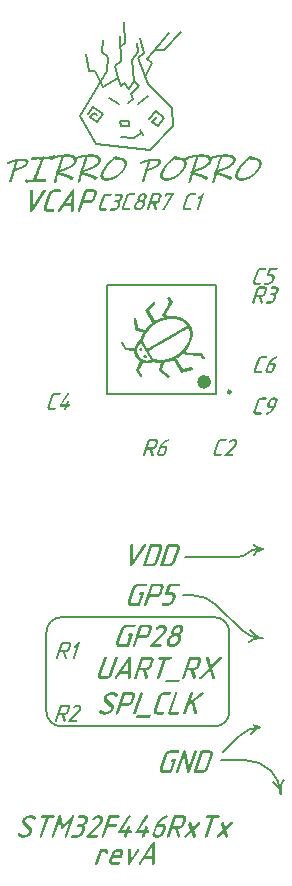
<source format=gto>
G04*
G04 #@! TF.GenerationSoftware,Altium Limited,Altium Designer,23.3.1 (30)*
G04*
G04 Layer_Color=65535*
%FSLAX44Y44*%
%MOMM*%
G71*
G04*
G04 #@! TF.SameCoordinates,ECDC02AA-1032-42BF-8C78-3195C1E34F5D*
G04*
G04*
G04 #@! TF.FilePolarity,Positive*
G04*
G01*
G75*
%ADD10C,0.2500*%
%ADD11C,0.6000*%
%ADD12C,0.2000*%
%ADD13C,0.1656*%
G36*
X189725Y528625D02*
X189980Y528373D01*
X192387Y524116D01*
X186375Y513599D01*
X187473Y511853D01*
X188748Y512016D01*
X190067Y512141D01*
X191425Y512213D01*
X192815Y512215D01*
X194232Y512132D01*
X195669Y511949D01*
X197121Y511651D01*
X198581Y511221D01*
X200806Y510169D01*
X202832Y508986D01*
X204634Y507653D01*
X206190Y506153D01*
X207476Y504467D01*
X208468Y502578D01*
X209141Y500466D01*
X209313Y499250D01*
X206716Y497751D01*
X206000Y502000D01*
X204047Y500937D01*
X202928Y502877D01*
X204902Y504016D01*
X203746Y505192D01*
X202667Y506189D01*
X201617Y507025D01*
X200547Y507722D01*
X199408Y508300D01*
X198154Y508779D01*
X196734Y509181D01*
X195101Y509525D01*
X192127Y509773D01*
X188985Y509510D01*
X185775Y508792D01*
X182594Y507677D01*
X179541Y506225D01*
X176714Y504492D01*
X174213Y502537D01*
X172136Y500418D01*
X171080Y499070D01*
X170181Y497782D01*
X169419Y496553D01*
X168778Y495383D01*
X168238Y494272D01*
X167783Y493219D01*
X167393Y492225D01*
X167050Y491288D01*
X171061Y484478D01*
X202914Y502868D01*
X204033Y500930D01*
X203507Y500644D01*
X199331Y498300D01*
X194062Y495313D01*
X188295Y492023D01*
X182623Y488774D01*
X177637Y485907D01*
X173932Y483764D01*
X172099Y482689D01*
X172481Y482026D01*
X172952Y481207D01*
X173487Y480282D01*
X174058Y479302D01*
X174639Y478315D01*
X174887Y477898D01*
X172915Y476760D01*
X165540Y489533D01*
X164392Y488306D01*
X163492Y487027D01*
X162846Y485700D01*
X162461Y484329D01*
X162345Y482917D01*
X162505Y481469D01*
X162947Y479989D01*
X163678Y478480D01*
X164525Y477305D01*
X165578Y476317D01*
X166795Y475531D01*
X168132Y474963D01*
X169544Y474632D01*
X170990Y474552D01*
X172425Y474742D01*
X173806Y475216D01*
X172923Y476746D01*
X174895Y477885D01*
X175201Y477371D01*
X175720Y476521D01*
X176166Y475815D01*
X182307Y475150D01*
X188400Y476100D01*
X194125Y478420D01*
X199160Y481866D01*
X203186Y486192D01*
X205882Y491153D01*
X206927Y496504D01*
X206719Y497734D01*
X209316Y499233D01*
X209474Y498115D01*
X209368Y495455D01*
X208944Y492978D01*
X208277Y490703D01*
X207447Y488648D01*
X206530Y486833D01*
X205603Y485275D01*
X204746Y483996D01*
X204034Y483013D01*
X205132Y481209D01*
X217247Y481097D01*
X219656Y476959D01*
X219744Y476630D01*
X219653Y476287D01*
X219423Y475966D01*
X219095Y475706D01*
X218709Y475541D01*
X218305Y475511D01*
X217925Y475652D01*
X217608Y476000D01*
X216007Y478740D01*
X203364Y478943D01*
X202044Y481033D01*
X201425Y480484D01*
X200743Y479927D01*
X200003Y479363D01*
X199210Y478795D01*
X198370Y478225D01*
X197486Y477655D01*
X196564Y477088D01*
X195610Y476525D01*
X201058Y467089D01*
X208332Y468810D01*
X208797Y468812D01*
X209201Y468626D01*
X209525Y468306D01*
X209749Y467909D01*
X209857Y467489D01*
X209828Y467103D01*
X209644Y466807D01*
X209288Y466655D01*
X199775Y464285D01*
X193333Y475210D01*
X192533Y474828D01*
X191534Y474439D01*
X190399Y474058D01*
X189189Y473702D01*
X187967Y473387D01*
X186796Y473130D01*
X185737Y472947D01*
X184853Y472854D01*
X183353Y466882D01*
X189186Y462167D01*
X189595Y461693D01*
X189742Y461198D01*
X189671Y460725D01*
X189425Y460316D01*
X189049Y460014D01*
X188587Y459863D01*
X188082Y459905D01*
X187579Y460183D01*
X180738Y465335D01*
X180902Y466272D01*
X181080Y467218D01*
X181267Y468164D01*
X181459Y469100D01*
X181650Y470017D01*
X181836Y470905D01*
X182011Y471755D01*
X182170Y472559D01*
X181246Y472545D01*
X180300Y472558D01*
X179821Y472582D01*
X179340Y472622D01*
X178857Y472681D01*
X178374Y472760D01*
X177696Y472915D01*
X177230Y473061D01*
X176905Y473184D01*
X176646Y473267D01*
X176382Y473294D01*
X176040Y473250D01*
X175547Y473119D01*
X174831Y472885D01*
X173781Y472580D01*
X172880Y472371D01*
X172075Y472246D01*
X171310Y472195D01*
X170533Y472208D01*
X169689Y472275D01*
X168724Y472386D01*
X167585Y472530D01*
X167264Y472016D01*
X166836Y471321D01*
X166334Y470499D01*
X165793Y469605D01*
X165247Y468696D01*
X164730Y467825D01*
X164275Y467049D01*
X163916Y466422D01*
X166624Y461991D01*
X166768Y461586D01*
X166728Y461211D01*
X166546Y460889D01*
X166263Y460642D01*
X165920Y460494D01*
X165557Y460469D01*
X165217Y460589D01*
X164939Y460877D01*
X161344Y466767D01*
X165024Y473766D01*
X163790Y474648D01*
X162752Y475551D01*
X161898Y476501D01*
X161213Y477518D01*
X160683Y478625D01*
X160296Y479847D01*
X160038Y481204D01*
X159895Y482721D01*
X151996Y483127D01*
X148470Y489021D01*
X148356Y489402D01*
X148428Y489786D01*
X148645Y490133D01*
X148970Y490402D01*
X149363Y490552D01*
X149785Y490542D01*
X150197Y490334D01*
X150560Y489885D01*
X153197Y485556D01*
X160103Y485489D01*
X160472Y486397D01*
X160807Y487211D01*
X160987Y487610D01*
X161188Y488020D01*
X161421Y488450D01*
X161696Y488913D01*
X162089Y489509D01*
X162430Y489951D01*
X162737Y490282D01*
X163024Y490545D01*
X163309Y490784D01*
X163610Y491042D01*
X163942Y491361D01*
X164323Y491785D01*
X164627Y492247D01*
X164984Y492938D01*
X165376Y493792D01*
X165789Y494745D01*
X166207Y495734D01*
X166613Y496693D01*
X166992Y497558D01*
X167329Y498264D01*
X166457Y498505D01*
X165597Y498744D01*
X164747Y498984D01*
X163901Y499228D01*
X163055Y499480D01*
X162205Y499743D01*
X161348Y500019D01*
X160478Y500312D01*
X159597Y508724D01*
X159568Y509360D01*
X159756Y509865D01*
X160098Y510223D01*
X160532Y510414D01*
X160997Y510421D01*
X161430Y510226D01*
X161769Y509813D01*
X161952Y509162D01*
X163075Y501890D01*
X168843Y500434D01*
X169132Y500789D01*
X169465Y501176D01*
X169831Y501584D01*
X170216Y502002D01*
X170608Y502419D01*
X170994Y502826D01*
X171361Y503210D01*
X171697Y503562D01*
X172100Y503980D01*
X172504Y504387D01*
X172916Y504782D01*
X173339Y505163D01*
X173779Y505530D01*
X174240Y505881D01*
X174727Y506216D01*
X175245Y506533D01*
X169230Y517150D01*
X175731Y523862D01*
X176077Y524104D01*
X176447Y524155D01*
X176803Y524049D01*
X177108Y523818D01*
X177324Y523496D01*
X177415Y523114D01*
X177343Y522706D01*
X177071Y522304D01*
X172081Y517280D01*
X177388Y508088D01*
X178198Y508519D01*
X179111Y508948D01*
X180090Y509368D01*
X181100Y509772D01*
X182105Y510154D01*
X183069Y510507D01*
X183956Y510824D01*
X184730Y511099D01*
X183448Y513211D01*
X184051Y514378D01*
X184769Y515717D01*
X185568Y517176D01*
X186413Y518699D01*
X187271Y520232D01*
X188107Y521721D01*
X188888Y523112D01*
X189580Y524350D01*
X188067Y527020D01*
X187934Y527454D01*
X188010Y527856D01*
X188242Y528205D01*
X188581Y528479D01*
X188975Y528655D01*
X189373Y528711D01*
X189725Y528625D01*
D02*
G37*
G36*
X165904Y485360D02*
X166354Y485092D01*
X166516Y484954D01*
X166803Y484191D01*
X166674Y483612D01*
X166323Y483116D01*
X165867Y482833D01*
X165363Y482743D01*
X164866Y482830D01*
X164435Y483075D01*
X164125Y483460D01*
X164028Y483833D01*
X164175Y484707D01*
X164420Y485106D01*
X164873Y485395D01*
X165389Y485470D01*
X165904Y485360D01*
D02*
G37*
G36*
X169444Y479199D02*
X169913Y478979D01*
X170197Y478589D01*
X170422Y478153D01*
X170329Y477589D01*
X170009Y477086D01*
X169568Y476777D01*
X169066Y476649D01*
X168561Y476690D01*
X168110Y476888D01*
X167836Y477264D01*
X167609Y477705D01*
X167675Y478300D01*
X167969Y478834D01*
X168405Y479147D01*
X168919Y479262D01*
X169444Y479199D01*
D02*
G37*
G36*
X72680Y89523D02*
X72811D01*
X73148Y89486D01*
X73523Y89448D01*
X73954Y89373D01*
X74385Y89261D01*
X74835Y89129D01*
X74854D01*
X74892Y89111D01*
X74948Y89092D01*
X75023Y89054D01*
X75135Y89017D01*
X75248Y88961D01*
X75529Y88829D01*
X75848Y88642D01*
X76204Y88436D01*
X76560Y88192D01*
X76897Y87911D01*
X76916Y87892D01*
X76991Y87817D01*
X77047Y87686D01*
X77104Y87499D01*
Y87480D01*
Y87461D01*
X77122Y87348D01*
X77104Y87199D01*
X77066Y86992D01*
Y86974D01*
X77047Y86917D01*
X76991Y86842D01*
X76935Y86730D01*
X76860Y86599D01*
X76747Y86449D01*
X76597Y86299D01*
X76429Y86149D01*
X76410Y86130D01*
X76354Y86093D01*
X76241Y86018D01*
X76129Y85961D01*
X75979Y85886D01*
X75810Y85811D01*
X75641Y85774D01*
X75454Y85755D01*
X75398D01*
X75323Y85774D01*
X75229Y85811D01*
X75117Y85868D01*
X75004Y85943D01*
X74873Y86036D01*
X74760Y86186D01*
X74742Y86205D01*
X74704Y86224D01*
X74629Y86280D01*
X74535Y86336D01*
X74404Y86430D01*
X74273Y86505D01*
X74086Y86599D01*
X73898Y86692D01*
X73673Y86786D01*
X73429Y86880D01*
X73167Y86974D01*
X72867Y87049D01*
X72567Y87105D01*
X72230Y87161D01*
X71892Y87180D01*
X71518Y87199D01*
X71293D01*
X71180Y87180D01*
X71049Y87161D01*
X70899Y87142D01*
X70711Y87124D01*
X70318Y87049D01*
X69887Y86955D01*
X69399Y86805D01*
X68893Y86617D01*
X68874D01*
X68818Y86580D01*
X68743Y86524D01*
X68631Y86468D01*
X68499Y86374D01*
X68368Y86280D01*
X68050Y86018D01*
X67694Y85568D01*
X67675Y85549D01*
X67637Y85474D01*
X67581Y85362D01*
X67506Y85193D01*
Y85174D01*
X67487Y85099D01*
X67469Y85005D01*
Y84893D01*
X67487Y84743D01*
X67506Y84612D01*
X67581Y84462D01*
X67694Y84331D01*
X72773Y79307D01*
X72811Y79288D01*
X72867Y79194D01*
X72980Y79063D01*
X73111Y78876D01*
X73242Y78632D01*
X73392Y78351D01*
X73505Y78013D01*
X73580Y77620D01*
Y77601D01*
Y77564D01*
X73598Y77507D01*
Y77432D01*
X73617Y77339D01*
Y77226D01*
Y76945D01*
Y76607D01*
X73580Y76233D01*
X73505Y75820D01*
X73373Y75408D01*
Y75389D01*
X73355Y75352D01*
X73336Y75295D01*
X73298Y75202D01*
X73261Y75089D01*
X73205Y74977D01*
X73055Y74677D01*
X72886Y74321D01*
X72661Y73946D01*
X72399Y73552D01*
X72099Y73158D01*
X72080Y73140D01*
X72061Y73121D01*
X72005Y73065D01*
X71949Y72990D01*
X71761Y72802D01*
X71518Y72577D01*
X71199Y72315D01*
X70843Y72052D01*
X70449Y71790D01*
X69999Y71565D01*
X69980D01*
X69943Y71546D01*
X69887Y71528D01*
X69812Y71490D01*
X69718Y71453D01*
X69605Y71415D01*
X69306Y71303D01*
X68968Y71171D01*
X68575Y71040D01*
X68143Y70909D01*
X67694Y70759D01*
X67637D01*
X67581Y70740D01*
X67506Y70722D01*
X67300Y70684D01*
X67037Y70647D01*
X66737Y70609D01*
X66400Y70572D01*
X66044Y70553D01*
X65707Y70534D01*
X65482D01*
X65369Y70553D01*
X65238D01*
X64919Y70590D01*
X64563Y70628D01*
X64169Y70703D01*
X63776Y70796D01*
X63401Y70928D01*
X63363Y70946D01*
X63288Y70965D01*
X63157Y71021D01*
X62988Y71078D01*
X62820Y71153D01*
X62632Y71228D01*
X62445Y71340D01*
X62276Y71434D01*
X62257Y71453D01*
X62201Y71490D01*
X62107Y71546D01*
X61995Y71640D01*
X61845Y71753D01*
X61676Y71884D01*
X61489Y72034D01*
X61264Y72221D01*
X61245Y72240D01*
X61208Y72296D01*
X61133Y72371D01*
X61076Y72484D01*
X61020Y72615D01*
X60983Y72783D01*
Y72971D01*
X61039Y73196D01*
Y73215D01*
X61076Y73290D01*
X61114Y73383D01*
X61189Y73496D01*
X61264Y73627D01*
X61376Y73777D01*
X61508Y73927D01*
X61658Y74058D01*
X61676Y74077D01*
X61733Y74114D01*
X61826Y74171D01*
X61957Y74246D01*
X62107Y74321D01*
X62276Y74377D01*
X62445Y74414D01*
X62632Y74433D01*
X62688D01*
X62745Y74414D01*
X62820D01*
X63007Y74339D01*
X63120Y74302D01*
X63213Y74227D01*
X63251Y74208D01*
X63345Y74114D01*
X63495Y74002D01*
X63701Y73871D01*
X63944Y73702D01*
X64207Y73552D01*
X64488Y73383D01*
X64788Y73252D01*
X64807D01*
X64825Y73233D01*
X64938Y73196D01*
X65088Y73140D01*
X65313Y73083D01*
X65575Y73027D01*
X65875Y72971D01*
X66194Y72934D01*
X66550Y72915D01*
X66681D01*
X66775Y72934D01*
X66906D01*
X67056Y72952D01*
X67225Y72971D01*
X67412Y73008D01*
X67618Y73046D01*
X67862Y73083D01*
X68349Y73215D01*
X68912Y73383D01*
X69493Y73608D01*
X69512Y73627D01*
X69587Y73646D01*
X69681Y73702D01*
X69793Y73777D01*
X69943Y73889D01*
X70112Y74021D01*
X70262Y74171D01*
X70430Y74339D01*
Y74358D01*
X70468Y74377D01*
X70543Y74471D01*
X70637Y74621D01*
X70768Y74808D01*
Y74827D01*
X70805Y74864D01*
X70824Y74921D01*
X70861Y74977D01*
X70936Y75164D01*
X71011Y75352D01*
Y75370D01*
X71049Y75445D01*
X71068Y75558D01*
X71105Y75708D01*
X71124Y75876D01*
X71161Y76083D01*
Y76308D01*
Y76551D01*
Y76570D01*
X71143Y76626D01*
X71124Y76701D01*
X71086Y76795D01*
X71030Y76926D01*
X70955Y77057D01*
X70843Y77207D01*
X70730Y77357D01*
X65575Y82456D01*
X65557Y82475D01*
X65500Y82531D01*
X65425Y82625D01*
X65350Y82756D01*
X65257Y82906D01*
X65163Y83112D01*
X65069Y83337D01*
X65013Y83600D01*
Y83637D01*
X64994Y83731D01*
Y83881D01*
Y84087D01*
X65013Y84331D01*
X65032Y84593D01*
X65088Y84893D01*
X65182Y85193D01*
Y85212D01*
X65200Y85249D01*
X65219Y85305D01*
X65257Y85380D01*
X65332Y85568D01*
X65463Y85830D01*
X65631Y86130D01*
X65838Y86468D01*
X66081Y86805D01*
X66363Y87161D01*
X66381Y87180D01*
X66400Y87199D01*
X66456Y87255D01*
X66512Y87311D01*
X66606Y87405D01*
X66719Y87499D01*
X66831Y87592D01*
X66981Y87723D01*
X67150Y87836D01*
X67319Y87967D01*
X67525Y88098D01*
X67750Y88248D01*
X67993Y88379D01*
X68237Y88530D01*
X68518Y88661D01*
X68818Y88792D01*
X68837D01*
X68893Y88829D01*
X68987Y88867D01*
X69099Y88904D01*
X69249Y88961D01*
X69437Y89036D01*
X69624Y89092D01*
X69868Y89167D01*
X70112Y89242D01*
X70374Y89298D01*
X70974Y89429D01*
X71630Y89504D01*
X72323Y89542D01*
X72548D01*
X72680Y89523D01*
D02*
G37*
G36*
X108446Y89560D02*
X108539Y89523D01*
X108652Y89486D01*
X108764Y89410D01*
X108858Y89317D01*
X108952Y89186D01*
Y89167D01*
X108970Y89111D01*
X109008Y89036D01*
X109027Y88923D01*
Y88792D01*
Y88623D01*
X109008Y88455D01*
X108952Y88248D01*
X103347Y71809D01*
Y71790D01*
X103309Y71715D01*
X103272Y71621D01*
X103197Y71490D01*
X103122Y71359D01*
X103009Y71209D01*
X102878Y71059D01*
X102728Y70928D01*
X102710Y70909D01*
X102653Y70890D01*
X102559Y70834D01*
X102428Y70778D01*
X102278Y70722D01*
X102128Y70684D01*
X101941Y70647D01*
X101754Y70628D01*
X101678D01*
X101603Y70647D01*
X101510Y70665D01*
X101397Y70703D01*
X101285Y70759D01*
X101154Y70834D01*
X101041Y70928D01*
X101022Y70946D01*
X101004Y70984D01*
X100966Y71059D01*
X100910Y71153D01*
X100891Y71284D01*
X100872Y71434D01*
X100891Y71621D01*
X100947Y71828D01*
X105315Y84649D01*
X100010Y78520D01*
X99973Y78482D01*
X99879Y78388D01*
X99748Y78257D01*
X99560Y78126D01*
X99354Y77976D01*
X99129Y77845D01*
X98904Y77751D01*
X98773Y77732D01*
X98660Y77713D01*
X98642D01*
X98567Y77732D01*
X98473Y77751D01*
X98361Y77789D01*
X98229Y77882D01*
X98098Y77995D01*
X97986Y78145D01*
X97892Y78370D01*
X96692Y84649D01*
X92325Y71828D01*
Y71809D01*
X92287Y71734D01*
X92250Y71640D01*
X92175Y71509D01*
X92100Y71359D01*
X91987Y71228D01*
X91875Y71078D01*
X91725Y70946D01*
X91706Y70928D01*
X91650Y70890D01*
X91537Y70853D01*
X91425Y70796D01*
X91275Y70722D01*
X91106Y70684D01*
X90919Y70647D01*
X90731Y70628D01*
X90656D01*
X90563Y70647D01*
X90450Y70665D01*
X90338Y70703D01*
X90206Y70759D01*
X90094Y70834D01*
X89981Y70928D01*
X89963Y70946D01*
X89944Y70984D01*
X89907Y71059D01*
X89869Y71153D01*
X89850Y71284D01*
Y71434D01*
X89869Y71603D01*
X89925Y71809D01*
X95530Y88248D01*
X95549Y88267D01*
X95568Y88342D01*
X95624Y88455D01*
X95699Y88604D01*
X95793Y88754D01*
X95905Y88923D01*
X96036Y89073D01*
X96205Y89223D01*
X96224Y89242D01*
X96280Y89279D01*
X96355Y89335D01*
X96467Y89410D01*
X96599Y89467D01*
X96749Y89523D01*
X96917Y89560D01*
X97086Y89579D01*
X97198D01*
X97273Y89560D01*
X97442Y89504D01*
X97611Y89410D01*
X97629D01*
X97648Y89373D01*
X97723Y89279D01*
X97780Y89204D01*
X97836Y89111D01*
X97892Y88979D01*
X97948Y88848D01*
X99823Y81144D01*
X106871Y88792D01*
X106908Y88829D01*
X106983Y88923D01*
X107133Y89036D01*
X107302Y89186D01*
X107508Y89335D01*
X107752Y89448D01*
X108014Y89542D01*
X108296Y89579D01*
X108371D01*
X108446Y89560D01*
D02*
G37*
G36*
X242549Y84012D02*
X242642Y83993D01*
X242755Y83937D01*
X242886Y83881D01*
X243017Y83787D01*
X243148Y83674D01*
X243167Y83656D01*
X243186Y83618D01*
X243223Y83525D01*
X243242Y83431D01*
X243280Y83300D01*
Y83168D01*
X243261Y83000D01*
X243223Y82831D01*
Y82812D01*
X243205Y82775D01*
X243167Y82718D01*
X243130Y82643D01*
X243074Y82531D01*
X242999Y82419D01*
X242905Y82287D01*
X242774Y82156D01*
X237862Y77320D01*
X239531Y72465D01*
X239568Y72109D01*
X239475Y71809D01*
Y71790D01*
X239437Y71734D01*
X239400Y71640D01*
X239324Y71528D01*
X239249Y71396D01*
X239118Y71265D01*
X238987Y71115D01*
X238818Y70965D01*
X238575Y70796D01*
X238256Y70684D01*
X237862Y70628D01*
X237769D01*
X237675Y70647D01*
X237544Y70684D01*
X237412Y70759D01*
X237281Y70834D01*
X237150Y70965D01*
X237038Y71134D01*
X235800Y75389D01*
X231714Y71153D01*
X231695Y71134D01*
X231620Y71078D01*
X231508Y70984D01*
X231358Y70890D01*
X231189Y70796D01*
X230983Y70703D01*
X230777Y70647D01*
X230533Y70628D01*
X230458D01*
X230383Y70647D01*
X230289Y70665D01*
X230177Y70703D01*
X230064Y70778D01*
X229933Y70853D01*
X229802Y70965D01*
X229783Y70984D01*
X229764Y71021D01*
X229727Y71097D01*
X229690Y71209D01*
X229671Y71340D01*
X229652Y71471D01*
X229671Y71640D01*
X229727Y71828D01*
Y71846D01*
X229746Y71884D01*
X229783Y71940D01*
X229821Y72015D01*
X229933Y72240D01*
X230027Y72352D01*
X230139Y72484D01*
X235069Y77320D01*
X233420Y82175D01*
X233363Y82531D01*
X233476Y82850D01*
Y82868D01*
X233514Y82925D01*
X233551Y83018D01*
X233607Y83131D01*
X233701Y83262D01*
X233795Y83393D01*
X233926Y83543D01*
X234095Y83674D01*
X234113Y83693D01*
X234188Y83731D01*
X234282Y83787D01*
X234413Y83862D01*
X234563Y83918D01*
X234732Y83974D01*
X234919Y84012D01*
X235126Y84031D01*
X235201D01*
X235294Y84012D01*
X235407Y83974D01*
X235538Y83899D01*
X235669Y83806D01*
X235782Y83674D01*
X235894Y83506D01*
X237131Y79288D01*
X241236Y83487D01*
X241255Y83506D01*
X241330Y83581D01*
X241443Y83656D01*
X241574Y83768D01*
X241761Y83862D01*
X241949Y83956D01*
X242174Y84012D01*
X242418Y84031D01*
X242474D01*
X242549Y84012D01*
D02*
G37*
G36*
X214956D02*
X215049Y83993D01*
X215162Y83937D01*
X215293Y83881D01*
X215424Y83787D01*
X215556Y83674D01*
X215574Y83656D01*
X215593Y83618D01*
X215631Y83525D01*
X215649Y83431D01*
X215687Y83300D01*
Y83168D01*
X215668Y83000D01*
X215631Y82831D01*
Y82812D01*
X215612Y82775D01*
X215574Y82718D01*
X215537Y82643D01*
X215481Y82531D01*
X215406Y82419D01*
X215312Y82287D01*
X215181Y82156D01*
X210270Y77320D01*
X211938Y72465D01*
X211975Y72109D01*
X211882Y71809D01*
Y71790D01*
X211844Y71734D01*
X211807Y71640D01*
X211732Y71528D01*
X211657Y71396D01*
X211525Y71265D01*
X211394Y71115D01*
X211225Y70965D01*
X210982Y70796D01*
X210663Y70684D01*
X210270Y70628D01*
X210176D01*
X210082Y70647D01*
X209951Y70684D01*
X209820Y70759D01*
X209688Y70834D01*
X209557Y70965D01*
X209445Y71134D01*
X208207Y75389D01*
X204121Y71153D01*
X204102Y71134D01*
X204027Y71078D01*
X203915Y70984D01*
X203765Y70890D01*
X203596Y70796D01*
X203390Y70703D01*
X203184Y70647D01*
X202940Y70628D01*
X202865D01*
X202790Y70647D01*
X202696Y70665D01*
X202584Y70703D01*
X202472Y70778D01*
X202340Y70853D01*
X202209Y70965D01*
X202190Y70984D01*
X202171Y71021D01*
X202134Y71097D01*
X202097Y71209D01*
X202078Y71340D01*
X202059Y71471D01*
X202078Y71640D01*
X202134Y71828D01*
Y71846D01*
X202153Y71884D01*
X202190Y71940D01*
X202228Y72015D01*
X202340Y72240D01*
X202434Y72352D01*
X202546Y72484D01*
X207476Y77320D01*
X205827Y82175D01*
X205771Y82531D01*
X205883Y82850D01*
Y82868D01*
X205921Y82925D01*
X205958Y83018D01*
X206014Y83131D01*
X206108Y83262D01*
X206202Y83393D01*
X206333Y83543D01*
X206502Y83674D01*
X206520Y83693D01*
X206595Y83731D01*
X206689Y83787D01*
X206820Y83862D01*
X206970Y83918D01*
X207139Y83974D01*
X207327Y84012D01*
X207533Y84031D01*
X207608D01*
X207701Y84012D01*
X207814Y83974D01*
X207945Y83899D01*
X208076Y83806D01*
X208189Y83674D01*
X208301Y83506D01*
X209538Y79288D01*
X213644Y83487D01*
X213662Y83506D01*
X213737Y83581D01*
X213850Y83656D01*
X213981Y83768D01*
X214168Y83862D01*
X214356Y83956D01*
X214581Y84012D01*
X214825Y84031D01*
X214881D01*
X214956Y84012D01*
D02*
G37*
G36*
X231602Y89523D02*
X231714Y89504D01*
X231826Y89448D01*
X231958Y89392D01*
X232070Y89298D01*
X232164Y89167D01*
X232183Y89148D01*
X232201Y89111D01*
X232220Y89036D01*
X232258Y88942D01*
X232276Y88811D01*
X232295Y88680D01*
X232276Y88530D01*
X232239Y88361D01*
Y88342D01*
X232201Y88286D01*
X232164Y88211D01*
X232108Y88098D01*
X232033Y87986D01*
X231939Y87855D01*
X231808Y87705D01*
X231658Y87555D01*
X231639Y87536D01*
X231583Y87499D01*
X231489Y87423D01*
X231377Y87367D01*
X231208Y87292D01*
X231039Y87217D01*
X230852Y87180D01*
X230627Y87161D01*
X227234D01*
X222004Y71828D01*
Y71809D01*
X221966Y71734D01*
X221929Y71640D01*
X221854Y71509D01*
X221779Y71359D01*
X221667Y71228D01*
X221554Y71078D01*
X221404Y70946D01*
X221385Y70928D01*
X221329Y70890D01*
X221217Y70853D01*
X221104Y70796D01*
X220954Y70722D01*
X220786Y70684D01*
X220598Y70647D01*
X220411Y70628D01*
X220336D01*
X220242Y70647D01*
X220129Y70665D01*
X220017Y70703D01*
X219886Y70759D01*
X219773Y70834D01*
X219661Y70928D01*
X219642Y70946D01*
X219623Y70984D01*
X219586Y71059D01*
X219548Y71153D01*
X219530Y71284D01*
Y71434D01*
X219548Y71621D01*
X219605Y71828D01*
X224834Y87161D01*
X221348D01*
X221254Y87180D01*
X221142Y87199D01*
X221010Y87236D01*
X220879Y87292D01*
X220767Y87367D01*
X220654Y87480D01*
Y87499D01*
X220636Y87555D01*
X220617Y87630D01*
X220598Y87742D01*
X220579Y87873D01*
Y88023D01*
X220598Y88192D01*
X220654Y88361D01*
Y88379D01*
X220673Y88436D01*
X220711Y88511D01*
X220767Y88604D01*
X220842Y88736D01*
X220954Y88867D01*
X221067Y88998D01*
X221217Y89148D01*
X221235Y89167D01*
X221292Y89204D01*
X221385Y89279D01*
X221517Y89354D01*
X221667Y89410D01*
X221835Y89486D01*
X222023Y89523D01*
X222248Y89542D01*
X231508D01*
X231602Y89523D01*
D02*
G37*
G36*
X201347D02*
X201497Y89504D01*
X201647Y89486D01*
X202003Y89392D01*
X202397Y89261D01*
X202603Y89167D01*
X202790Y89054D01*
X202978Y88923D01*
X203165Y88754D01*
X203334Y88586D01*
X203484Y88379D01*
Y88361D01*
X203521Y88323D01*
X203559Y88267D01*
X203596Y88173D01*
X203652Y88061D01*
X203690Y87930D01*
X203746Y87780D01*
X203802Y87592D01*
X203840Y87405D01*
X203877Y87199D01*
X203896Y86711D01*
Y86468D01*
X203859Y86186D01*
X203802Y85905D01*
X203709Y85605D01*
X202453Y81931D01*
Y81912D01*
X202434Y81856D01*
X202397Y81781D01*
X202340Y81650D01*
X202284Y81519D01*
X202190Y81350D01*
X202097Y81163D01*
X201984Y80975D01*
X201834Y80750D01*
X201684Y80525D01*
X201515Y80300D01*
X201328Y80057D01*
X201103Y79832D01*
X200878Y79588D01*
X200616Y79363D01*
X200334Y79138D01*
X200316Y79119D01*
X200259Y79082D01*
X200184Y79026D01*
X200072Y78951D01*
X199922Y78876D01*
X199753Y78763D01*
X199566Y78670D01*
X199360Y78557D01*
X199116Y78445D01*
X198872Y78351D01*
X198329Y78163D01*
X198048Y78088D01*
X197748Y78032D01*
X197448Y77995D01*
X197148Y77976D01*
X197241D01*
X199041Y72409D01*
Y72240D01*
X199004Y71828D01*
Y71809D01*
X198966Y71753D01*
X198929Y71659D01*
X198854Y71528D01*
X198760Y71396D01*
X198647Y71246D01*
X198498Y71097D01*
X198329Y70946D01*
X198310Y70928D01*
X198254Y70890D01*
X198141Y70853D01*
X198029Y70796D01*
X197879Y70722D01*
X197710Y70684D01*
X197542Y70647D01*
X197354Y70628D01*
X197316D01*
X197185Y70647D01*
X197035Y70665D01*
X196885Y70722D01*
X196848Y70740D01*
X196773Y70815D01*
X196679Y70965D01*
X196623Y71059D01*
X196567Y71171D01*
X194636Y77976D01*
X191918D01*
X189818Y71828D01*
Y71809D01*
X189781Y71734D01*
X189743Y71640D01*
X189669Y71509D01*
X189594Y71359D01*
X189481Y71228D01*
X189369Y71078D01*
X189219Y70946D01*
X189200Y70928D01*
X189144Y70890D01*
X189031Y70853D01*
X188919Y70796D01*
X188769Y70722D01*
X188600Y70684D01*
X188413Y70647D01*
X188225Y70628D01*
X188150D01*
X188056Y70647D01*
X187944Y70665D01*
X187831Y70703D01*
X187700Y70759D01*
X187588Y70834D01*
X187475Y70928D01*
X187456Y70946D01*
X187438Y70984D01*
X187400Y71059D01*
X187363Y71153D01*
X187344Y71284D01*
Y71434D01*
X187363Y71621D01*
X187419Y71828D01*
X193061Y88361D01*
Y88379D01*
X193080Y88417D01*
X193099Y88473D01*
X193136Y88548D01*
X193249Y88736D01*
X193417Y88961D01*
X193624Y89167D01*
X193905Y89354D01*
X194055Y89429D01*
X194242Y89486D01*
X194449Y89523D01*
X194655Y89542D01*
X201234D01*
X201347Y89523D01*
D02*
G37*
G36*
X187456D02*
X187569Y89486D01*
X187700Y89448D01*
X187831Y89373D01*
X187944Y89279D01*
X188056Y89148D01*
Y89129D01*
X188075Y89073D01*
X188094Y88998D01*
X188131Y88904D01*
Y88773D01*
Y88623D01*
X188113Y88473D01*
X188075Y88305D01*
Y88286D01*
X188056Y88248D01*
X188019Y88192D01*
X187981Y88098D01*
X187869Y87911D01*
X187719Y87723D01*
X187700Y87705D01*
X187682Y87686D01*
X187607Y87630D01*
X187532Y87573D01*
X187438Y87499D01*
X187307Y87423D01*
X187157Y87330D01*
X186969Y87236D01*
X186950D01*
X186894Y87217D01*
X186819Y87180D01*
X186726Y87142D01*
X186482Y87049D01*
X186219Y86936D01*
X186201D01*
X186163Y86917D01*
X186088Y86880D01*
X185976Y86824D01*
X185863Y86767D01*
X185713Y86692D01*
X185395Y86524D01*
X185376Y86505D01*
X185301Y86468D01*
X185170Y86392D01*
X185020Y86299D01*
X184832Y86168D01*
X184589Y86018D01*
X184345Y85849D01*
X184064Y85661D01*
X184045Y85643D01*
X184007Y85624D01*
X183932Y85549D01*
X183839Y85474D01*
X183708Y85380D01*
X183576Y85268D01*
X183239Y84968D01*
X182864Y84612D01*
X182452Y84199D01*
X182020Y83712D01*
X181608Y83206D01*
X181158Y82587D01*
X180821Y82194D01*
X184026D01*
X184139Y82175D01*
X184270Y82156D01*
X184420Y82137D01*
X184776Y82044D01*
X185151Y81912D01*
X185357Y81819D01*
X185544Y81706D01*
X185751Y81575D01*
X185938Y81406D01*
X186107Y81238D01*
X186257Y81031D01*
Y81013D01*
X186294Y80975D01*
X186332Y80919D01*
X186369Y80825D01*
X186426Y80713D01*
X186482Y80582D01*
X186538Y80432D01*
X186576Y80263D01*
X186632Y80057D01*
X186651Y79851D01*
X186688Y79626D01*
Y79382D01*
X186669Y79119D01*
X186632Y78838D01*
X186576Y78557D01*
X186482Y78257D01*
X185226Y74583D01*
Y74564D01*
X185207Y74508D01*
X185170Y74433D01*
X185113Y74302D01*
X185057Y74171D01*
X184963Y74002D01*
X184870Y73815D01*
X184757Y73627D01*
X184626Y73402D01*
X184476Y73177D01*
X184307Y72952D01*
X184120Y72709D01*
X183895Y72484D01*
X183670Y72240D01*
X183408Y72015D01*
X183126Y71790D01*
X183108Y71771D01*
X183051Y71734D01*
X182976Y71678D01*
X182864Y71603D01*
X182714Y71528D01*
X182545Y71415D01*
X182358Y71321D01*
X182152Y71209D01*
X181908Y71097D01*
X181664Y71003D01*
X181121Y70815D01*
X180840Y70740D01*
X180540Y70684D01*
X180240Y70647D01*
X179940Y70628D01*
X177953D01*
X177840Y70647D01*
X177709Y70665D01*
X177559Y70684D01*
X177203Y70778D01*
X176809Y70909D01*
X176603Y71003D01*
X176416Y71097D01*
X176209Y71228D01*
X176041Y71378D01*
X175853Y71546D01*
X175703Y71753D01*
Y71771D01*
X175666Y71809D01*
X175628Y71865D01*
X175591Y71959D01*
X175535Y72071D01*
X175478Y72202D01*
X175422Y72352D01*
X175385Y72540D01*
X175328Y72727D01*
X175310Y72934D01*
X175291Y73177D01*
X175272Y73421D01*
X175291Y73683D01*
X175328Y73965D01*
X175385Y74264D01*
X175478Y74564D01*
X177053Y79157D01*
X177072Y79194D01*
X177090Y79269D01*
X177147Y79419D01*
X177222Y79607D01*
X177315Y79832D01*
X177428Y80113D01*
X177559Y80413D01*
X177709Y80750D01*
X177896Y81088D01*
X178084Y81462D01*
X178290Y81856D01*
X178534Y82250D01*
X178778Y82662D01*
X179040Y83056D01*
X179340Y83449D01*
X179640Y83843D01*
X179659Y83862D01*
X179696Y83937D01*
X179790Y84049D01*
X179883Y84181D01*
X180015Y84368D01*
X180183Y84556D01*
X180371Y84781D01*
X180577Y85043D01*
X180802Y85305D01*
X181046Y85568D01*
X181589Y86149D01*
X182208Y86711D01*
X182864Y87255D01*
X182883Y87274D01*
X182939Y87311D01*
X183051Y87386D01*
X183183Y87480D01*
X183351Y87592D01*
X183557Y87723D01*
X183783Y87873D01*
X184045Y88042D01*
X184326Y88211D01*
X184626Y88379D01*
X184963Y88567D01*
X185301Y88754D01*
X186032Y89111D01*
X186800Y89429D01*
X187288Y89542D01*
X187363D01*
X187456Y89523D01*
D02*
G37*
G36*
X170886D02*
X170998Y89504D01*
X171111Y89448D01*
X171242Y89392D01*
X171373Y89298D01*
X171467Y89167D01*
X171486Y89148D01*
X171504Y89111D01*
X171542Y89036D01*
X171561Y88961D01*
X171579Y88829D01*
X171598Y88698D01*
X171579Y88530D01*
X171523Y88342D01*
X171373Y88042D01*
X164156Y76664D01*
X167905D01*
X168749Y79157D01*
Y79176D01*
X168786Y79232D01*
X168824Y79326D01*
X168899Y79438D01*
X168974Y79569D01*
X169086Y79700D01*
X169217Y79851D01*
X169386Y80000D01*
X169405Y80019D01*
X169480Y80057D01*
X169574Y80113D01*
X169686Y80169D01*
X169836Y80225D01*
X170005Y80282D01*
X170173Y80319D01*
X170361Y80338D01*
X170436D01*
X170511Y80319D01*
X170623Y80300D01*
X170736Y80263D01*
X170848Y80207D01*
X170961Y80132D01*
X171073Y80019D01*
X171092Y80000D01*
X171111Y79963D01*
X171148Y79888D01*
X171186Y79794D01*
X171223Y79682D01*
Y79532D01*
X171204Y79363D01*
X171148Y79157D01*
X170305Y76664D01*
X171936D01*
X172029Y76645D01*
X172142Y76626D01*
X172254Y76570D01*
X172385Y76514D01*
X172498Y76420D01*
X172592Y76289D01*
X172610Y76270D01*
X172629Y76233D01*
X172648Y76158D01*
X172685Y76064D01*
X172704Y75933D01*
Y75802D01*
X172685Y75651D01*
X172648Y75483D01*
Y75464D01*
X172629Y75408D01*
X172592Y75333D01*
X172535Y75220D01*
X172442Y75108D01*
X172348Y74977D01*
X172217Y74827D01*
X172067Y74677D01*
X172048Y74658D01*
X171992Y74621D01*
X171898Y74546D01*
X171786Y74489D01*
X171636Y74414D01*
X171467Y74339D01*
X171261Y74302D01*
X171054Y74283D01*
X169499D01*
X168655Y71809D01*
Y71790D01*
X168618Y71715D01*
X168580Y71621D01*
X168505Y71490D01*
X168430Y71359D01*
X168318Y71209D01*
X168205Y71078D01*
X168055Y70946D01*
X168036Y70928D01*
X167980Y70890D01*
X167868Y70853D01*
X167755Y70796D01*
X167605Y70722D01*
X167437Y70684D01*
X167249Y70647D01*
X167062Y70628D01*
X166987D01*
X166893Y70647D01*
X166781Y70665D01*
X166668Y70703D01*
X166537Y70759D01*
X166424Y70834D01*
X166312Y70928D01*
X166293Y70946D01*
X166275Y70984D01*
X166237Y71059D01*
X166199Y71153D01*
X166181Y71284D01*
Y71434D01*
X166199Y71603D01*
X166256Y71809D01*
X167099Y74283D01*
X161757D01*
X161682Y74302D01*
X161494Y74339D01*
X161288Y74414D01*
X161119Y74546D01*
X161045Y74621D01*
X160970Y74733D01*
X160932Y74845D01*
Y74995D01*
Y75145D01*
X160988Y75333D01*
X161101Y75577D01*
X161213Y75745D01*
X169292Y88661D01*
X169311Y88680D01*
X169330Y88717D01*
X169386Y88792D01*
X169442Y88867D01*
X169536Y88961D01*
X169649Y89073D01*
X169780Y89204D01*
X169930Y89317D01*
X170155Y89410D01*
X170173D01*
X170211Y89429D01*
X170267Y89448D01*
X170323Y89486D01*
X170511Y89523D01*
X170698Y89542D01*
X170792D01*
X170886Y89523D01*
D02*
G37*
G36*
X156171D02*
X156283Y89504D01*
X156396Y89448D01*
X156527Y89392D01*
X156658Y89298D01*
X156752Y89167D01*
X156771Y89148D01*
X156789Y89111D01*
X156827Y89036D01*
X156846Y88961D01*
X156864Y88829D01*
X156883Y88698D01*
X156864Y88530D01*
X156808Y88342D01*
X156658Y88042D01*
X149441Y76664D01*
X153190D01*
X154034Y79157D01*
Y79176D01*
X154071Y79232D01*
X154109Y79326D01*
X154184Y79438D01*
X154259Y79569D01*
X154371Y79700D01*
X154502Y79851D01*
X154671Y80000D01*
X154690Y80019D01*
X154765Y80057D01*
X154859Y80113D01*
X154971Y80169D01*
X155121Y80225D01*
X155290Y80282D01*
X155458Y80319D01*
X155646Y80338D01*
X155721D01*
X155796Y80319D01*
X155908Y80300D01*
X156021Y80263D01*
X156133Y80207D01*
X156246Y80132D01*
X156358Y80019D01*
X156377Y80000D01*
X156396Y79963D01*
X156433Y79888D01*
X156471Y79794D01*
X156508Y79682D01*
Y79532D01*
X156489Y79363D01*
X156433Y79157D01*
X155590Y76664D01*
X157220D01*
X157314Y76645D01*
X157427Y76626D01*
X157539Y76570D01*
X157670Y76514D01*
X157783Y76420D01*
X157877Y76289D01*
X157895Y76270D01*
X157914Y76233D01*
X157933Y76158D01*
X157970Y76064D01*
X157989Y75933D01*
Y75802D01*
X157970Y75651D01*
X157933Y75483D01*
Y75464D01*
X157914Y75408D01*
X157877Y75333D01*
X157820Y75220D01*
X157727Y75108D01*
X157633Y74977D01*
X157502Y74827D01*
X157352Y74677D01*
X157333Y74658D01*
X157277Y74621D01*
X157183Y74546D01*
X157071Y74489D01*
X156921Y74414D01*
X156752Y74339D01*
X156546Y74302D01*
X156340Y74283D01*
X154784D01*
X153940Y71809D01*
Y71790D01*
X153903Y71715D01*
X153865Y71621D01*
X153790Y71490D01*
X153715Y71359D01*
X153603Y71209D01*
X153490Y71078D01*
X153340Y70946D01*
X153322Y70928D01*
X153265Y70890D01*
X153153Y70853D01*
X153040Y70796D01*
X152890Y70722D01*
X152722Y70684D01*
X152534Y70647D01*
X152347Y70628D01*
X152272D01*
X152178Y70647D01*
X152066Y70665D01*
X151953Y70703D01*
X151822Y70759D01*
X151709Y70834D01*
X151597Y70928D01*
X151578Y70946D01*
X151559Y70984D01*
X151522Y71059D01*
X151484Y71153D01*
X151466Y71284D01*
Y71434D01*
X151484Y71603D01*
X151541Y71809D01*
X152384Y74283D01*
X147042D01*
X146967Y74302D01*
X146779Y74339D01*
X146573Y74414D01*
X146405Y74546D01*
X146330Y74621D01*
X146255Y74733D01*
X146217Y74845D01*
Y74995D01*
Y75145D01*
X146273Y75333D01*
X146386Y75577D01*
X146498Y75745D01*
X154578Y88661D01*
X154596Y88680D01*
X154615Y88717D01*
X154671Y88792D01*
X154727Y88867D01*
X154821Y88961D01*
X154934Y89073D01*
X155065Y89204D01*
X155215Y89317D01*
X155440Y89410D01*
X155458D01*
X155496Y89429D01*
X155552Y89448D01*
X155609Y89486D01*
X155796Y89523D01*
X155983Y89542D01*
X156077D01*
X156171Y89523D01*
D02*
G37*
G36*
X146986D02*
X147098Y89504D01*
X147211Y89448D01*
X147342Y89392D01*
X147454Y89298D01*
X147548Y89167D01*
X147567Y89148D01*
X147585Y89111D01*
X147604Y89036D01*
X147642Y88942D01*
X147661Y88811D01*
Y88680D01*
X147642Y88530D01*
X147604Y88361D01*
Y88342D01*
X147585Y88286D01*
X147548Y88211D01*
X147492Y88098D01*
X147398Y87986D01*
X147304Y87855D01*
X147173Y87705D01*
X147023Y87555D01*
X147004Y87536D01*
X146948Y87499D01*
X146854Y87423D01*
X146742Y87367D01*
X146592Y87292D01*
X146423Y87217D01*
X146217Y87180D01*
X146011Y87161D01*
X139862D01*
X138175Y82194D01*
X144399D01*
X144493Y82175D01*
X144605Y82156D01*
X144736Y82119D01*
X144867Y82044D01*
X144980Y81969D01*
X145074Y81856D01*
Y81838D01*
X145111Y81800D01*
X145130Y81706D01*
X145149Y81613D01*
X145167Y81481D01*
X145186Y81350D01*
X145167Y81181D01*
X145111Y81013D01*
Y80994D01*
X145074Y80938D01*
X145036Y80863D01*
X144980Y80750D01*
X144905Y80638D01*
X144811Y80506D01*
X144680Y80357D01*
X144530Y80207D01*
X144511Y80188D01*
X144455Y80150D01*
X144361Y80075D01*
X144249Y80019D01*
X144080Y79944D01*
X143911Y79869D01*
X143724Y79832D01*
X143499Y79813D01*
X137351D01*
X134633Y71809D01*
Y71790D01*
X134595Y71715D01*
X134558Y71621D01*
X134483Y71490D01*
X134408Y71359D01*
X134295Y71209D01*
X134183Y71078D01*
X134033Y70946D01*
X134014Y70928D01*
X133958Y70890D01*
X133845Y70853D01*
X133733Y70796D01*
X133583Y70722D01*
X133414Y70684D01*
X133227Y70647D01*
X133039Y70628D01*
X132964D01*
X132871Y70647D01*
X132758Y70665D01*
X132646Y70703D01*
X132514Y70759D01*
X132402Y70834D01*
X132289Y70928D01*
X132271Y70946D01*
X132252Y70984D01*
X132214Y71059D01*
X132177Y71153D01*
X132158Y71284D01*
Y71434D01*
X132177Y71621D01*
X132233Y71828D01*
X137875Y88361D01*
Y88379D01*
X137894Y88417D01*
X137913Y88473D01*
X137950Y88548D01*
X138063Y88736D01*
X138232Y88961D01*
X138438Y89167D01*
X138719Y89354D01*
X138869Y89429D01*
X139056Y89486D01*
X139263Y89523D01*
X139469Y89542D01*
X146892D01*
X146986Y89523D01*
D02*
G37*
G36*
X129853D02*
X130002D01*
X130190Y89504D01*
X130396Y89467D01*
X130640Y89410D01*
X130902Y89354D01*
X131165Y89279D01*
X131427Y89167D01*
X131708Y89054D01*
X131989Y88904D01*
X132252Y88736D01*
X132496Y88530D01*
X132739Y88286D01*
X132945Y88023D01*
X132964Y88005D01*
X132983Y87948D01*
X133039Y87873D01*
X133096Y87761D01*
X133170Y87611D01*
X133245Y87442D01*
X133320Y87236D01*
X133395Y87011D01*
X133452Y86767D01*
X133508Y86486D01*
X133545Y86205D01*
X133564Y85886D01*
X133545Y85549D01*
X133508Y85212D01*
X133433Y84837D01*
X133320Y84462D01*
Y84443D01*
X133302Y84405D01*
X133283Y84349D01*
X133245Y84256D01*
X133189Y84143D01*
X133133Y84012D01*
X132983Y83712D01*
X132777Y83337D01*
X132533Y82943D01*
X132214Y82493D01*
X131858Y82044D01*
X122898Y73008D01*
X128390D01*
X128484Y72990D01*
X128597Y72971D01*
X128709Y72915D01*
X128822Y72859D01*
X128934Y72765D01*
X129028Y72634D01*
X129046Y72615D01*
X129065Y72577D01*
X129084Y72502D01*
X129122Y72409D01*
X129140Y72277D01*
X129159Y72146D01*
X129140Y71996D01*
X129103Y71828D01*
Y71809D01*
X129084Y71753D01*
X129046Y71678D01*
X128990Y71565D01*
X128897Y71453D01*
X128803Y71321D01*
X128672Y71171D01*
X128522Y71021D01*
X128503Y71003D01*
X128447Y70965D01*
X128353Y70890D01*
X128240Y70834D01*
X128072Y70759D01*
X127903Y70684D01*
X127716Y70647D01*
X127491Y70628D01*
X120030D01*
X119955Y70647D01*
X119768Y70684D01*
X119543Y70759D01*
X119355Y70872D01*
X119280Y70965D01*
X119224Y71059D01*
X119168Y71171D01*
Y71303D01*
Y71471D01*
X119224Y71640D01*
Y71659D01*
X119243Y71696D01*
X119280Y71771D01*
X119337Y71884D01*
X119411Y71996D01*
X119505Y72146D01*
X119618Y72296D01*
X119768Y72465D01*
X130209Y83262D01*
X130227Y83300D01*
X130302Y83375D01*
X130377Y83487D01*
X130490Y83656D01*
X130621Y83843D01*
X130734Y84049D01*
X130846Y84274D01*
X130940Y84499D01*
Y84518D01*
X130958Y84556D01*
X130977Y84612D01*
X130996Y84687D01*
X131015Y84874D01*
X131052Y85137D01*
Y85418D01*
X130996Y85737D01*
X130902Y86055D01*
X130827Y86205D01*
X130734Y86355D01*
X130715Y86374D01*
X130677Y86411D01*
X130621Y86486D01*
X130546Y86561D01*
X130434Y86655D01*
X130321Y86749D01*
X130171Y86842D01*
X130002Y86936D01*
X129984Y86955D01*
X129928Y86974D01*
X129834Y87011D01*
X129703Y87049D01*
X129553Y87086D01*
X129365Y87124D01*
X129178Y87161D01*
X128840D01*
X128728Y87142D01*
X128559Y87124D01*
X128372Y87086D01*
X128166Y87030D01*
X127941Y86955D01*
X127716Y86861D01*
X127678Y86842D01*
X127584Y86786D01*
X127434Y86711D01*
X127247Y86580D01*
X127041Y86449D01*
X126816Y86280D01*
X126591Y86111D01*
X126385Y85905D01*
X126366Y85886D01*
X126347Y85868D01*
X126272Y85811D01*
X126197Y85755D01*
X125991Y85587D01*
X125729Y85418D01*
X125204Y85324D01*
X125129D01*
X125035Y85343D01*
X124923Y85362D01*
X124791Y85399D01*
X124660Y85455D01*
X124548Y85530D01*
X124435Y85643D01*
X124416Y85661D01*
X124398Y85699D01*
X124360Y85774D01*
X124323Y85868D01*
X124304Y85999D01*
X124285Y86149D01*
X124304Y86299D01*
X124341Y86486D01*
Y86505D01*
X124360Y86524D01*
X124379Y86580D01*
X124416Y86655D01*
X124473Y86749D01*
X124548Y86861D01*
X124623Y86992D01*
X124735Y87124D01*
X124754Y87142D01*
X124791Y87180D01*
X124848Y87217D01*
X124923Y87292D01*
X125016Y87386D01*
X125129Y87499D01*
X125410Y87723D01*
X125747Y87986D01*
X126122Y88248D01*
X126535Y88492D01*
X126966Y88717D01*
X126985D01*
X127003Y88736D01*
X127116Y88792D01*
X127266Y88867D01*
X127472Y88961D01*
X127697Y89073D01*
X127941Y89186D01*
X128184Y89279D01*
X128428Y89354D01*
X128465D01*
X128540Y89392D01*
X128653Y89410D01*
X128822Y89448D01*
X129009Y89486D01*
X129197Y89504D01*
X129628Y89542D01*
X129721D01*
X129853Y89523D01*
D02*
G37*
G36*
X117649Y89486D02*
X117837Y89467D01*
X118043Y89429D01*
X118268Y89392D01*
X118512Y89335D01*
X118774Y89261D01*
X119037Y89167D01*
X119299Y89054D01*
X119543Y88923D01*
X119786Y88754D01*
X120011Y88567D01*
X120199Y88361D01*
X120367Y88117D01*
X120386Y88098D01*
X120405Y88042D01*
X120442Y87967D01*
X120480Y87855D01*
X120536Y87705D01*
X120592Y87536D01*
X120649Y87348D01*
X120686Y87124D01*
X120724Y86880D01*
X120761Y86617D01*
X120780Y86336D01*
Y86036D01*
X120742Y85718D01*
X120705Y85380D01*
X120630Y85043D01*
X120517Y84687D01*
Y84668D01*
X120499Y84630D01*
X120480Y84574D01*
X120442Y84480D01*
X120405Y84387D01*
X120349Y84256D01*
X120218Y83974D01*
X120049Y83637D01*
X119843Y83281D01*
X119599Y82887D01*
X119318Y82512D01*
Y82493D01*
X119280Y82475D01*
X119243Y82419D01*
X119168Y82344D01*
X118999Y82175D01*
X118793Y81950D01*
X118512Y81706D01*
X118193Y81444D01*
X117837Y81181D01*
X117462Y80956D01*
X117481Y80938D01*
X117556Y80881D01*
X117649Y80769D01*
X117762Y80619D01*
X117893Y80413D01*
X118024Y80150D01*
X118118Y79851D01*
X118212Y79494D01*
Y79476D01*
Y79457D01*
X118230Y79401D01*
Y79326D01*
X118249Y79119D01*
Y78838D01*
Y78520D01*
X118212Y78163D01*
X118137Y77751D01*
X118006Y77339D01*
X117387Y75502D01*
Y75483D01*
X117350Y75408D01*
X117312Y75314D01*
X117256Y75164D01*
X117181Y74995D01*
X117068Y74789D01*
X116956Y74564D01*
X116806Y74321D01*
X116637Y74058D01*
X116450Y73777D01*
X116243Y73496D01*
X116000Y73196D01*
X115737Y72915D01*
X115456Y72615D01*
X115138Y72334D01*
X114781Y72052D01*
X114763Y72034D01*
X114688Y71996D01*
X114594Y71921D01*
X114444Y71828D01*
X114275Y71715D01*
X114069Y71603D01*
X113844Y71471D01*
X113582Y71340D01*
X113282Y71209D01*
X112982Y71078D01*
X112326Y70853D01*
X111970Y70759D01*
X111614Y70684D01*
X111239Y70647D01*
X110864Y70628D01*
X107096D01*
X107002Y70647D01*
X106890Y70665D01*
X106758Y70703D01*
X106627Y70759D01*
X106515Y70834D01*
X106402Y70946D01*
Y70965D01*
X106384Y71021D01*
X106365Y71097D01*
X106346Y71209D01*
X106327Y71340D01*
Y71490D01*
X106346Y71659D01*
X106384Y71828D01*
Y71846D01*
X106402Y71902D01*
X106440Y71978D01*
X106496Y72071D01*
X106571Y72202D01*
X106684Y72334D01*
X106796Y72465D01*
X106946Y72615D01*
X106965Y72634D01*
X107021Y72671D01*
X107115Y72746D01*
X107246Y72821D01*
X107396Y72877D01*
X107583Y72952D01*
X107771Y72990D01*
X107996Y73008D01*
X111763D01*
X111838Y73027D01*
X112045Y73046D01*
X112307Y73102D01*
X112607Y73177D01*
X112944Y73308D01*
X113301Y73477D01*
X113657Y73721D01*
X113675D01*
X113694Y73758D01*
X113807Y73852D01*
X113975Y74002D01*
X114182Y74227D01*
X114406Y74471D01*
X114631Y74789D01*
X114838Y75127D01*
X114988Y75502D01*
X115606Y77339D01*
Y77357D01*
X115625Y77376D01*
X115644Y77432D01*
X115662Y77507D01*
X115700Y77695D01*
X115719Y77920D01*
X115737Y78201D01*
X115719Y78482D01*
X115625Y78782D01*
X115569Y78932D01*
X115494Y79063D01*
X115475Y79101D01*
X115400Y79176D01*
X115288Y79307D01*
X115138Y79438D01*
X114913Y79569D01*
X114650Y79700D01*
X114350Y79776D01*
X113975Y79813D01*
X112045D01*
X111951Y79832D01*
X111838Y79851D01*
X111726Y79888D01*
X111595Y79944D01*
X111482Y80019D01*
X111370Y80132D01*
Y80150D01*
X111351Y80207D01*
X111332Y80282D01*
X111313Y80394D01*
X111295Y80525D01*
Y80675D01*
X111313Y80844D01*
X111351Y81013D01*
Y81031D01*
X111370Y81088D01*
X111407Y81163D01*
X111463Y81256D01*
X111538Y81388D01*
X111651Y81519D01*
X111763Y81650D01*
X111913Y81800D01*
X111932Y81819D01*
X111988Y81856D01*
X112082Y81931D01*
X112213Y82006D01*
X112363Y82062D01*
X112532Y82137D01*
X112738Y82175D01*
X112963Y82194D01*
X114913D01*
X114988Y82212D01*
X115194Y82231D01*
X115456Y82287D01*
X115775Y82381D01*
X116112Y82512D01*
X116487Y82700D01*
X116843Y82943D01*
X116862D01*
X116881Y82981D01*
X116993Y83075D01*
X117143Y83225D01*
X117312Y83449D01*
X117518Y83693D01*
X117724Y84012D01*
X117912Y84349D01*
X118062Y84724D01*
Y84743D01*
X118081Y84762D01*
X118099Y84818D01*
X118118Y84893D01*
X118155Y85080D01*
X118193Y85305D01*
X118212Y85568D01*
X118193Y85849D01*
X118155Y86111D01*
X118043Y86374D01*
X118024Y86411D01*
X117968Y86486D01*
X117856Y86617D01*
X117687Y86749D01*
X117481Y86880D01*
X117199Y87011D01*
X116862Y87086D01*
X116468Y87124D01*
X112701D01*
X112607Y87142D01*
X112494Y87161D01*
X112382Y87199D01*
X112251Y87255D01*
X112138Y87330D01*
X112045Y87442D01*
Y87461D01*
X112007Y87517D01*
X111988Y87592D01*
X111970Y87686D01*
X111951Y87817D01*
Y87967D01*
X111970Y88136D01*
X112007Y88323D01*
Y88342D01*
X112045Y88398D01*
X112082Y88473D01*
X112138Y88586D01*
X112213Y88698D01*
X112307Y88829D01*
X112438Y88961D01*
X112588Y89111D01*
X112607Y89129D01*
X112663Y89167D01*
X112757Y89242D01*
X112888Y89317D01*
X113038Y89373D01*
X113207Y89448D01*
X113394Y89486D01*
X113601Y89504D01*
X117500D01*
X117649Y89486D01*
D02*
G37*
G36*
X91800Y89523D02*
X91912Y89504D01*
X92025Y89448D01*
X92156Y89392D01*
X92268Y89298D01*
X92362Y89167D01*
X92381Y89148D01*
X92400Y89111D01*
X92418Y89036D01*
X92456Y88942D01*
X92475Y88811D01*
X92493Y88680D01*
X92475Y88530D01*
X92437Y88361D01*
Y88342D01*
X92400Y88286D01*
X92362Y88211D01*
X92306Y88098D01*
X92231Y87986D01*
X92137Y87855D01*
X92006Y87705D01*
X91856Y87555D01*
X91837Y87536D01*
X91781Y87499D01*
X91687Y87423D01*
X91575Y87367D01*
X91406Y87292D01*
X91237Y87217D01*
X91050Y87180D01*
X90825Y87161D01*
X87432D01*
X82202Y71828D01*
Y71809D01*
X82165Y71734D01*
X82127Y71640D01*
X82052Y71509D01*
X81977Y71359D01*
X81865Y71228D01*
X81752Y71078D01*
X81602Y70946D01*
X81584Y70928D01*
X81527Y70890D01*
X81415Y70853D01*
X81302Y70796D01*
X81152Y70722D01*
X80984Y70684D01*
X80796Y70647D01*
X80609Y70628D01*
X80534D01*
X80440Y70647D01*
X80328Y70665D01*
X80215Y70703D01*
X80084Y70759D01*
X79972Y70834D01*
X79859Y70928D01*
X79840Y70946D01*
X79822Y70984D01*
X79784Y71059D01*
X79747Y71153D01*
X79728Y71284D01*
Y71434D01*
X79747Y71621D01*
X79803Y71828D01*
X85033Y87161D01*
X81546D01*
X81452Y87180D01*
X81340Y87199D01*
X81209Y87236D01*
X81077Y87292D01*
X80965Y87367D01*
X80853Y87480D01*
Y87499D01*
X80834Y87555D01*
X80815Y87630D01*
X80796Y87742D01*
X80778Y87873D01*
Y88023D01*
X80796Y88192D01*
X80853Y88361D01*
Y88379D01*
X80871Y88436D01*
X80909Y88511D01*
X80965Y88604D01*
X81040Y88736D01*
X81152Y88867D01*
X81265Y88998D01*
X81415Y89148D01*
X81434Y89167D01*
X81490Y89204D01*
X81584Y89279D01*
X81715Y89354D01*
X81865Y89410D01*
X82034Y89486D01*
X82221Y89523D01*
X82446Y89542D01*
X91706D01*
X91800Y89523D01*
D02*
G37*
G36*
X136132Y61053D02*
X136357Y61034D01*
X136620Y60959D01*
X136919Y60865D01*
X137238Y60697D01*
X137519Y60490D01*
X137651Y60340D01*
X137763Y60191D01*
Y60172D01*
X137782Y60153D01*
X137819Y60097D01*
X137857Y60040D01*
X137932Y59853D01*
X138007Y59591D01*
X138063Y59272D01*
X138082Y58916D01*
Y58710D01*
X138044Y58485D01*
X138007Y58278D01*
X137932Y58035D01*
Y58016D01*
X137894Y57941D01*
X137857Y57847D01*
X137782Y57716D01*
X137707Y57585D01*
X137594Y57435D01*
X137463Y57304D01*
X137313Y57172D01*
X137294Y57154D01*
X137238Y57116D01*
X137144Y57060D01*
X137013Y57004D01*
X136863Y56948D01*
X136694Y56891D01*
X136507Y56854D01*
X136320Y56835D01*
X136245D01*
X136151Y56854D01*
X136057Y56873D01*
X135945Y56910D01*
X135814Y56966D01*
X135701Y57041D01*
X135589Y57135D01*
X135570Y57154D01*
X135551Y57191D01*
X135514Y57266D01*
X135476Y57360D01*
X135457Y57491D01*
Y57641D01*
X135476Y57829D01*
X135532Y58035D01*
X135551Y58072D01*
Y58166D01*
X135532Y58297D01*
X135514Y58372D01*
X135476Y58447D01*
Y58466D01*
X135457Y58485D01*
X135382Y58578D01*
X135270Y58653D01*
X135214Y58672D01*
X135120Y58691D01*
X132646D01*
X129290Y48868D01*
Y48850D01*
X129253Y48775D01*
X129215Y48681D01*
X129140Y48550D01*
X129065Y48400D01*
X128953Y48269D01*
X128840Y48119D01*
X128690Y47987D01*
X128672Y47969D01*
X128615Y47931D01*
X128503Y47894D01*
X128390Y47837D01*
X128240Y47762D01*
X128072Y47725D01*
X127884Y47688D01*
X127697Y47669D01*
X127622D01*
X127528Y47688D01*
X127416Y47706D01*
X127303Y47744D01*
X127172Y47800D01*
X127059Y47875D01*
X126947Y47969D01*
X126928Y47987D01*
X126910Y48025D01*
X126872Y48100D01*
X126835Y48194D01*
X126816Y48325D01*
Y48475D01*
X126835Y48662D01*
X126891Y48868D01*
X130640Y59891D01*
Y59909D01*
X130659Y59947D01*
X130677Y60003D01*
X130715Y60078D01*
X130827Y60265D01*
X130996Y60490D01*
X131221Y60697D01*
X131502Y60884D01*
X131652Y60959D01*
X131840Y61015D01*
X132046Y61053D01*
X132252Y61072D01*
X136039D01*
X136132Y61053D01*
D02*
G37*
G36*
X163650D02*
X163744Y61034D01*
X163856Y60997D01*
X163969Y60940D01*
X164100Y60865D01*
X164231Y60753D01*
X164250Y60734D01*
X164269Y60697D01*
X164306Y60622D01*
X164344Y60528D01*
X164363Y60397D01*
X164381Y60247D01*
X164363Y60097D01*
X164325Y59909D01*
X164137Y59534D01*
X156696Y48475D01*
X156677Y48456D01*
X156639Y48418D01*
X156583Y48344D01*
X156508Y48250D01*
X156302Y48025D01*
X156040Y47781D01*
X156021D01*
X155983Y47762D01*
X155927Y47725D01*
X155833Y47688D01*
X155721Y47650D01*
X155590Y47594D01*
X155440Y47556D01*
X155271Y47500D01*
X155233D01*
X155140Y47519D01*
X155027Y47556D01*
X154877Y47613D01*
X154727Y47725D01*
X154578Y47912D01*
X154521Y48006D01*
X154484Y48137D01*
X154446Y48287D01*
X154427Y48456D01*
X154502Y59534D01*
X154559Y59872D01*
Y59891D01*
X154596Y59947D01*
X154634Y60040D01*
X154690Y60153D01*
X154784Y60265D01*
X154877Y60415D01*
X155009Y60547D01*
X155177Y60697D01*
X155196Y60715D01*
X155271Y60753D01*
X155365Y60809D01*
X155496Y60884D01*
X155646Y60959D01*
X155815Y61015D01*
X156002Y61053D01*
X156190Y61072D01*
X156321D01*
X156396Y61053D01*
X156583Y61015D01*
X156752Y60922D01*
X156771D01*
X156789Y60903D01*
X156827Y60865D01*
X156864Y60790D01*
X156902Y60715D01*
X156958Y60584D01*
X156996Y60434D01*
X157014Y60247D01*
X156771Y52036D01*
X162094Y60247D01*
X162113Y60265D01*
X162150Y60303D01*
X162207Y60378D01*
X162282Y60453D01*
X162488Y60640D01*
X162750Y60828D01*
X162769Y60847D01*
X162825Y60865D01*
X162900Y60903D01*
X162994Y60959D01*
X163238Y61034D01*
X163369Y61053D01*
X163500Y61072D01*
X163575D01*
X163650Y61053D01*
D02*
G37*
G36*
X176734Y66733D02*
X176847Y66714D01*
X176997Y66639D01*
X177147Y66526D01*
X177278Y66376D01*
X177372Y66151D01*
X177390Y66002D01*
X177409Y65852D01*
X177259Y49225D01*
X177222Y48831D01*
Y48812D01*
X177184Y48756D01*
X177147Y48662D01*
X177072Y48550D01*
X176997Y48418D01*
X176866Y48287D01*
X176734Y48137D01*
X176566Y48006D01*
X176547Y47987D01*
X176472Y47950D01*
X176378Y47894D01*
X176247Y47837D01*
X176097Y47781D01*
X175928Y47725D01*
X175760Y47688D01*
X175591Y47669D01*
X175553D01*
X175441Y47688D01*
X175272Y47725D01*
X175085Y47781D01*
X175066D01*
X175047Y47819D01*
X174991Y47856D01*
X174953Y47912D01*
X174897Y48006D01*
X174841Y48137D01*
X174804Y48287D01*
X174766Y48475D01*
X174785Y52280D01*
X168524D01*
X165937Y48418D01*
X165918Y48400D01*
X165900Y48362D01*
X165843Y48306D01*
X165787Y48231D01*
X165600Y48062D01*
X165356Y47875D01*
X165337D01*
X165300Y47856D01*
X165225Y47819D01*
X165131Y47781D01*
X164906Y47725D01*
X164625Y47669D01*
X164531D01*
X164456Y47688D01*
X164344Y47706D01*
X164212Y47744D01*
X164081Y47800D01*
X163969Y47875D01*
X163875Y47987D01*
X163856Y48006D01*
X163838Y48044D01*
X163800Y48119D01*
X163763Y48212D01*
X163725Y48344D01*
Y48493D01*
Y48662D01*
X163781Y48868D01*
X163969Y49225D01*
X175197Y65870D01*
Y65889D01*
X175216Y65908D01*
X175310Y66002D01*
X175422Y66151D01*
X175591Y66320D01*
X175797Y66470D01*
X176041Y66620D01*
X176303Y66714D01*
X176453Y66751D01*
X176641D01*
X176734Y66733D01*
D02*
G37*
G36*
X148148Y61053D02*
X148279Y61034D01*
X148429Y61015D01*
X148785Y60922D01*
X149179Y60790D01*
X149366Y60697D01*
X149572Y60584D01*
X149760Y60453D01*
X149947Y60284D01*
X150116Y60115D01*
X150266Y59909D01*
Y59891D01*
X150304Y59853D01*
X150341Y59797D01*
X150379Y59703D01*
X150435Y59591D01*
X150491Y59459D01*
X150547Y59310D01*
X150585Y59141D01*
X150641Y58935D01*
X150660Y58728D01*
X150697Y58503D01*
Y58260D01*
X150679Y57997D01*
X150641Y57716D01*
X150585Y57435D01*
X150491Y57135D01*
X149554Y54380D01*
Y54361D01*
X149535Y54323D01*
X149516Y54267D01*
X149479Y54192D01*
X149366Y54005D01*
X149216Y53780D01*
X148991Y53555D01*
X148710Y53367D01*
X148560Y53292D01*
X148373Y53236D01*
X148185Y53198D01*
X147960Y53180D01*
X141812D01*
X141268Y51624D01*
Y51586D01*
X141231Y51512D01*
X141212Y51380D01*
X141193Y51230D01*
X141175Y51043D01*
X141193Y50855D01*
X141250Y50668D01*
X141325Y50499D01*
X141362Y50462D01*
X141437Y50368D01*
X141568Y50256D01*
X141737Y50143D01*
X141756D01*
X141775Y50124D01*
X141831Y50106D01*
X141906D01*
X142093Y50068D01*
X142299Y50049D01*
X146967D01*
X147061Y50031D01*
X147173Y50012D01*
X147286Y49956D01*
X147417Y49899D01*
X147529Y49806D01*
X147623Y49674D01*
X147642Y49656D01*
X147661Y49618D01*
X147679Y49543D01*
X147717Y49450D01*
X147736Y49318D01*
Y49187D01*
X147717Y49037D01*
X147679Y48868D01*
Y48850D01*
X147661Y48793D01*
X147623Y48718D01*
X147567Y48606D01*
X147473Y48493D01*
X147379Y48362D01*
X147248Y48212D01*
X147098Y48062D01*
X147079Y48044D01*
X147023Y48006D01*
X146929Y47931D01*
X146817Y47875D01*
X146667Y47800D01*
X146498Y47725D01*
X146292Y47688D01*
X146086Y47669D01*
X141343D01*
X141231Y47688D01*
X141100Y47706D01*
X140931Y47725D01*
X140575Y47819D01*
X140181Y47950D01*
X139994Y48044D01*
X139788Y48156D01*
X139600Y48287D01*
X139413Y48437D01*
X139225Y48606D01*
X139075Y48812D01*
Y48831D01*
X139038Y48868D01*
X139000Y48925D01*
X138963Y49018D01*
X138906Y49131D01*
X138869Y49262D01*
X138813Y49412D01*
X138757Y49599D01*
X138719Y49787D01*
X138681Y49993D01*
X138663Y50237D01*
Y50480D01*
X138681Y50743D01*
X138719Y51024D01*
X138775Y51324D01*
X138869Y51624D01*
X140744Y57135D01*
Y57154D01*
X140762Y57210D01*
X140800Y57285D01*
X140856Y57397D01*
X140912Y57529D01*
X141006Y57697D01*
X141100Y57866D01*
X141212Y58072D01*
X141343Y58278D01*
X141493Y58503D01*
X141662Y58728D01*
X141849Y58953D01*
X142056Y59197D01*
X142299Y59441D01*
X142543Y59666D01*
X142824Y59891D01*
X142843Y59909D01*
X142899Y59947D01*
X142974Y60003D01*
X143087Y60078D01*
X143237Y60172D01*
X143405Y60265D01*
X143593Y60378D01*
X143818Y60490D01*
X144043Y60584D01*
X144286Y60697D01*
X144849Y60884D01*
X145130Y60959D01*
X145430Y61015D01*
X145730Y61053D01*
X146048Y61072D01*
X148035D01*
X148148Y61053D01*
D02*
G37*
G36*
X238430Y649044D02*
X238730D01*
X239080Y649019D01*
X239455Y648994D01*
X240254Y648894D01*
X241104Y648769D01*
X241954Y648594D01*
X242354Y648494D01*
X242729Y648369D01*
X242754D01*
X242804Y648344D01*
X242929Y648294D01*
X243054Y648244D01*
X243204Y648169D01*
X243404Y648094D01*
X243804Y647869D01*
X244253Y647594D01*
X244703Y647244D01*
X245103Y646844D01*
X245278Y646619D01*
X245428Y646395D01*
Y646369D01*
X245453Y646345D01*
X245503Y646270D01*
X245528Y646170D01*
X245628Y645895D01*
X245728Y645545D01*
X245778Y645120D01*
X245803Y644620D01*
X245728Y644070D01*
X245678Y643770D01*
X245578Y643470D01*
Y643445D01*
X245553Y643370D01*
X245503Y643270D01*
X245453Y643120D01*
X245353Y642945D01*
X245278Y642720D01*
X245153Y642495D01*
X245003Y642246D01*
X244678Y641671D01*
X244253Y641071D01*
X243754Y640446D01*
X243154Y639871D01*
X243129Y639846D01*
X243079Y639796D01*
X242979Y639721D01*
X242854Y639621D01*
X242679Y639496D01*
X242504Y639346D01*
X242279Y639171D01*
X242029Y638996D01*
X241729Y638797D01*
X241429Y638596D01*
X240754Y638147D01*
X239979Y637722D01*
X239155Y637297D01*
X239130D01*
X239055Y637247D01*
X238930Y637197D01*
X238730Y637097D01*
X238505Y636997D01*
X238230Y636897D01*
X237905Y636747D01*
X237555Y636597D01*
X237130Y636422D01*
X236680Y636247D01*
X236206Y636047D01*
X235656Y635822D01*
X235106Y635622D01*
X234506Y635372D01*
X233856Y635147D01*
X233181Y634897D01*
X233131Y634873D01*
X233031Y634847D01*
X232831Y634772D01*
X232606Y634673D01*
X232306Y634572D01*
X232007Y634473D01*
X231307Y634223D01*
X231257Y634198D01*
X231157Y634173D01*
X231007Y634123D01*
X230832Y634048D01*
X230657Y633998D01*
X230584Y633961D01*
X230632Y633948D01*
X230857Y633898D01*
X231132Y633823D01*
X231457Y633748D01*
X231832Y633648D01*
X232232Y633523D01*
X232681Y633423D01*
X233156Y633273D01*
X233681Y633123D01*
X234206Y632973D01*
X235331Y632648D01*
X236480Y632273D01*
X237005Y632123D01*
X237030D01*
X237130Y632073D01*
X237305Y632023D01*
X237505Y631948D01*
X237755Y631873D01*
X238055Y631773D01*
X238380Y631648D01*
X238730Y631523D01*
X239455Y631273D01*
X240229Y630998D01*
X240954Y630723D01*
X241279Y630599D01*
X241579Y630474D01*
X241604D01*
X241654Y630449D01*
X241729Y630424D01*
X241829Y630374D01*
X242054Y630249D01*
X242329Y630099D01*
X242579Y629899D01*
X242804Y629699D01*
X242879Y629574D01*
X242929Y629474D01*
X242954Y629374D01*
X242929Y629249D01*
Y629224D01*
X242904Y629174D01*
X242854Y629074D01*
X242779Y628924D01*
X242679Y628774D01*
X242529Y628574D01*
X242379Y628349D01*
X242154Y628124D01*
X242129Y628099D01*
X242054Y628024D01*
X241929Y627924D01*
X241779Y627799D01*
X241604Y627674D01*
X241429Y627574D01*
X241229Y627499D01*
X241029Y627474D01*
X240879D01*
X240804Y627499D01*
X240579Y627524D01*
X240354Y627599D01*
X240304Y627624D01*
X240229Y627649D01*
X240154Y627699D01*
X240030Y627774D01*
X239880Y627874D01*
X239730Y627974D01*
X239530Y628099D01*
X239505Y628124D01*
X239455Y628149D01*
X239380Y628199D01*
X239255Y628299D01*
X239080Y628399D01*
X238905Y628524D01*
X238680Y628649D01*
X238430Y628799D01*
X238130Y628949D01*
X237805Y629124D01*
X237455Y629324D01*
X237055Y629499D01*
X236655Y629699D01*
X236206Y629899D01*
X235706Y630099D01*
X235206Y630299D01*
X235181D01*
X235156Y630324D01*
X235081Y630349D01*
X234981Y630374D01*
X234856Y630424D01*
X234706Y630474D01*
X234356Y630599D01*
X233906Y630748D01*
X233406Y630924D01*
X232831Y631098D01*
X232206Y631298D01*
X232181D01*
X232132Y631323D01*
X232032Y631348D01*
X231932Y631373D01*
X231632Y631473D01*
X231257Y631598D01*
X230857Y631723D01*
X230457Y631848D01*
X230107Y631973D01*
X229807Y632073D01*
X228732Y628349D01*
Y628324D01*
X228682Y628199D01*
X228657Y628049D01*
X228607Y627849D01*
X228557Y627624D01*
X228507Y627374D01*
X228458Y626899D01*
Y626875D01*
Y626800D01*
Y626700D01*
Y626600D01*
X228433Y626350D01*
Y626225D01*
X228407Y626150D01*
Y626125D01*
X228382Y626075D01*
X228333Y625975D01*
X228258Y625850D01*
X228158Y625725D01*
X228008Y625575D01*
X227858Y625450D01*
X227658Y625325D01*
X227633Y625300D01*
X227558Y625275D01*
X227458Y625225D01*
X227308Y625175D01*
X226983Y625050D01*
X226783Y625025D01*
X226608Y625000D01*
X226583D01*
X226483Y625025D01*
X226383Y625050D01*
X226258Y625125D01*
X226133Y625225D01*
X226033Y625400D01*
X225983Y625625D01*
X226008Y625950D01*
Y625975D01*
X226033Y626050D01*
Y626100D01*
X226058Y626200D01*
X226083Y626325D01*
X226108Y626500D01*
Y626525D01*
X226133Y626600D01*
X226158Y626700D01*
X226208Y626875D01*
X226258Y627075D01*
X226333Y627324D01*
X226433Y627624D01*
X226533Y627949D01*
Y627974D01*
X226583Y628074D01*
X226633Y628224D01*
X226708Y628474D01*
X226758Y628649D01*
X226808Y628824D01*
X226858Y629024D01*
X226933Y629249D01*
X227008Y629524D01*
X227083Y629799D01*
X227183Y630124D01*
X227283Y630474D01*
Y630499D01*
X227308Y630599D01*
X227358Y630723D01*
X227408Y630899D01*
X227458Y631098D01*
X227533Y631323D01*
X227658Y631773D01*
Y631798D01*
X227683Y631873D01*
X227733Y631998D01*
X227758Y632123D01*
X227858Y632448D01*
X227908Y632598D01*
X227958Y632748D01*
X227933Y632798D01*
X227908Y632848D01*
X227833Y632923D01*
X227808Y632948D01*
X227783Y633023D01*
X227733Y633148D01*
X227708Y633348D01*
Y633373D01*
Y633398D01*
Y633548D01*
X227733Y633748D01*
X227758Y633998D01*
Y634023D01*
Y634048D01*
X227783Y634198D01*
X227833Y634373D01*
X227858Y634548D01*
Y634572D01*
X227883Y634598D01*
X227958Y634748D01*
X228058Y634922D01*
X228207Y635072D01*
X228258Y635097D01*
X228358Y635172D01*
X228482Y635247D01*
X228632Y635322D01*
Y635347D01*
X228657Y635422D01*
X228682Y635522D01*
X228732Y635647D01*
X228807Y635847D01*
X228857Y636047D01*
X228932Y636297D01*
X229032Y636547D01*
X229207Y637147D01*
X229432Y637847D01*
X229657Y638572D01*
X229907Y639346D01*
X230157Y640121D01*
X230407Y640896D01*
X230657Y641646D01*
X230857Y642346D01*
X231082Y642995D01*
X231157Y643270D01*
X231257Y643520D01*
X231332Y643745D01*
X231382Y643945D01*
X231432Y644120D01*
X231482Y644245D01*
X231507Y644295D01*
X231532Y644420D01*
X231607Y644595D01*
X231707Y644845D01*
X231807Y645145D01*
X231907Y645445D01*
X232157Y646095D01*
X232181Y646145D01*
X232206Y646220D01*
X232257Y646369D01*
X232306Y646519D01*
X232381Y646669D01*
X232432Y646819D01*
X232456Y646894D01*
X232481D01*
Y646919D01*
X232456D01*
Y646894D01*
X232432D01*
X232356Y646869D01*
X232206Y646844D01*
X231982Y646819D01*
X231832Y646794D01*
X231657Y646769D01*
X231607D01*
X231482Y646744D01*
X231307Y646719D01*
X231082Y646694D01*
X230582Y646619D01*
X230357Y646594D01*
X230157Y646544D01*
X230132D01*
X230057Y646519D01*
X229932Y646495D01*
X229782Y646469D01*
X229582Y646420D01*
X229382Y646369D01*
X228882Y646245D01*
X228307Y646095D01*
X227733Y645945D01*
X227183Y645795D01*
X226933Y645695D01*
X226708Y645620D01*
X226683D01*
X226658Y645595D01*
X226508Y645545D01*
X226283Y645470D01*
X225983Y645345D01*
X225633Y645220D01*
X225551Y645184D01*
X225558Y645120D01*
X225583Y644620D01*
X225508Y644070D01*
X225458Y643770D01*
X225358Y643470D01*
Y643445D01*
X225333Y643370D01*
X225283Y643270D01*
X225233Y643120D01*
X225133Y642945D01*
X225058Y642720D01*
X224933Y642495D01*
X224783Y642246D01*
X224459Y641671D01*
X224034Y641071D01*
X223534Y640446D01*
X222934Y639871D01*
X222909Y639846D01*
X222859Y639796D01*
X222759Y639721D01*
X222634Y639621D01*
X222459Y639496D01*
X222284Y639346D01*
X222059Y639171D01*
X221809Y638996D01*
X221509Y638797D01*
X221209Y638596D01*
X220534Y638147D01*
X219760Y637722D01*
X218935Y637297D01*
X218910D01*
X218835Y637247D01*
X218710Y637197D01*
X218510Y637097D01*
X218285Y636997D01*
X218010Y636897D01*
X217685Y636747D01*
X217335Y636597D01*
X216910Y636422D01*
X216461Y636247D01*
X215986Y636047D01*
X215436Y635822D01*
X214886Y635622D01*
X214286Y635372D01*
X213636Y635147D01*
X212961Y634897D01*
X212911Y634873D01*
X212812Y634847D01*
X212612Y634772D01*
X212387Y634673D01*
X212087Y634572D01*
X211787Y634473D01*
X211087Y634223D01*
X211037Y634198D01*
X210937Y634173D01*
X210787Y634123D01*
X210612Y634048D01*
X210437Y633998D01*
X210364Y633961D01*
X210412Y633948D01*
X210637Y633898D01*
X210912Y633823D01*
X211237Y633748D01*
X211612Y633648D01*
X212012Y633523D01*
X212462Y633423D01*
X212936Y633273D01*
X213461Y633123D01*
X213986Y632973D01*
X215111Y632648D01*
X216261Y632273D01*
X216786Y632123D01*
X216810D01*
X216910Y632073D01*
X217085Y632023D01*
X217285Y631948D01*
X217535Y631873D01*
X217835Y631773D01*
X218160Y631648D01*
X218510Y631523D01*
X219235Y631273D01*
X220010Y630998D01*
X220735Y630723D01*
X221059Y630599D01*
X221359Y630474D01*
X221384D01*
X221434Y630449D01*
X221509Y630424D01*
X221609Y630374D01*
X221834Y630249D01*
X222109Y630099D01*
X222359Y629899D01*
X222584Y629699D01*
X222659Y629574D01*
X222709Y629474D01*
X222734Y629374D01*
X222709Y629249D01*
Y629224D01*
X222684Y629174D01*
X222634Y629074D01*
X222559Y628924D01*
X222459Y628774D01*
X222309Y628574D01*
X222159Y628349D01*
X221934Y628124D01*
X221909Y628099D01*
X221834Y628024D01*
X221709Y627924D01*
X221559Y627799D01*
X221384Y627674D01*
X221209Y627574D01*
X221009Y627499D01*
X220809Y627474D01*
X220660D01*
X220585Y627499D01*
X220360Y627524D01*
X220135Y627599D01*
X220085Y627624D01*
X220010Y627649D01*
X219935Y627699D01*
X219810Y627774D01*
X219660Y627874D01*
X219510Y627974D01*
X219310Y628099D01*
X219285Y628124D01*
X219235Y628149D01*
X219160Y628199D01*
X219035Y628299D01*
X218860Y628399D01*
X218685Y628524D01*
X218460Y628649D01*
X218210Y628799D01*
X217910Y628949D01*
X217585Y629124D01*
X217235Y629324D01*
X216835Y629499D01*
X216436Y629699D01*
X215986Y629899D01*
X215486Y630099D01*
X214986Y630299D01*
X214961D01*
X214936Y630324D01*
X214861Y630349D01*
X214761Y630374D01*
X214636Y630424D01*
X214486Y630474D01*
X214136Y630599D01*
X213686Y630748D01*
X213186Y630924D01*
X212612Y631098D01*
X211987Y631298D01*
X211962D01*
X211912Y631323D01*
X211812Y631348D01*
X211712Y631373D01*
X211412Y631473D01*
X211037Y631598D01*
X210637Y631723D01*
X210237Y631848D01*
X209887Y631973D01*
X209587Y632073D01*
X208513Y628349D01*
Y628324D01*
X208463Y628199D01*
X208438Y628049D01*
X208388Y627849D01*
X208338Y627624D01*
X208288Y627374D01*
X208238Y626899D01*
Y626875D01*
Y626800D01*
Y626700D01*
Y626600D01*
X208213Y626350D01*
Y626225D01*
X208188Y626150D01*
Y626125D01*
X208163Y626075D01*
X208113Y625975D01*
X208038Y625850D01*
X207938Y625725D01*
X207788Y625575D01*
X207638Y625450D01*
X207438Y625325D01*
X207413Y625300D01*
X207338Y625275D01*
X207238Y625225D01*
X207088Y625175D01*
X206763Y625050D01*
X206563Y625025D01*
X206388Y625000D01*
X206363D01*
X206263Y625025D01*
X206163Y625050D01*
X206038Y625125D01*
X205913Y625225D01*
X205813Y625400D01*
X205763Y625625D01*
X205788Y625950D01*
Y625975D01*
X205813Y626050D01*
Y626100D01*
X205838Y626200D01*
X205863Y626325D01*
X205888Y626500D01*
Y626525D01*
X205913Y626600D01*
X205938Y626700D01*
X205988Y626875D01*
X206038Y627075D01*
X206113Y627324D01*
X206213Y627624D01*
X206313Y627949D01*
Y627974D01*
X206363Y628074D01*
X206413Y628224D01*
X206488Y628474D01*
X206538Y628649D01*
X206588Y628824D01*
X206638Y629024D01*
X206713Y629249D01*
X206788Y629524D01*
X206863Y629799D01*
X206963Y630124D01*
X207063Y630474D01*
Y630499D01*
X207088Y630599D01*
X207138Y630723D01*
X207188Y630899D01*
X207238Y631098D01*
X207313Y631323D01*
X207438Y631773D01*
Y631798D01*
X207463Y631873D01*
X207513Y631998D01*
X207538Y632123D01*
X207638Y632448D01*
X207688Y632598D01*
X207738Y632748D01*
X207713Y632798D01*
X207688Y632848D01*
X207613Y632923D01*
X207588Y632948D01*
X207563Y633023D01*
X207513Y633148D01*
X207488Y633348D01*
Y633373D01*
Y633398D01*
Y633548D01*
X207513Y633748D01*
X207538Y633998D01*
Y634023D01*
Y634048D01*
X207563Y634198D01*
X207613Y634373D01*
X207638Y634548D01*
Y634572D01*
X207663Y634598D01*
X207738Y634748D01*
X207838Y634922D01*
X207988Y635072D01*
X208038Y635097D01*
X208138Y635172D01*
X208263Y635247D01*
X208413Y635322D01*
Y635347D01*
X208438Y635422D01*
X208463Y635522D01*
X208513Y635647D01*
X208588Y635847D01*
X208638Y636047D01*
X208713Y636297D01*
X208813Y636547D01*
X208988Y637147D01*
X209212Y637847D01*
X209437Y638572D01*
X209687Y639346D01*
X209937Y640121D01*
X210187Y640896D01*
X210437Y641646D01*
X210637Y642346D01*
X210862Y642995D01*
X210937Y643270D01*
X211037Y643520D01*
X211112Y643745D01*
X211162Y643945D01*
X211212Y644120D01*
X211262Y644245D01*
X211287Y644295D01*
X211312Y644420D01*
X211387Y644595D01*
X211487Y644845D01*
X211587Y645145D01*
X211687Y645445D01*
X211937Y646095D01*
X211962Y646145D01*
X211987Y646220D01*
X212037Y646369D01*
X212087Y646519D01*
X212162Y646669D01*
X212212Y646819D01*
X212237Y646894D01*
X212262D01*
Y646919D01*
X212237D01*
Y646894D01*
X212212D01*
X212137Y646869D01*
X211987Y646844D01*
X211762Y646819D01*
X211612Y646794D01*
X211437Y646769D01*
X211387D01*
X211262Y646744D01*
X211087Y646719D01*
X210862Y646694D01*
X210362Y646619D01*
X210137Y646594D01*
X209937Y646544D01*
X209912D01*
X209837Y646519D01*
X209712Y646495D01*
X209562Y646469D01*
X209362Y646420D01*
X209162Y646369D01*
X208662Y646245D01*
X208088Y646095D01*
X207513Y645945D01*
X206963Y645795D01*
X206713Y645695D01*
X206488Y645620D01*
X206463D01*
X206438Y645595D01*
X206288Y645545D01*
X206063Y645470D01*
X205763Y645345D01*
X205413Y645220D01*
X205014Y645045D01*
X204189Y644670D01*
X204164D01*
X204114Y644645D01*
X204064Y644595D01*
X203964Y644545D01*
X203714Y644445D01*
X203464Y644345D01*
X203439D01*
X203414Y644320D01*
X203290Y644302D01*
X203414Y644170D01*
X203739Y643695D01*
X203889Y643420D01*
X204014Y643145D01*
Y643120D01*
X204039Y643070D01*
X204064Y642995D01*
X204114Y642870D01*
X204139Y642746D01*
X204189Y642570D01*
X204264Y642171D01*
X204289Y641671D01*
Y641121D01*
X204214Y640521D01*
X204139Y640221D01*
X204039Y639896D01*
X204014Y639846D01*
X203989Y639746D01*
X203914Y639571D01*
X203814Y639321D01*
X203689Y639021D01*
X203539Y638671D01*
X203339Y638272D01*
X203114Y637847D01*
X202864Y637372D01*
X202564Y636872D01*
X202214Y636322D01*
X201864Y635797D01*
X201439Y635222D01*
X201014Y634647D01*
X200515Y634073D01*
X199990Y633498D01*
X199965Y633473D01*
X199865Y633373D01*
X199690Y633198D01*
X199490Y632998D01*
X199215Y632723D01*
X198865Y632423D01*
X198490Y632098D01*
X198090Y631748D01*
X197615Y631348D01*
X197115Y630948D01*
X196566Y630549D01*
X196016Y630124D01*
X195416Y629724D01*
X194791Y629299D01*
X194141Y628924D01*
X193466Y628549D01*
X193417Y628524D01*
X193316Y628474D01*
X193116Y628374D01*
X192867Y628249D01*
X192542Y628124D01*
X192167Y627949D01*
X191742Y627799D01*
X191292Y627624D01*
X190792Y627449D01*
X190267Y627274D01*
X189142Y626974D01*
X188568Y626850D01*
X187993Y626749D01*
X187418Y626700D01*
X186843Y626675D01*
X186668D01*
X186543Y626700D01*
X186393D01*
X186193Y626725D01*
X185768Y626774D01*
X185294Y626850D01*
X184769Y627000D01*
X184219Y627174D01*
X183694Y627424D01*
X183669D01*
X183644Y627449D01*
X183469Y627574D01*
X183244Y627749D01*
X182969Y627974D01*
X182669Y628299D01*
X182369Y628674D01*
X182094Y629124D01*
X181869Y629649D01*
Y629674D01*
X181844Y629724D01*
X181819Y629799D01*
X181794Y629924D01*
X181769Y630049D01*
X181744Y630224D01*
X181719Y630424D01*
Y630648D01*
X181695Y631148D01*
X181744Y631748D01*
X181869Y632423D01*
X181944Y632798D01*
X182069Y633173D01*
X182094Y633223D01*
X182119Y633323D01*
X182194Y633523D01*
X182294Y633773D01*
X182444Y634073D01*
X182594Y634448D01*
X182794Y634873D01*
X183044Y635347D01*
X183294Y635847D01*
X183594Y636397D01*
X183944Y636997D01*
X184319Y637597D01*
X184744Y638247D01*
X185194Y638896D01*
X185693Y639571D01*
X186243Y640246D01*
X186268Y640296D01*
X186393Y640421D01*
X186543Y640596D01*
X186768Y640871D01*
X187068Y641196D01*
X187418Y641571D01*
X187818Y641996D01*
X188268Y642470D01*
X188768Y642970D01*
X189342Y643520D01*
X189917Y644095D01*
X190567Y644670D01*
X191242Y645270D01*
X191967Y645895D01*
X192717Y646495D01*
X193491Y647094D01*
X193516Y647119D01*
X193566Y647144D01*
X193666Y647219D01*
X193791Y647294D01*
X194066Y647444D01*
X194366Y647544D01*
X194391D01*
X194441Y647569D01*
X194516Y647594D01*
X194616Y647619D01*
X194891Y647644D01*
X195191Y647669D01*
X195341D01*
X195416Y647644D01*
X195666Y647569D01*
X195916Y647444D01*
X195941D01*
X195966Y647394D01*
X196066Y647294D01*
X196116Y647194D01*
X196166Y647094D01*
Y646969D01*
X196141Y646819D01*
X196116Y646794D01*
X196066Y646694D01*
X195991Y646544D01*
X195984Y646536D01*
X196016Y646544D01*
X196266D01*
X196466Y646570D01*
X197166D01*
X197365Y646544D01*
X197640Y646519D01*
X197990Y646495D01*
X198415Y646444D01*
X198890Y646345D01*
X199415Y646245D01*
X199440D01*
X199490Y646220D01*
X199565D01*
X199665Y646195D01*
X199940Y646120D01*
X200290Y646045D01*
X200665Y645945D01*
X201040Y645820D01*
X201414Y645670D01*
X201739Y645520D01*
X201764D01*
X201814Y645470D01*
X201889Y645420D01*
X202014Y645370D01*
X202180Y645249D01*
X202214Y645370D01*
X202239Y645395D01*
X202289Y645520D01*
X202439Y645670D01*
X202539Y645770D01*
X202664Y645870D01*
X202814Y645995D01*
X202989Y646120D01*
X203214Y646245D01*
X203464Y646395D01*
X203764Y646544D01*
X204114Y646694D01*
X204489Y646844D01*
X204914Y646994D01*
X204939D01*
X205014Y647044D01*
X205163Y647069D01*
X205338Y647144D01*
X205563Y647219D01*
X205813Y647294D01*
X206113Y647394D01*
X206438Y647494D01*
X206813Y647594D01*
X207188Y647694D01*
X208038Y647919D01*
X208962Y648144D01*
X209912Y648344D01*
X209937D01*
X209987Y648369D01*
X210062D01*
X210162Y648394D01*
X210312Y648419D01*
X210487Y648444D01*
X210687Y648494D01*
X210887Y648519D01*
X211137Y648569D01*
X211412Y648594D01*
X212037Y648694D01*
X212736Y648769D01*
X213511Y648844D01*
X213611D01*
X213736Y648869D01*
X213886D01*
X214061Y648894D01*
X214286Y648919D01*
X214536Y648944D01*
X214811Y648969D01*
X215436Y648994D01*
X216086Y649044D01*
X216761Y649069D01*
X217960D01*
X218210Y649044D01*
X218510D01*
X218860Y649019D01*
X219235Y648994D01*
X220035Y648894D01*
X220884Y648769D01*
X221734Y648594D01*
X222134Y648494D01*
X222509Y648369D01*
X222534D01*
X222584Y648344D01*
X222709Y648294D01*
X222834Y648244D01*
X222984Y648169D01*
X223184Y648094D01*
X223584Y647869D01*
X224034Y647594D01*
X224484Y647244D01*
X224838Y646890D01*
X225133Y646994D01*
X225158D01*
X225233Y647044D01*
X225383Y647069D01*
X225558Y647144D01*
X225783Y647219D01*
X226033Y647294D01*
X226333Y647394D01*
X226658Y647494D01*
X227033Y647594D01*
X227408Y647694D01*
X228258Y647919D01*
X229182Y648144D01*
X230132Y648344D01*
X230157D01*
X230207Y648369D01*
X230282D01*
X230382Y648394D01*
X230532Y648419D01*
X230707Y648444D01*
X230907Y648494D01*
X231107Y648519D01*
X231357Y648569D01*
X231632Y648594D01*
X232257Y648694D01*
X232956Y648769D01*
X233731Y648844D01*
X233831D01*
X233956Y648869D01*
X234106D01*
X234281Y648894D01*
X234506Y648919D01*
X234756Y648944D01*
X235031Y648969D01*
X235656Y648994D01*
X236306Y649044D01*
X236980Y649069D01*
X238180D01*
X238430Y649044D01*
D02*
G37*
G36*
X124409D02*
X124709D01*
X125059Y649019D01*
X125434Y648994D01*
X126234Y648894D01*
X127083Y648769D01*
X127933Y648594D01*
X128333Y648494D01*
X128708Y648369D01*
X128733D01*
X128783Y648344D01*
X128908Y648294D01*
X129033Y648244D01*
X129183Y648169D01*
X129383Y648094D01*
X129783Y647869D01*
X130233Y647594D01*
X130682Y647244D01*
X131082Y646844D01*
X131257Y646619D01*
X131407Y646395D01*
Y646369D01*
X131432Y646345D01*
X131482Y646270D01*
X131507Y646170D01*
X131607Y645895D01*
X131707Y645545D01*
X131757Y645120D01*
X131782Y644620D01*
X131707Y644070D01*
X131657Y643770D01*
X131557Y643470D01*
Y643445D01*
X131532Y643370D01*
X131482Y643270D01*
X131432Y643120D01*
X131332Y642945D01*
X131257Y642720D01*
X131132Y642495D01*
X130982Y642246D01*
X130658Y641671D01*
X130233Y641071D01*
X129733Y640446D01*
X129133Y639871D01*
X129108Y639846D01*
X129058Y639796D01*
X128958Y639721D01*
X128833Y639621D01*
X128658Y639496D01*
X128483Y639346D01*
X128258Y639171D01*
X128008Y638996D01*
X127708Y638797D01*
X127408Y638596D01*
X126734Y638147D01*
X125959Y637722D01*
X125134Y637297D01*
X125109D01*
X125034Y637247D01*
X124909Y637197D01*
X124709Y637097D01*
X124484Y636997D01*
X124209Y636897D01*
X123884Y636747D01*
X123534Y636597D01*
X123110Y636422D01*
X122660Y636247D01*
X122185Y636047D01*
X121635Y635822D01*
X121085Y635622D01*
X120485Y635372D01*
X119835Y635147D01*
X119160Y634897D01*
X119110Y634873D01*
X119010Y634847D01*
X118811Y634772D01*
X118586Y634673D01*
X118286Y634572D01*
X117986Y634473D01*
X117286Y634223D01*
X117236Y634198D01*
X117136Y634173D01*
X116986Y634123D01*
X116811Y634048D01*
X116636Y633998D01*
X116563Y633961D01*
X116611Y633948D01*
X116836Y633898D01*
X117111Y633823D01*
X117436Y633748D01*
X117811Y633648D01*
X118211Y633523D01*
X118661Y633423D01*
X119136Y633273D01*
X119660Y633123D01*
X120185Y632973D01*
X121310Y632648D01*
X122460Y632273D01*
X122985Y632123D01*
X123010D01*
X123110Y632073D01*
X123284Y632023D01*
X123484Y631948D01*
X123734Y631873D01*
X124034Y631773D01*
X124359Y631648D01*
X124709Y631523D01*
X125434Y631273D01*
X126209Y630998D01*
X126933Y630723D01*
X127258Y630599D01*
X127558Y630474D01*
X127583D01*
X127633Y630449D01*
X127708Y630424D01*
X127808Y630374D01*
X128033Y630249D01*
X128308Y630099D01*
X128558Y629899D01*
X128783Y629699D01*
X128858Y629574D01*
X128908Y629474D01*
X128933Y629374D01*
X128908Y629249D01*
Y629224D01*
X128883Y629174D01*
X128833Y629074D01*
X128758Y628924D01*
X128658Y628774D01*
X128508Y628574D01*
X128358Y628349D01*
X128133Y628124D01*
X128108Y628099D01*
X128033Y628024D01*
X127908Y627924D01*
X127758Y627799D01*
X127583Y627674D01*
X127408Y627574D01*
X127208Y627499D01*
X127008Y627474D01*
X126859D01*
X126784Y627499D01*
X126559Y627524D01*
X126334Y627599D01*
X126284Y627624D01*
X126209Y627649D01*
X126134Y627699D01*
X126009Y627774D01*
X125859Y627874D01*
X125709Y627974D01*
X125509Y628099D01*
X125484Y628124D01*
X125434Y628149D01*
X125359Y628199D01*
X125234Y628299D01*
X125059Y628399D01*
X124884Y628524D01*
X124659Y628649D01*
X124409Y628799D01*
X124109Y628949D01*
X123784Y629124D01*
X123434Y629324D01*
X123034Y629499D01*
X122635Y629699D01*
X122185Y629899D01*
X121685Y630099D01*
X121185Y630299D01*
X121160D01*
X121135Y630324D01*
X121060Y630349D01*
X120960Y630374D01*
X120835Y630424D01*
X120685Y630474D01*
X120335Y630599D01*
X119885Y630748D01*
X119385Y630924D01*
X118811Y631098D01*
X118186Y631298D01*
X118161D01*
X118111Y631323D01*
X118011Y631348D01*
X117911Y631373D01*
X117611Y631473D01*
X117236Y631598D01*
X116836Y631723D01*
X116436Y631848D01*
X116086Y631973D01*
X115786Y632073D01*
X114712Y628349D01*
Y628324D01*
X114662Y628199D01*
X114637Y628049D01*
X114587Y627849D01*
X114537Y627624D01*
X114487Y627374D01*
X114437Y626899D01*
Y626875D01*
Y626800D01*
Y626700D01*
Y626600D01*
X114412Y626350D01*
Y626225D01*
X114387Y626150D01*
Y626125D01*
X114362Y626075D01*
X114312Y625975D01*
X114237Y625850D01*
X114137Y625725D01*
X113987Y625575D01*
X113837Y625450D01*
X113637Y625325D01*
X113612Y625300D01*
X113537Y625275D01*
X113437Y625225D01*
X113287Y625175D01*
X112962Y625050D01*
X112762Y625025D01*
X112587Y625000D01*
X112562D01*
X112462Y625025D01*
X112362Y625050D01*
X112237Y625125D01*
X112112Y625225D01*
X112012Y625400D01*
X111962Y625625D01*
X111987Y625950D01*
Y625975D01*
X112012Y626050D01*
Y626100D01*
X112037Y626200D01*
X112062Y626325D01*
X112087Y626500D01*
Y626525D01*
X112112Y626600D01*
X112137Y626700D01*
X112187Y626875D01*
X112237Y627075D01*
X112312Y627324D01*
X112412Y627624D01*
X112512Y627949D01*
Y627974D01*
X112562Y628074D01*
X112612Y628224D01*
X112687Y628474D01*
X112737Y628649D01*
X112787Y628824D01*
X112837Y629024D01*
X112912Y629249D01*
X112987Y629524D01*
X113062Y629799D01*
X113162Y630124D01*
X113262Y630474D01*
Y630499D01*
X113287Y630599D01*
X113337Y630723D01*
X113387Y630899D01*
X113437Y631098D01*
X113512Y631323D01*
X113637Y631773D01*
Y631798D01*
X113662Y631873D01*
X113712Y631998D01*
X113737Y632123D01*
X113837Y632448D01*
X113887Y632598D01*
X113937Y632748D01*
X113912Y632798D01*
X113887Y632848D01*
X113812Y632923D01*
X113787Y632948D01*
X113762Y633023D01*
X113712Y633148D01*
X113687Y633348D01*
Y633373D01*
Y633398D01*
Y633548D01*
X113712Y633748D01*
X113737Y633998D01*
Y634023D01*
Y634048D01*
X113762Y634198D01*
X113812Y634373D01*
X113837Y634548D01*
Y634572D01*
X113862Y634598D01*
X113937Y634748D01*
X114037Y634922D01*
X114187Y635072D01*
X114237Y635097D01*
X114337Y635172D01*
X114462Y635247D01*
X114612Y635322D01*
Y635347D01*
X114637Y635422D01*
X114662Y635522D01*
X114712Y635647D01*
X114787Y635847D01*
X114837Y636047D01*
X114912Y636297D01*
X115012Y636547D01*
X115187Y637147D01*
X115411Y637847D01*
X115636Y638572D01*
X115886Y639346D01*
X116136Y640121D01*
X116386Y640896D01*
X116636Y641646D01*
X116836Y642346D01*
X117061Y642995D01*
X117136Y643270D01*
X117236Y643520D01*
X117311Y643745D01*
X117361Y643945D01*
X117411Y644120D01*
X117461Y644245D01*
X117486Y644295D01*
X117511Y644420D01*
X117586Y644595D01*
X117686Y644845D01*
X117786Y645145D01*
X117886Y645445D01*
X118136Y646095D01*
X118161Y646145D01*
X118186Y646220D01*
X118236Y646369D01*
X118286Y646519D01*
X118361Y646669D01*
X118411Y646819D01*
X118436Y646894D01*
X118461D01*
Y646919D01*
X118436D01*
Y646894D01*
X118411D01*
X118336Y646869D01*
X118186Y646844D01*
X117961Y646819D01*
X117811Y646794D01*
X117636Y646769D01*
X117586D01*
X117461Y646744D01*
X117286Y646719D01*
X117061Y646694D01*
X116561Y646619D01*
X116336Y646594D01*
X116136Y646544D01*
X116111D01*
X116036Y646519D01*
X115911Y646495D01*
X115761Y646469D01*
X115561Y646420D01*
X115361Y646369D01*
X114862Y646245D01*
X114287Y646095D01*
X113712Y645945D01*
X113162Y645795D01*
X112912Y645695D01*
X112687Y645620D01*
X112662D01*
X112637Y645595D01*
X112487Y645545D01*
X112262Y645470D01*
X111962Y645345D01*
X111612Y645220D01*
X111530Y645184D01*
X111537Y645120D01*
X111562Y644620D01*
X111487Y644070D01*
X111437Y643770D01*
X111337Y643470D01*
Y643445D01*
X111313Y643370D01*
X111263Y643270D01*
X111213Y643120D01*
X111112Y642945D01*
X111038Y642720D01*
X110913Y642495D01*
X110763Y642246D01*
X110438Y641671D01*
X110013Y641071D01*
X109513Y640446D01*
X108913Y639871D01*
X108888Y639846D01*
X108838Y639796D01*
X108738Y639721D01*
X108613Y639621D01*
X108438Y639496D01*
X108263Y639346D01*
X108038Y639171D01*
X107788Y638996D01*
X107488Y638797D01*
X107189Y638596D01*
X106514Y638147D01*
X105739Y637722D01*
X104914Y637297D01*
X104889D01*
X104814Y637247D01*
X104689Y637197D01*
X104489Y637097D01*
X104264Y636997D01*
X103989Y636897D01*
X103664Y636747D01*
X103315Y636597D01*
X102890Y636422D01*
X102440Y636247D01*
X101965Y636047D01*
X101415Y635822D01*
X100865Y635622D01*
X100265Y635372D01*
X99615Y635147D01*
X98941Y634897D01*
X98891Y634873D01*
X98791Y634847D01*
X98591Y634772D01*
X98366Y634673D01*
X98066Y634572D01*
X97766Y634473D01*
X97066Y634223D01*
X97016Y634198D01*
X96916Y634173D01*
X96766Y634123D01*
X96591Y634048D01*
X96416Y633998D01*
X96344Y633961D01*
X96391Y633948D01*
X96616Y633898D01*
X96891Y633823D01*
X97216Y633748D01*
X97591Y633648D01*
X97991Y633523D01*
X98441Y633423D01*
X98916Y633273D01*
X99440Y633123D01*
X99965Y632973D01*
X101090Y632648D01*
X102240Y632273D01*
X102765Y632123D01*
X102790D01*
X102890Y632073D01*
X103065Y632023D01*
X103265Y631948D01*
X103514Y631873D01*
X103814Y631773D01*
X104139Y631648D01*
X104489Y631523D01*
X105214Y631273D01*
X105989Y630998D01*
X106714Y630723D01*
X107039Y630599D01*
X107338Y630474D01*
X107364D01*
X107414Y630449D01*
X107488Y630424D01*
X107588Y630374D01*
X107813Y630249D01*
X108088Y630099D01*
X108338Y629899D01*
X108563Y629699D01*
X108638Y629574D01*
X108688Y629474D01*
X108713Y629374D01*
X108688Y629249D01*
Y629224D01*
X108663Y629174D01*
X108613Y629074D01*
X108538Y628924D01*
X108438Y628774D01*
X108288Y628574D01*
X108138Y628349D01*
X107913Y628124D01*
X107888Y628099D01*
X107813Y628024D01*
X107688Y627924D01*
X107538Y627799D01*
X107364Y627674D01*
X107189Y627574D01*
X106989Y627499D01*
X106789Y627474D01*
X106639D01*
X106564Y627499D01*
X106339Y627524D01*
X106114Y627599D01*
X106064Y627624D01*
X105989Y627649D01*
X105914Y627699D01*
X105789Y627774D01*
X105639Y627874D01*
X105489Y627974D01*
X105289Y628099D01*
X105264Y628124D01*
X105214Y628149D01*
X105139Y628199D01*
X105014Y628299D01*
X104839Y628399D01*
X104664Y628524D01*
X104439Y628649D01*
X104189Y628799D01*
X103889Y628949D01*
X103565Y629124D01*
X103215Y629324D01*
X102815Y629499D01*
X102415Y629699D01*
X101965Y629899D01*
X101465Y630099D01*
X100965Y630299D01*
X100940D01*
X100915Y630324D01*
X100840Y630349D01*
X100740Y630374D01*
X100615Y630424D01*
X100465Y630474D01*
X100115Y630599D01*
X99665Y630748D01*
X99166Y630924D01*
X98591Y631098D01*
X97966Y631298D01*
X97941D01*
X97891Y631323D01*
X97791Y631348D01*
X97691Y631373D01*
X97391Y631473D01*
X97016Y631598D01*
X96616Y631723D01*
X96216Y631848D01*
X95866Y631973D01*
X95567Y632073D01*
X94492Y628349D01*
Y628324D01*
X94442Y628199D01*
X94417Y628049D01*
X94367Y627849D01*
X94317Y627624D01*
X94267Y627374D01*
X94217Y626899D01*
Y626875D01*
Y626800D01*
Y626700D01*
Y626600D01*
X94192Y626350D01*
Y626225D01*
X94167Y626150D01*
Y626125D01*
X94142Y626075D01*
X94092Y625975D01*
X94017Y625850D01*
X93917Y625725D01*
X93767Y625575D01*
X93617Y625450D01*
X93417Y625325D01*
X93392Y625300D01*
X93317Y625275D01*
X93217Y625225D01*
X93067Y625175D01*
X92742Y625050D01*
X92542Y625025D01*
X92367Y625000D01*
X92342D01*
X92242Y625025D01*
X92142Y625050D01*
X92017Y625125D01*
X91892Y625225D01*
X91792Y625400D01*
X91742Y625625D01*
X91768Y625950D01*
Y625975D01*
X91792Y626050D01*
Y626100D01*
X91818Y626200D01*
X91842Y626325D01*
X91868Y626500D01*
Y626525D01*
X91892Y626600D01*
X91917Y626700D01*
X91967Y626875D01*
X92017Y627075D01*
X92092Y627324D01*
X92192Y627624D01*
X92292Y627949D01*
Y627974D01*
X92342Y628074D01*
X92392Y628224D01*
X92467Y628474D01*
X92517Y628649D01*
X92567Y628824D01*
X92617Y629024D01*
X92692Y629249D01*
X92767Y629524D01*
X92842Y629799D01*
X92942Y630124D01*
X93042Y630474D01*
Y630499D01*
X93067Y630599D01*
X93117Y630723D01*
X93167Y630899D01*
X93217Y631098D01*
X93292Y631323D01*
X93417Y631773D01*
Y631798D01*
X93442Y631873D01*
X93492Y631998D01*
X93517Y632123D01*
X93617Y632448D01*
X93667Y632598D01*
X93717Y632748D01*
X93692Y632798D01*
X93667Y632848D01*
X93592Y632923D01*
X93567Y632948D01*
X93542Y633023D01*
X93492Y633148D01*
X93467Y633348D01*
Y633373D01*
Y633398D01*
Y633548D01*
X93492Y633748D01*
X93517Y633998D01*
Y634023D01*
Y634048D01*
X93542Y634198D01*
X93592Y634373D01*
X93617Y634548D01*
Y634572D01*
X93642Y634598D01*
X93717Y634748D01*
X93817Y634922D01*
X93967Y635072D01*
X94017Y635097D01*
X94117Y635172D01*
X94242Y635247D01*
X94392Y635322D01*
Y635347D01*
X94417Y635422D01*
X94442Y635522D01*
X94492Y635647D01*
X94567Y635847D01*
X94617Y636047D01*
X94692Y636297D01*
X94792Y636547D01*
X94967Y637147D01*
X95192Y637847D01*
X95416Y638572D01*
X95667Y639346D01*
X95916Y640121D01*
X96166Y640896D01*
X96416Y641646D01*
X96616Y642346D01*
X96841Y642995D01*
X96916Y643270D01*
X97016Y643520D01*
X97091Y643745D01*
X97141Y643945D01*
X97191Y644120D01*
X97241Y644245D01*
X97266Y644295D01*
X97291Y644420D01*
X97366Y644595D01*
X97466Y644845D01*
X97566Y645145D01*
X97666Y645445D01*
X97916Y646095D01*
X97941Y646145D01*
X97966Y646220D01*
X98016Y646369D01*
X98066Y646519D01*
X98141Y646669D01*
X98191Y646819D01*
X98216Y646894D01*
X98241D01*
Y646919D01*
X98216D01*
Y646894D01*
X98191D01*
X98116Y646869D01*
X97966Y646844D01*
X97741Y646819D01*
X97591Y646794D01*
X97416Y646769D01*
X97366D01*
X97241Y646744D01*
X97066Y646719D01*
X96841Y646694D01*
X96341Y646619D01*
X96116Y646594D01*
X95916Y646544D01*
X95891D01*
X95816Y646519D01*
X95691Y646495D01*
X95541Y646469D01*
X95342Y646420D01*
X95142Y646369D01*
X94642Y646245D01*
X94067Y646095D01*
X93492Y645945D01*
X92942Y645795D01*
X92692Y645695D01*
X92467Y645620D01*
X92442D01*
X92417Y645595D01*
X92267Y645545D01*
X92042Y645470D01*
X91742Y645345D01*
X91393Y645220D01*
X90993Y645045D01*
X90168Y644670D01*
X90143D01*
X90093Y644645D01*
X90043Y644595D01*
X89943Y644545D01*
X89693Y644445D01*
X89443Y644345D01*
X89418D01*
X89393Y644320D01*
X89218Y644295D01*
X89018Y644245D01*
X88768Y644220D01*
X88693D01*
X88543Y644270D01*
X88343Y644370D01*
X88268Y644445D01*
X88193Y644570D01*
Y644595D01*
X88168Y644645D01*
X88143Y644695D01*
Y644795D01*
Y645045D01*
Y645195D01*
X88160Y645254D01*
X88093Y645245D01*
X87494Y645170D01*
X86794Y645070D01*
X86044Y644970D01*
X85944D01*
X85844Y644945D01*
X85694D01*
X85544Y644920D01*
X85344Y644895D01*
X84894Y644845D01*
X84394Y644795D01*
X83869Y644770D01*
X83395Y644720D01*
X83170Y644695D01*
X82970D01*
Y644670D01*
X82945Y644645D01*
X82920Y644545D01*
X82870Y644420D01*
X82795Y644245D01*
X82695Y643995D01*
X82595Y643695D01*
X82445Y643345D01*
X82270Y642895D01*
X82095Y642371D01*
X81845Y641746D01*
X81720Y641396D01*
X81595Y641046D01*
X81445Y640646D01*
X81295Y640221D01*
X81120Y639771D01*
X80945Y639296D01*
X80770Y638797D01*
X80570Y638272D01*
X80370Y637722D01*
X80146Y637122D01*
Y637097D01*
X80120Y637047D01*
X80096Y636972D01*
X80045Y636847D01*
X79995Y636697D01*
X79921Y636497D01*
X79845Y636297D01*
X79771Y636072D01*
X79571Y635547D01*
X79346Y634922D01*
X79121Y634248D01*
X78846Y633548D01*
X78571Y632798D01*
X78296Y632023D01*
X78021Y631248D01*
X77746Y630499D01*
X77496Y629749D01*
X77246Y629074D01*
X77021Y628424D01*
X76821Y627874D01*
X77396D01*
X77621Y627899D01*
X78146D01*
X78446Y627924D01*
X78796D01*
X79171Y627949D01*
X79596Y627974D01*
X80021Y627999D01*
X80520Y628024D01*
X81020Y628049D01*
X81120D01*
X81245Y628074D01*
X81595D01*
X81820Y628099D01*
X82295Y628124D01*
X82795Y628149D01*
X83020Y628174D01*
X83420D01*
X83570Y628199D01*
X83844D01*
X83969Y628174D01*
X84119Y628149D01*
X84494Y628074D01*
X84694Y627974D01*
X84869Y627874D01*
X84894Y627849D01*
X84944Y627824D01*
X85019Y627724D01*
X85069Y627624D01*
X85144Y627474D01*
X85169Y627299D01*
Y627099D01*
X85094Y626850D01*
Y626824D01*
X85069Y626774D01*
X85019Y626675D01*
X84969Y626550D01*
X84819Y626275D01*
X84594Y626025D01*
X84569D01*
X84544Y625975D01*
X84469Y625925D01*
X84344Y625875D01*
X84219Y625825D01*
X84045Y625775D01*
X83844Y625750D01*
X83620Y625725D01*
X83495D01*
X83395Y625750D01*
X83270D01*
X83095Y625775D01*
X82845Y625800D01*
X82570Y625825D01*
X82545D01*
X82470Y625850D01*
X82370Y625875D01*
X82220Y625900D01*
X81895Y625925D01*
X81570Y625950D01*
X80870D01*
X80595Y625925D01*
X79921D01*
X79496Y625900D01*
X79021D01*
X78496Y625875D01*
X77896Y625850D01*
X77246Y625825D01*
X76521Y625800D01*
X75747Y625775D01*
X75722Y625750D01*
X75622Y625675D01*
X75472Y625575D01*
X75247Y625475D01*
X75222D01*
X75197Y625450D01*
X75047Y625400D01*
X74872Y625350D01*
X74672Y625325D01*
X74622D01*
X74497Y625350D01*
X74347Y625400D01*
X74147Y625475D01*
X74122Y625500D01*
X74047Y625550D01*
X73947Y625625D01*
X73922Y625700D01*
X72797Y625550D01*
X72772D01*
X72672Y625525D01*
X72547D01*
X72372Y625500D01*
X72147Y625475D01*
X71898Y625450D01*
X71648Y625425D01*
X71348Y625400D01*
X70723Y625325D01*
X70073Y625275D01*
X69473Y625250D01*
X69198Y625225D01*
X68748D01*
X68548Y625250D01*
X68299Y625300D01*
X68049Y625350D01*
X67774Y625425D01*
X67549Y625550D01*
X67349Y625725D01*
Y625750D01*
X67299Y625800D01*
X67274Y625875D01*
X67224Y626000D01*
Y626175D01*
Y626375D01*
X67249Y626600D01*
X67324Y626875D01*
Y626899D01*
X67349Y626925D01*
X67424Y627075D01*
X67574Y627274D01*
X67699Y627399D01*
X67824Y627549D01*
X67849Y627574D01*
X67899Y627624D01*
X67974Y627674D01*
X68099Y627749D01*
X68348Y627899D01*
X68498Y627924D01*
X68648Y627949D01*
X68673D01*
X68748Y627924D01*
X68898Y627874D01*
X69123Y627774D01*
X69148D01*
X69198Y627749D01*
X69248Y627724D01*
X69348Y627699D01*
X69573Y627624D01*
X69823Y627599D01*
X70523D01*
X70723Y627624D01*
X71198D01*
X71798Y627649D01*
X72472Y627674D01*
X73247Y627699D01*
X74497Y627799D01*
X76171Y632173D01*
X76196Y632198D01*
X76221Y632298D01*
X76272Y632448D01*
X76346Y632623D01*
X76421Y632848D01*
X76496Y633048D01*
X76671Y633498D01*
Y633523D01*
X76721Y633598D01*
X76746Y633698D01*
X76796Y633848D01*
X76921Y634173D01*
X77046Y634498D01*
X80770Y644520D01*
X80745D01*
X80670Y644545D01*
X80545Y644570D01*
X80395Y644595D01*
X80195Y644620D01*
X79995Y644645D01*
X79546Y644720D01*
X79096Y644795D01*
X78896Y644820D01*
X78721Y644870D01*
X78571Y644895D01*
X78471D01*
X78421Y644920D01*
X78371D01*
X78246Y644895D01*
X78071Y644845D01*
X77821Y644795D01*
X77521Y644720D01*
X77171Y644645D01*
X76821Y644570D01*
X76446Y644495D01*
X75672Y644320D01*
X75297Y644245D01*
X74947Y644195D01*
X74622Y644120D01*
X74372Y644095D01*
X74147Y644045D01*
X73897D01*
X73772Y644070D01*
X73622Y644095D01*
X73447Y644145D01*
X73272Y644220D01*
X73072Y644320D01*
X72897Y644470D01*
X72872Y644495D01*
X72847Y644545D01*
X72772Y644645D01*
X72722Y644770D01*
X72672Y644920D01*
X72647Y645120D01*
Y645345D01*
X72722Y645595D01*
Y645620D01*
X72747Y645670D01*
X72797Y645770D01*
X72847Y645895D01*
X73022Y646145D01*
X73272Y646395D01*
X73297Y646420D01*
X73347Y646444D01*
X73422Y646495D01*
X73547Y646570D01*
X73822Y646669D01*
X73997Y646694D01*
X74172Y646719D01*
X74322D01*
X74497Y646694D01*
X74672Y646669D01*
X74722D01*
X74847Y646645D01*
X75022D01*
X75197Y646619D01*
X75222D01*
X75322Y646594D01*
X75472Y646570D01*
X75647Y646544D01*
X75872Y646519D01*
X76097Y646495D01*
X76621Y646469D01*
X76971D01*
X77246Y646495D01*
X77846D01*
X78096Y646519D01*
X78371D01*
X78671Y646544D01*
X78996D01*
X79346Y646570D01*
X79521D01*
X79646Y646594D01*
X79820D01*
X79995Y646619D01*
X80370Y646645D01*
X80770D01*
X81170Y646669D01*
X81320Y646694D01*
X81695D01*
X81720Y646744D01*
X81795Y646869D01*
X81870Y646944D01*
X81970Y647044D01*
X82095Y647169D01*
X82245Y647294D01*
X82270Y647319D01*
X82320Y647344D01*
X82420Y647419D01*
X82545Y647494D01*
X82695Y647544D01*
X82870Y647619D01*
X83070Y647644D01*
X83270Y647669D01*
X83345D01*
X83470Y647619D01*
X83545Y647569D01*
X83620Y647519D01*
X83694Y647419D01*
X83720Y647294D01*
Y647269D01*
Y647244D01*
X83744Y647094D01*
X83770Y646969D01*
Y646894D01*
Y646869D01*
X83945D01*
X84069Y646894D01*
X84269D01*
X84494Y646919D01*
X84794Y646944D01*
X85119Y646969D01*
X85519Y647019D01*
X85994Y647069D01*
X86519Y647144D01*
X87119Y647219D01*
X87794Y647319D01*
X88543Y647419D01*
X89368Y647544D01*
X90268Y647669D01*
X90293D01*
X90343Y647694D01*
X90418D01*
X90518Y647719D01*
X90643Y647769D01*
X90793Y647819D01*
X91168Y647994D01*
X91193Y648019D01*
X91268Y648044D01*
X91368Y648094D01*
X91468Y648144D01*
X91718Y648244D01*
X91842Y648294D01*
X91992D01*
X92067Y648269D01*
X92167Y648244D01*
X92392Y648144D01*
X92517Y648069D01*
X92617Y647944D01*
Y647919D01*
X92667Y647894D01*
X92692Y647819D01*
X92742Y647719D01*
X92767Y647594D01*
Y647588D01*
X92792Y647594D01*
X93167Y647694D01*
X94017Y647919D01*
X94942Y648144D01*
X95891Y648344D01*
X95916D01*
X95966Y648369D01*
X96041D01*
X96141Y648394D01*
X96291Y648419D01*
X96466Y648444D01*
X96666Y648494D01*
X96866Y648519D01*
X97116Y648569D01*
X97391Y648594D01*
X98016Y648694D01*
X98716Y648769D01*
X99490Y648844D01*
X99591D01*
X99715Y648869D01*
X99865D01*
X100040Y648894D01*
X100265Y648919D01*
X100515Y648944D01*
X100790Y648969D01*
X101415Y648994D01*
X102065Y649044D01*
X102740Y649069D01*
X103939D01*
X104189Y649044D01*
X104489D01*
X104839Y649019D01*
X105214Y648994D01*
X106014Y648894D01*
X106864Y648769D01*
X107713Y648594D01*
X108113Y648494D01*
X108488Y648369D01*
X108513D01*
X108563Y648344D01*
X108688Y648294D01*
X108813Y648244D01*
X108963Y648169D01*
X109163Y648094D01*
X109563Y647869D01*
X110013Y647594D01*
X110463Y647244D01*
X110817Y646890D01*
X111112Y646994D01*
X111138D01*
X111213Y647044D01*
X111362Y647069D01*
X111537Y647144D01*
X111762Y647219D01*
X112012Y647294D01*
X112312Y647394D01*
X112637Y647494D01*
X113012Y647594D01*
X113387Y647694D01*
X114237Y647919D01*
X115162Y648144D01*
X116111Y648344D01*
X116136D01*
X116186Y648369D01*
X116261D01*
X116361Y648394D01*
X116511Y648419D01*
X116686Y648444D01*
X116886Y648494D01*
X117086Y648519D01*
X117336Y648569D01*
X117611Y648594D01*
X118236Y648694D01*
X118935Y648769D01*
X119710Y648844D01*
X119810D01*
X119935Y648869D01*
X120085D01*
X120260Y648894D01*
X120485Y648919D01*
X120735Y648944D01*
X121010Y648969D01*
X121635Y648994D01*
X122285Y649044D01*
X122959Y649069D01*
X124159D01*
X124409Y649044D01*
D02*
G37*
G36*
X259000Y647644D02*
X259250Y647569D01*
X259499Y647444D01*
X259524D01*
X259550Y647394D01*
X259650Y647294D01*
X259699Y647194D01*
X259750Y647094D01*
Y646969D01*
X259725Y646819D01*
X259699Y646794D01*
X259650Y646694D01*
X259575Y646544D01*
X259568Y646536D01*
X259599Y646544D01*
X259849D01*
X260049Y646570D01*
X260749D01*
X260949Y646544D01*
X261224Y646519D01*
X261574Y646495D01*
X261999Y646444D01*
X262474Y646345D01*
X262999Y646245D01*
X263024D01*
X263074Y646220D01*
X263149D01*
X263249Y646195D01*
X263524Y646120D01*
X263873Y646045D01*
X264248Y645945D01*
X264623Y645820D01*
X264998Y645670D01*
X265323Y645520D01*
X265348D01*
X265398Y645470D01*
X265473Y645420D01*
X265598Y645370D01*
X265873Y645170D01*
X266248Y644895D01*
X266623Y644570D01*
X266998Y644170D01*
X267323Y643695D01*
X267472Y643420D01*
X267598Y643145D01*
Y643120D01*
X267623Y643070D01*
X267647Y642995D01*
X267697Y642870D01*
X267722Y642746D01*
X267772Y642570D01*
X267847Y642171D01*
X267872Y641671D01*
Y641121D01*
X267797Y640521D01*
X267722Y640221D01*
X267623Y639896D01*
X267598Y639846D01*
X267572Y639746D01*
X267498Y639571D01*
X267397Y639321D01*
X267272Y639021D01*
X267123Y638671D01*
X266923Y638272D01*
X266698Y637847D01*
X266448Y637372D01*
X266148Y636872D01*
X265798Y636322D01*
X265448Y635797D01*
X265023Y635222D01*
X264598Y634647D01*
X264098Y634073D01*
X263573Y633498D01*
X263549Y633473D01*
X263449Y633373D01*
X263274Y633198D01*
X263074Y632998D01*
X262799Y632723D01*
X262449Y632423D01*
X262074Y632098D01*
X261674Y631748D01*
X261199Y631348D01*
X260699Y630948D01*
X260149Y630549D01*
X259599Y630124D01*
X259000Y629724D01*
X258375Y629299D01*
X257725Y628924D01*
X257050Y628549D01*
X257000Y628524D01*
X256900Y628474D01*
X256700Y628374D01*
X256450Y628249D01*
X256125Y628124D01*
X255751Y627949D01*
X255326Y627799D01*
X254876Y627624D01*
X254376Y627449D01*
X253851Y627274D01*
X252726Y626974D01*
X252151Y626850D01*
X251577Y626749D01*
X251002Y626700D01*
X250427Y626675D01*
X250252D01*
X250127Y626700D01*
X249977D01*
X249777Y626725D01*
X249352Y626774D01*
X248877Y626850D01*
X248352Y627000D01*
X247803Y627174D01*
X247278Y627424D01*
X247253D01*
X247228Y627449D01*
X247053Y627574D01*
X246828Y627749D01*
X246553Y627974D01*
X246253Y628299D01*
X245953Y628674D01*
X245678Y629124D01*
X245453Y629649D01*
Y629674D01*
X245428Y629724D01*
X245403Y629799D01*
X245378Y629924D01*
X245353Y630049D01*
X245328Y630224D01*
X245303Y630424D01*
Y630648D01*
X245278Y631148D01*
X245328Y631748D01*
X245453Y632423D01*
X245528Y632798D01*
X245653Y633173D01*
X245678Y633223D01*
X245703Y633323D01*
X245778Y633523D01*
X245878Y633773D01*
X246028Y634073D01*
X246178Y634448D01*
X246378Y634873D01*
X246628Y635347D01*
X246878Y635847D01*
X247178Y636397D01*
X247528Y636997D01*
X247903Y637597D01*
X248327Y638247D01*
X248777Y638896D01*
X249277Y639571D01*
X249827Y640246D01*
X249852Y640296D01*
X249977Y640421D01*
X250127Y640596D01*
X250352Y640871D01*
X250652Y641196D01*
X251002Y641571D01*
X251402Y641996D01*
X251852Y642470D01*
X252351Y642970D01*
X252926Y643520D01*
X253501Y644095D01*
X254151Y644670D01*
X254826Y645270D01*
X255550Y645895D01*
X256300Y646495D01*
X257075Y647094D01*
X257100Y647119D01*
X257150Y647144D01*
X257250Y647219D01*
X257375Y647294D01*
X257650Y647444D01*
X257950Y647544D01*
X257975D01*
X258025Y647569D01*
X258100Y647594D01*
X258200Y647619D01*
X258475Y647644D01*
X258775Y647669D01*
X258925D01*
X259000Y647644D01*
D02*
G37*
G36*
X144979D02*
X145229Y647569D01*
X145479Y647444D01*
X145504D01*
X145529Y647394D01*
X145629Y647294D01*
X145679Y647194D01*
X145729Y647094D01*
Y646969D01*
X145704Y646819D01*
X145679Y646794D01*
X145629Y646694D01*
X145554Y646544D01*
X145547Y646536D01*
X145579Y646544D01*
X145829D01*
X146029Y646570D01*
X146728D01*
X146928Y646544D01*
X147203Y646519D01*
X147553Y646495D01*
X147978Y646444D01*
X148453Y646345D01*
X148978Y646245D01*
X149003D01*
X149053Y646220D01*
X149128D01*
X149228Y646195D01*
X149503Y646120D01*
X149853Y646045D01*
X150227Y645945D01*
X150602Y645820D01*
X150977Y645670D01*
X151302Y645520D01*
X151327D01*
X151377Y645470D01*
X151452Y645420D01*
X151577Y645370D01*
X151852Y645170D01*
X152227Y644895D01*
X152602Y644570D01*
X152977Y644170D01*
X153302Y643695D01*
X153452Y643420D01*
X153577Y643145D01*
Y643120D01*
X153602Y643070D01*
X153627Y642995D01*
X153677Y642870D01*
X153702Y642746D01*
X153752Y642570D01*
X153827Y642171D01*
X153852Y641671D01*
Y641121D01*
X153777Y640521D01*
X153702Y640221D01*
X153602Y639896D01*
X153577Y639846D01*
X153552Y639746D01*
X153477Y639571D01*
X153377Y639321D01*
X153252Y639021D01*
X153102Y638671D01*
X152902Y638272D01*
X152677Y637847D01*
X152427Y637372D01*
X152127Y636872D01*
X151777Y636322D01*
X151427Y635797D01*
X151002Y635222D01*
X150577Y634647D01*
X150078Y634073D01*
X149553Y633498D01*
X149528Y633473D01*
X149428Y633373D01*
X149253Y633198D01*
X149053Y632998D01*
X148778Y632723D01*
X148428Y632423D01*
X148053Y632098D01*
X147653Y631748D01*
X147178Y631348D01*
X146678Y630948D01*
X146129Y630549D01*
X145579Y630124D01*
X144979Y629724D01*
X144354Y629299D01*
X143704Y628924D01*
X143029Y628549D01*
X142979Y628524D01*
X142879Y628474D01*
X142679Y628374D01*
X142430Y628249D01*
X142105Y628124D01*
X141730Y627949D01*
X141305Y627799D01*
X140855Y627624D01*
X140355Y627449D01*
X139830Y627274D01*
X138706Y626974D01*
X138131Y626850D01*
X137556Y626749D01*
X136981Y626700D01*
X136406Y626675D01*
X136231D01*
X136106Y626700D01*
X135956D01*
X135756Y626725D01*
X135331Y626774D01*
X134856Y626850D01*
X134332Y627000D01*
X133782Y627174D01*
X133257Y627424D01*
X133232D01*
X133207Y627449D01*
X133032Y627574D01*
X132807Y627749D01*
X132532Y627974D01*
X132232Y628299D01*
X131932Y628674D01*
X131657Y629124D01*
X131432Y629649D01*
Y629674D01*
X131407Y629724D01*
X131382Y629799D01*
X131357Y629924D01*
X131332Y630049D01*
X131307Y630224D01*
X131282Y630424D01*
Y630648D01*
X131257Y631148D01*
X131307Y631748D01*
X131432Y632423D01*
X131507Y632798D01*
X131632Y633173D01*
X131657Y633223D01*
X131682Y633323D01*
X131757Y633523D01*
X131857Y633773D01*
X132007Y634073D01*
X132157Y634448D01*
X132357Y634873D01*
X132607Y635347D01*
X132857Y635847D01*
X133157Y636397D01*
X133507Y636997D01*
X133882Y637597D01*
X134307Y638247D01*
X134756Y638896D01*
X135256Y639571D01*
X135806Y640246D01*
X135831Y640296D01*
X135956Y640421D01*
X136106Y640596D01*
X136331Y640871D01*
X136631Y641196D01*
X136981Y641571D01*
X137381Y641996D01*
X137831Y642470D01*
X138331Y642970D01*
X138905Y643520D01*
X139480Y644095D01*
X140130Y644670D01*
X140805Y645270D01*
X141530Y645895D01*
X142280Y646495D01*
X143054Y647094D01*
X143079Y647119D01*
X143129Y647144D01*
X143229Y647219D01*
X143354Y647294D01*
X143629Y647444D01*
X143929Y647544D01*
X143954D01*
X144004Y647569D01*
X144079Y647594D01*
X144179Y647619D01*
X144454Y647644D01*
X144754Y647669D01*
X144904D01*
X144979Y647644D01*
D02*
G37*
G36*
X177920Y645495D02*
X178220Y645470D01*
X178520Y645445D01*
X178870Y645420D01*
X179570Y645320D01*
X180320Y645195D01*
X181020Y644995D01*
X181345Y644870D01*
X181644Y644720D01*
X181670D01*
X181719Y644695D01*
X181869Y644570D01*
X182094Y644370D01*
X182319Y644120D01*
X182519Y643770D01*
X182619Y643570D01*
X182669Y643345D01*
X182694Y643095D01*
Y642845D01*
X182644Y642545D01*
X182569Y642246D01*
Y642221D01*
X182544Y642146D01*
X182494Y642046D01*
X182444Y641896D01*
X182344Y641746D01*
X182244Y641521D01*
X181969Y641046D01*
X181794Y640796D01*
X181595Y640521D01*
X181369Y640221D01*
X181120Y639946D01*
X180820Y639646D01*
X180520Y639346D01*
X180170Y639071D01*
X179795Y638797D01*
X179770Y638772D01*
X179695Y638746D01*
X179595Y638671D01*
X179420Y638572D01*
X179220Y638447D01*
X178995Y638297D01*
X178695Y638122D01*
X178395Y637947D01*
X178045Y637772D01*
X177645Y637572D01*
X177246Y637347D01*
X176796Y637147D01*
X176321Y636922D01*
X175846Y636697D01*
X174771Y636272D01*
X174746D01*
X174721Y636247D01*
X174646Y636222D01*
X174546Y636197D01*
X174296Y636097D01*
X173971Y635972D01*
X173596Y635822D01*
X173147Y635672D01*
X172697Y635497D01*
X172247Y635347D01*
X172222D01*
X172197Y635322D01*
X172072Y635297D01*
X171872Y635222D01*
X171647Y635147D01*
X171422Y635072D01*
X171222Y634997D01*
X171072Y634947D01*
X171022Y634922D01*
X170997D01*
Y634873D01*
X170947Y634748D01*
X170897Y634572D01*
X170797Y634298D01*
X170722Y633973D01*
X170597Y633598D01*
X170472Y633198D01*
X170322Y632748D01*
X170172Y632248D01*
X170022Y631748D01*
X169673Y630673D01*
X169348Y629624D01*
X169173Y629099D01*
X168998Y628599D01*
Y628574D01*
X168948Y628449D01*
X168898Y628299D01*
X168848Y628099D01*
X168798Y627874D01*
X168748Y627649D01*
X168723Y627399D01*
Y627174D01*
Y627149D01*
Y627075D01*
Y627000D01*
Y626875D01*
Y626650D01*
X168698Y626525D01*
X168673Y626450D01*
Y626425D01*
X168648Y626375D01*
X168598Y626275D01*
X168523Y626175D01*
X168423Y626025D01*
X168273Y625900D01*
X168123Y625775D01*
X167923Y625650D01*
X167898Y625625D01*
X167823Y625600D01*
X167723Y625550D01*
X167598Y625500D01*
X167248Y625375D01*
X167073Y625350D01*
X166873Y625325D01*
X166848D01*
X166773Y625350D01*
X166648Y625375D01*
X166523Y625450D01*
X166398Y625550D01*
X166323Y625725D01*
X166273Y625950D01*
Y626275D01*
Y626300D01*
X166298Y626350D01*
Y626425D01*
X166323Y626525D01*
X166348Y626650D01*
X166373Y626800D01*
Y626824D01*
X166398Y626899D01*
X166423Y627000D01*
X166473Y627174D01*
X166523Y627374D01*
X166598Y627624D01*
X166698Y627924D01*
X166823Y628274D01*
Y628299D01*
X166873Y628399D01*
X166923Y628549D01*
X166973Y628749D01*
X167073Y629024D01*
X167173Y629349D01*
X167298Y629749D01*
X167448Y630199D01*
X167623Y630723D01*
X167798Y631323D01*
X168023Y631998D01*
X168248Y632723D01*
X168498Y633523D01*
X168773Y634398D01*
X169073Y635347D01*
X169373Y636372D01*
Y636397D01*
X169423Y636497D01*
X169448Y636647D01*
X169523Y636847D01*
X169598Y637072D01*
X169673Y637347D01*
X169772Y637647D01*
X169872Y637947D01*
X170072Y638621D01*
X170297Y639296D01*
X170497Y639921D01*
X170597Y640196D01*
X170672Y640446D01*
X170697Y640496D01*
X170722Y640621D01*
X170797Y640821D01*
X170897Y641046D01*
X170997Y641346D01*
X171097Y641671D01*
X171347Y642321D01*
X171372Y642371D01*
X171397Y642446D01*
X171447Y642596D01*
X171522Y642746D01*
X171572Y642920D01*
X171622Y643045D01*
X171647Y643145D01*
X171672Y643170D01*
X171647D01*
X171597Y643145D01*
X171497Y643120D01*
X171372Y643095D01*
X171222Y643045D01*
X171022Y642970D01*
X170597Y642845D01*
X170072Y642695D01*
X169498Y642495D01*
X168898Y642296D01*
X168273Y642096D01*
X168248D01*
X168173Y642046D01*
X168073Y641996D01*
X167898Y641946D01*
X167698Y641846D01*
X167423Y641721D01*
X167123Y641571D01*
X166748Y641396D01*
X166723D01*
X166673Y641371D01*
X166598Y641321D01*
X166498Y641271D01*
X166198Y641121D01*
X165849Y640971D01*
X165823D01*
X165774Y640946D01*
X165674Y640896D01*
X165574Y640871D01*
X165324Y640771D01*
X165074Y640746D01*
X164999D01*
X164849Y640796D01*
X164674Y640896D01*
X164574Y640971D01*
X164499Y641071D01*
Y641096D01*
X164474Y641121D01*
X164449Y641196D01*
Y641296D01*
Y641521D01*
Y641671D01*
X164499Y641821D01*
Y641846D01*
X164549Y641921D01*
X164649Y642046D01*
X164799Y642196D01*
X164999Y642395D01*
X165324Y642596D01*
X165499Y642720D01*
X165723Y642820D01*
X165949Y642945D01*
X166223Y643070D01*
X166248D01*
X166298Y643095D01*
X166373Y643145D01*
X166498Y643195D01*
X166648Y643245D01*
X166798Y643320D01*
X166998Y643395D01*
X167223Y643470D01*
X167748Y643670D01*
X168323Y643895D01*
X168973Y644095D01*
X169673Y644320D01*
X169697D01*
X169748Y644345D01*
X169872Y644370D01*
X169998Y644420D01*
X170172Y644470D01*
X170372Y644520D01*
X170822Y644645D01*
X171372Y644770D01*
X171947Y644920D01*
X172522Y645045D01*
X173097Y645170D01*
X173122D01*
X173197Y645195D01*
X173297D01*
X173447Y645220D01*
X173622Y645245D01*
X173846Y645270D01*
X174096Y645320D01*
X174371Y645345D01*
X174971Y645420D01*
X175671Y645470D01*
X176421Y645495D01*
X177196Y645520D01*
X177670D01*
X177920Y645495D01*
D02*
G37*
G36*
X65599D02*
X65899Y645470D01*
X66199Y645445D01*
X66549Y645420D01*
X67249Y645320D01*
X67999Y645195D01*
X68698Y644995D01*
X69023Y644870D01*
X69323Y644720D01*
X69348D01*
X69398Y644695D01*
X69548Y644570D01*
X69773Y644370D01*
X69998Y644120D01*
X70198Y643770D01*
X70298Y643570D01*
X70348Y643345D01*
X70373Y643095D01*
Y642845D01*
X70323Y642545D01*
X70248Y642246D01*
Y642221D01*
X70223Y642146D01*
X70173Y642046D01*
X70123Y641896D01*
X70023Y641746D01*
X69923Y641521D01*
X69648Y641046D01*
X69473Y640796D01*
X69273Y640521D01*
X69048Y640221D01*
X68798Y639946D01*
X68498Y639646D01*
X68198Y639346D01*
X67849Y639071D01*
X67474Y638797D01*
X67449Y638772D01*
X67374Y638746D01*
X67274Y638671D01*
X67099Y638572D01*
X66899Y638447D01*
X66674Y638297D01*
X66374Y638122D01*
X66074Y637947D01*
X65724Y637772D01*
X65324Y637572D01*
X64924Y637347D01*
X64475Y637147D01*
X64000Y636922D01*
X63525Y636697D01*
X62450Y636272D01*
X62425D01*
X62400Y636247D01*
X62325Y636222D01*
X62225Y636197D01*
X61975Y636097D01*
X61650Y635972D01*
X61275Y635822D01*
X60825Y635672D01*
X60375Y635497D01*
X59926Y635347D01*
X59901D01*
X59876Y635322D01*
X59751Y635297D01*
X59551Y635222D01*
X59326Y635147D01*
X59101Y635072D01*
X58901Y634997D01*
X58751Y634947D01*
X58701Y634922D01*
X58676D01*
Y634873D01*
X58626Y634748D01*
X58576Y634572D01*
X58476Y634298D01*
X58401Y633973D01*
X58276Y633598D01*
X58151Y633198D01*
X58001Y632748D01*
X57851Y632248D01*
X57701Y631748D01*
X57351Y630673D01*
X57026Y629624D01*
X56851Y629099D01*
X56677Y628599D01*
Y628574D01*
X56627Y628449D01*
X56576Y628299D01*
X56526Y628099D01*
X56476Y627874D01*
X56427Y627649D01*
X56402Y627399D01*
Y627174D01*
Y627149D01*
Y627075D01*
Y627000D01*
Y626875D01*
Y626650D01*
X56377Y626525D01*
X56352Y626450D01*
Y626425D01*
X56327Y626375D01*
X56277Y626275D01*
X56202Y626175D01*
X56102Y626025D01*
X55952Y625900D01*
X55802Y625775D01*
X55602Y625650D01*
X55577Y625625D01*
X55502Y625600D01*
X55402Y625550D01*
X55277Y625500D01*
X54927Y625375D01*
X54752Y625350D01*
X54552Y625325D01*
X54527D01*
X54452Y625350D01*
X54327Y625375D01*
X54202Y625450D01*
X54077Y625550D01*
X54002Y625725D01*
X53952Y625950D01*
Y626275D01*
Y626300D01*
X53977Y626350D01*
Y626425D01*
X54002Y626525D01*
X54027Y626650D01*
X54052Y626800D01*
Y626824D01*
X54077Y626899D01*
X54102Y627000D01*
X54152Y627174D01*
X54202Y627374D01*
X54277Y627624D01*
X54377Y627924D01*
X54502Y628274D01*
Y628299D01*
X54552Y628399D01*
X54602Y628549D01*
X54652Y628749D01*
X54752Y629024D01*
X54852Y629349D01*
X54977Y629749D01*
X55127Y630199D01*
X55302Y630723D01*
X55477Y631323D01*
X55702Y631998D01*
X55927Y632723D01*
X56177Y633523D01*
X56452Y634398D01*
X56751Y635347D01*
X57051Y636372D01*
Y636397D01*
X57101Y636497D01*
X57126Y636647D01*
X57201Y636847D01*
X57276Y637072D01*
X57351Y637347D01*
X57451Y637647D01*
X57551Y637947D01*
X57751Y638621D01*
X57976Y639296D01*
X58176Y639921D01*
X58276Y640196D01*
X58351Y640446D01*
X58376Y640496D01*
X58401Y640621D01*
X58476Y640821D01*
X58576Y641046D01*
X58676Y641346D01*
X58776Y641671D01*
X59026Y642321D01*
X59051Y642371D01*
X59076Y642446D01*
X59126Y642596D01*
X59201Y642746D01*
X59251Y642920D01*
X59301Y643045D01*
X59326Y643145D01*
X59351Y643170D01*
X59326D01*
X59276Y643145D01*
X59176Y643120D01*
X59051Y643095D01*
X58901Y643045D01*
X58701Y642970D01*
X58276Y642845D01*
X57751Y642695D01*
X57176Y642495D01*
X56576Y642296D01*
X55952Y642096D01*
X55927D01*
X55852Y642046D01*
X55752Y641996D01*
X55577Y641946D01*
X55377Y641846D01*
X55102Y641721D01*
X54802Y641571D01*
X54427Y641396D01*
X54402D01*
X54352Y641371D01*
X54277Y641321D01*
X54177Y641271D01*
X53877Y641121D01*
X53527Y640971D01*
X53502D01*
X53452Y640946D01*
X53352Y640896D01*
X53252Y640871D01*
X53002Y640771D01*
X52752Y640746D01*
X52677D01*
X52527Y640796D01*
X52353Y640896D01*
X52253Y640971D01*
X52178Y641071D01*
Y641096D01*
X52153Y641121D01*
X52128Y641196D01*
Y641296D01*
Y641521D01*
Y641671D01*
X52178Y641821D01*
Y641846D01*
X52228Y641921D01*
X52328Y642046D01*
X52477Y642196D01*
X52677Y642395D01*
X53002Y642596D01*
X53177Y642720D01*
X53402Y642820D01*
X53627Y642945D01*
X53902Y643070D01*
X53927D01*
X53977Y643095D01*
X54052Y643145D01*
X54177Y643195D01*
X54327Y643245D01*
X54477Y643320D01*
X54677Y643395D01*
X54902Y643470D01*
X55427Y643670D01*
X56002Y643895D01*
X56652Y644095D01*
X57351Y644320D01*
X57376D01*
X57426Y644345D01*
X57551Y644370D01*
X57676Y644420D01*
X57851Y644470D01*
X58051Y644520D01*
X58501Y644645D01*
X59051Y644770D01*
X59626Y644920D01*
X60201Y645045D01*
X60775Y645170D01*
X60800D01*
X60875Y645195D01*
X60975D01*
X61125Y645220D01*
X61300Y645245D01*
X61525Y645270D01*
X61775Y645320D01*
X62050Y645345D01*
X62650Y645420D01*
X63350Y645470D01*
X64100Y645495D01*
X64874Y645520D01*
X65349D01*
X65599Y645495D01*
D02*
G37*
G36*
X233361Y223726D02*
X233455Y223707D01*
X233586Y223651D01*
X233698Y223594D01*
X233829Y223501D01*
X233942Y223388D01*
X233961Y223370D01*
X233979Y223332D01*
X234017Y223238D01*
X234036Y223145D01*
X234073Y223013D01*
Y222882D01*
X234054Y222713D01*
X234017Y222545D01*
Y222526D01*
X233998Y222488D01*
X233979Y222432D01*
X233923Y222339D01*
X233867Y222245D01*
X233792Y222132D01*
X233698Y222001D01*
X233586Y221870D01*
X225882Y214278D01*
X228431Y206668D01*
X228450Y206330D01*
X228393Y206030D01*
Y206012D01*
X228356Y205955D01*
X228318Y205861D01*
X228262Y205749D01*
X228168Y205618D01*
X228056Y205468D01*
X227925Y205318D01*
X227756Y205187D01*
X227737Y205168D01*
X227681Y205131D01*
X227569Y205074D01*
X227456Y205018D01*
X227287Y204943D01*
X227119Y204887D01*
X226931Y204849D01*
X226744Y204830D01*
X226725D01*
X226650Y204849D01*
X226556Y204868D01*
X226425Y204905D01*
X226294Y204981D01*
X226163Y205074D01*
X226031Y205224D01*
X225938Y205412D01*
X223820Y212347D01*
X216940Y205337D01*
X216903Y205299D01*
X216846Y205262D01*
X216790Y205224D01*
X216696Y205149D01*
X216584Y205093D01*
X216471Y204999D01*
X216322Y204924D01*
X215815Y204830D01*
X215740D01*
X215665Y204849D01*
X215553Y204868D01*
X215440Y204905D01*
X215309Y204981D01*
X215178Y205056D01*
X215047Y205168D01*
X215028Y205187D01*
X215009Y205224D01*
X214972Y205299D01*
X214934Y205412D01*
X214916Y205543D01*
X214897Y205674D01*
X214916Y205843D01*
X214972Y206030D01*
Y206049D01*
X214991Y206087D01*
X215028Y206143D01*
X215065Y206218D01*
X215178Y206443D01*
X215272Y206555D01*
X215384Y206686D01*
X223088Y214278D01*
X220520Y221870D01*
X220483Y222245D01*
X220595Y222563D01*
Y222582D01*
X220633Y222638D01*
X220670Y222732D01*
X220727Y222826D01*
X220820Y222957D01*
X220914Y223088D01*
X221045Y223238D01*
X221214Y223370D01*
X221233Y223388D01*
X221308Y223426D01*
X221401Y223482D01*
X221533Y223557D01*
X221683Y223632D01*
X221851Y223688D01*
X222039Y223726D01*
X222245Y223744D01*
X222339D01*
X222432Y223707D01*
X222564Y223669D01*
X222695Y223594D01*
X222826Y223501D01*
X222957Y223351D01*
X223051Y223145D01*
X225151Y216246D01*
X232030Y223220D01*
X232049Y223238D01*
X232067Y223257D01*
X232180Y223351D01*
X232367Y223482D01*
X232592Y223632D01*
X232911Y223744D01*
X233267D01*
X233361Y223726D01*
D02*
G37*
G36*
X145090D02*
X145202Y223707D01*
X145315Y223669D01*
X145427Y223613D01*
X145540Y223538D01*
X145652Y223426D01*
X145671Y223407D01*
X145689Y223370D01*
X145727Y223295D01*
X145765Y223201D01*
X145802Y223088D01*
Y222938D01*
Y222770D01*
X145746Y222563D01*
X141041Y208786D01*
Y208767D01*
X141022Y208711D01*
X140984Y208636D01*
X140928Y208505D01*
X140872Y208373D01*
X140778Y208205D01*
X140685Y208017D01*
X140572Y207830D01*
X140441Y207605D01*
X140291Y207380D01*
X140122Y207155D01*
X139935Y206911D01*
X139710Y206686D01*
X139485Y206443D01*
X139222Y206218D01*
X138941Y205993D01*
X138923Y205974D01*
X138866Y205937D01*
X138791Y205880D01*
X138679Y205805D01*
X138529Y205730D01*
X138360Y205618D01*
X138173Y205524D01*
X137966Y205412D01*
X137723Y205299D01*
X137479Y205205D01*
X136936Y205018D01*
X136654Y204943D01*
X136354Y204887D01*
X136054Y204849D01*
X135755Y204830D01*
X131931D01*
X131818Y204849D01*
X131687Y204868D01*
X131518Y204887D01*
X131162Y204981D01*
X130768Y205112D01*
X130581Y205205D01*
X130375Y205318D01*
X130187Y205449D01*
X130000Y205599D01*
X129812Y205768D01*
X129662Y205974D01*
Y205993D01*
X129625Y206030D01*
X129587Y206087D01*
X129550Y206180D01*
X129494Y206293D01*
X129456Y206424D01*
X129400Y206574D01*
X129344Y206761D01*
X129306Y206949D01*
X129269Y207155D01*
X129250Y207399D01*
Y207642D01*
X129269Y207905D01*
X129306Y208186D01*
X129362Y208486D01*
X129456Y208786D01*
X134161Y222563D01*
Y222582D01*
X134199Y222638D01*
X134236Y222732D01*
X134292Y222845D01*
X134386Y222976D01*
X134480Y223107D01*
X134611Y223257D01*
X134780Y223407D01*
X134799Y223426D01*
X134874Y223463D01*
X134967Y223519D01*
X135098Y223576D01*
X135248Y223632D01*
X135398Y223688D01*
X135586Y223726D01*
X135755Y223744D01*
X135830D01*
X135905Y223726D01*
X136017Y223707D01*
X136130Y223669D01*
X136242Y223613D01*
X136354Y223538D01*
X136467Y223426D01*
X136486Y223407D01*
X136504Y223370D01*
X136542Y223295D01*
X136579Y223201D01*
X136617Y223088D01*
Y222938D01*
Y222770D01*
X136561Y222563D01*
X131856Y208786D01*
Y208748D01*
X131818Y208673D01*
X131799Y208542D01*
X131781Y208392D01*
X131762Y208205D01*
X131781Y208017D01*
X131837Y207830D01*
X131912Y207661D01*
X131949Y207624D01*
X132024Y207530D01*
X132156Y207417D01*
X132324Y207305D01*
X132343D01*
X132362Y207286D01*
X132418Y207267D01*
X132493D01*
X132680Y207230D01*
X132887Y207211D01*
X136673D01*
X136786Y207230D01*
X136954Y207267D01*
X137142Y207324D01*
X137348Y207399D01*
X137573Y207492D01*
X137798Y207642D01*
X137817Y207661D01*
X137892Y207717D01*
X138004Y207811D01*
X138135Y207942D01*
X138285Y208111D01*
X138416Y208298D01*
X138548Y208542D01*
X138641Y208786D01*
X143346Y222563D01*
Y222582D01*
X143384Y222638D01*
X143421Y222732D01*
X143478Y222845D01*
X143571Y222976D01*
X143665Y223107D01*
X143796Y223257D01*
X143965Y223407D01*
X143984Y223426D01*
X144059Y223463D01*
X144152Y223519D01*
X144284Y223576D01*
X144434Y223632D01*
X144584Y223688D01*
X144771Y223726D01*
X144940Y223744D01*
X145015D01*
X145090Y223726D01*
D02*
G37*
G36*
X214184D02*
X214335Y223707D01*
X214484Y223688D01*
X214841Y223594D01*
X215234Y223463D01*
X215440Y223370D01*
X215628Y223257D01*
X215815Y223126D01*
X216003Y222957D01*
X216171Y222788D01*
X216322Y222582D01*
Y222563D01*
X216359Y222526D01*
X216396Y222470D01*
X216434Y222376D01*
X216490Y222264D01*
X216528Y222132D01*
X216584Y221982D01*
X216640Y221795D01*
X216678Y221607D01*
X216715Y221401D01*
X216734Y220914D01*
Y220670D01*
X216696Y220389D01*
X216640Y220108D01*
X216546Y219808D01*
X215291Y216134D01*
Y216115D01*
X215272Y216059D01*
X215234Y215984D01*
X215178Y215853D01*
X215122Y215721D01*
X215028Y215553D01*
X214934Y215365D01*
X214822Y215178D01*
X214672Y214953D01*
X214522Y214728D01*
X214353Y214503D01*
X214166Y214259D01*
X213941Y214034D01*
X213716Y213791D01*
X213453Y213566D01*
X213172Y213341D01*
X213153Y213322D01*
X213097Y213285D01*
X213022Y213228D01*
X212910Y213153D01*
X212760Y213078D01*
X212591Y212966D01*
X212404Y212872D01*
X212197Y212760D01*
X211954Y212647D01*
X211710Y212554D01*
X211166Y212366D01*
X210885Y212291D01*
X210585Y212235D01*
X210285Y212197D01*
X209986Y212179D01*
X210079D01*
X211879Y206611D01*
Y206443D01*
X211841Y206030D01*
Y206012D01*
X211804Y205955D01*
X211766Y205861D01*
X211691Y205730D01*
X211598Y205599D01*
X211485Y205449D01*
X211335Y205299D01*
X211166Y205149D01*
X211148Y205131D01*
X211092Y205093D01*
X210979Y205056D01*
X210867Y204999D01*
X210717Y204924D01*
X210548Y204887D01*
X210379Y204849D01*
X210192Y204830D01*
X210154D01*
X210023Y204849D01*
X209873Y204868D01*
X209723Y204924D01*
X209686Y204943D01*
X209611Y205018D01*
X209517Y205168D01*
X209461Y205262D01*
X209405Y205374D01*
X207474Y212179D01*
X204756D01*
X202656Y206030D01*
Y206012D01*
X202619Y205937D01*
X202581Y205843D01*
X202506Y205712D01*
X202431Y205562D01*
X202319Y205430D01*
X202206Y205280D01*
X202056Y205149D01*
X202038Y205131D01*
X201981Y205093D01*
X201869Y205056D01*
X201756Y204999D01*
X201607Y204924D01*
X201438Y204887D01*
X201250Y204849D01*
X201063Y204830D01*
X200988D01*
X200894Y204849D01*
X200782Y204868D01*
X200669Y204905D01*
X200538Y204962D01*
X200425Y205037D01*
X200313Y205131D01*
X200294Y205149D01*
X200276Y205187D01*
X200238Y205262D01*
X200201Y205355D01*
X200182Y205487D01*
Y205637D01*
X200201Y205824D01*
X200257Y206030D01*
X205899Y222563D01*
Y222582D01*
X205918Y222620D01*
X205937Y222676D01*
X205974Y222751D01*
X206087Y222938D01*
X206255Y223163D01*
X206462Y223370D01*
X206743Y223557D01*
X206893Y223632D01*
X207080Y223688D01*
X207286Y223726D01*
X207493Y223744D01*
X214072D01*
X214184Y223726D01*
D02*
G37*
G36*
X191090D02*
X191203Y223707D01*
X191315Y223651D01*
X191447Y223594D01*
X191559Y223501D01*
X191653Y223370D01*
X191672Y223351D01*
X191690Y223313D01*
X191709Y223238D01*
X191747Y223145D01*
X191765Y223013D01*
X191784Y222882D01*
X191765Y222732D01*
X191728Y222563D01*
Y222545D01*
X191690Y222488D01*
X191653Y222414D01*
X191597Y222301D01*
X191522Y222189D01*
X191428Y222057D01*
X191297Y221907D01*
X191147Y221757D01*
X191128Y221739D01*
X191072Y221701D01*
X190978Y221626D01*
X190865Y221570D01*
X190697Y221495D01*
X190528Y221420D01*
X190341Y221383D01*
X190116Y221364D01*
X186723D01*
X181493Y206030D01*
Y206012D01*
X181455Y205937D01*
X181418Y205843D01*
X181343Y205712D01*
X181268Y205562D01*
X181155Y205430D01*
X181043Y205280D01*
X180893Y205149D01*
X180874Y205131D01*
X180818Y205093D01*
X180706Y205056D01*
X180593Y204999D01*
X180443Y204924D01*
X180274Y204887D01*
X180087Y204849D01*
X179900Y204830D01*
X179825D01*
X179731Y204849D01*
X179618Y204868D01*
X179506Y204905D01*
X179375Y204962D01*
X179262Y205037D01*
X179150Y205131D01*
X179131Y205149D01*
X179112Y205187D01*
X179075Y205262D01*
X179037Y205355D01*
X179018Y205487D01*
Y205637D01*
X179037Y205824D01*
X179093Y206030D01*
X184323Y221364D01*
X180837D01*
X180743Y221383D01*
X180631Y221401D01*
X180499Y221439D01*
X180368Y221495D01*
X180256Y221570D01*
X180143Y221682D01*
Y221701D01*
X180124Y221757D01*
X180106Y221832D01*
X180087Y221945D01*
X180068Y222076D01*
Y222226D01*
X180087Y222395D01*
X180143Y222563D01*
Y222582D01*
X180162Y222638D01*
X180200Y222713D01*
X180256Y222807D01*
X180331Y222938D01*
X180443Y223070D01*
X180556Y223201D01*
X180706Y223351D01*
X180724Y223370D01*
X180781Y223407D01*
X180874Y223482D01*
X181005Y223557D01*
X181155Y223613D01*
X181324Y223688D01*
X181512Y223726D01*
X181737Y223744D01*
X190997D01*
X191090Y223726D01*
D02*
G37*
G36*
X173714D02*
X173864Y223707D01*
X174014Y223688D01*
X174370Y223594D01*
X174763Y223463D01*
X174970Y223370D01*
X175157Y223257D01*
X175345Y223126D01*
X175532Y222957D01*
X175701Y222788D01*
X175851Y222582D01*
Y222563D01*
X175888Y222526D01*
X175926Y222470D01*
X175963Y222376D01*
X176019Y222264D01*
X176057Y222132D01*
X176113Y221982D01*
X176169Y221795D01*
X176207Y221607D01*
X176244Y221401D01*
X176263Y220914D01*
Y220670D01*
X176225Y220389D01*
X176169Y220108D01*
X176075Y219808D01*
X174820Y216134D01*
Y216115D01*
X174801Y216059D01*
X174763Y215984D01*
X174707Y215853D01*
X174651Y215721D01*
X174557Y215553D01*
X174463Y215365D01*
X174351Y215178D01*
X174201Y214953D01*
X174051Y214728D01*
X173882Y214503D01*
X173695Y214259D01*
X173470Y214034D01*
X173245Y213791D01*
X172983Y213566D01*
X172701Y213341D01*
X172683Y213322D01*
X172626Y213285D01*
X172551Y213228D01*
X172439Y213153D01*
X172289Y213078D01*
X172120Y212966D01*
X171933Y212872D01*
X171727Y212760D01*
X171483Y212647D01*
X171239Y212554D01*
X170696Y212366D01*
X170415Y212291D01*
X170114Y212235D01*
X169815Y212197D01*
X169515Y212179D01*
X169608D01*
X171408Y206611D01*
Y206443D01*
X171371Y206030D01*
Y206012D01*
X171333Y205955D01*
X171296Y205861D01*
X171220Y205730D01*
X171127Y205599D01*
X171014Y205449D01*
X170864Y205299D01*
X170696Y205149D01*
X170677Y205131D01*
X170621Y205093D01*
X170508Y205056D01*
X170396Y204999D01*
X170246Y204924D01*
X170077Y204887D01*
X169908Y204849D01*
X169721Y204830D01*
X169683D01*
X169552Y204849D01*
X169402Y204868D01*
X169252Y204924D01*
X169215Y204943D01*
X169140Y205018D01*
X169046Y205168D01*
X168990Y205262D01*
X168934Y205374D01*
X167003Y212179D01*
X164285D01*
X162185Y206030D01*
Y206012D01*
X162148Y205937D01*
X162110Y205843D01*
X162035Y205712D01*
X161960Y205562D01*
X161848Y205430D01*
X161735Y205280D01*
X161586Y205149D01*
X161567Y205131D01*
X161511Y205093D01*
X161398Y205056D01*
X161286Y204999D01*
X161136Y204924D01*
X160967Y204887D01*
X160779Y204849D01*
X160592Y204830D01*
X160517D01*
X160423Y204849D01*
X160311Y204868D01*
X160198Y204905D01*
X160067Y204962D01*
X159955Y205037D01*
X159842Y205131D01*
X159823Y205149D01*
X159805Y205187D01*
X159767Y205262D01*
X159730Y205355D01*
X159711Y205487D01*
Y205637D01*
X159730Y205824D01*
X159786Y206030D01*
X165428Y222563D01*
Y222582D01*
X165447Y222620D01*
X165466Y222676D01*
X165503Y222751D01*
X165616Y222938D01*
X165784Y223163D01*
X165991Y223370D01*
X166272Y223557D01*
X166422Y223632D01*
X166609Y223688D01*
X166815Y223726D01*
X167022Y223744D01*
X173601D01*
X173714Y223726D01*
D02*
G37*
G36*
X156281Y223894D02*
X156393Y223876D01*
X156543Y223801D01*
X156693Y223688D01*
X156824Y223538D01*
X156918Y223313D01*
X156937Y223163D01*
X156955Y223013D01*
X156805Y206386D01*
X156768Y205993D01*
Y205974D01*
X156730Y205918D01*
X156693Y205824D01*
X156618Y205712D01*
X156543Y205580D01*
X156412Y205449D01*
X156281Y205299D01*
X156112Y205168D01*
X156093Y205149D01*
X156018Y205112D01*
X155924Y205056D01*
X155793Y204999D01*
X155643Y204943D01*
X155475Y204887D01*
X155306Y204849D01*
X155137Y204830D01*
X155100D01*
X154987Y204849D01*
X154818Y204887D01*
X154631Y204943D01*
X154612D01*
X154593Y204981D01*
X154537Y205018D01*
X154500Y205074D01*
X154444Y205168D01*
X154387Y205299D01*
X154350Y205449D01*
X154312Y205637D01*
X154331Y209442D01*
X148070D01*
X145483Y205580D01*
X145465Y205562D01*
X145446Y205524D01*
X145390Y205468D01*
X145333Y205393D01*
X145146Y205224D01*
X144902Y205037D01*
X144883D01*
X144846Y205018D01*
X144771Y204981D01*
X144677Y204943D01*
X144452Y204887D01*
X144171Y204830D01*
X144078D01*
X144003Y204849D01*
X143890Y204868D01*
X143759Y204905D01*
X143628Y204962D01*
X143515Y205037D01*
X143421Y205149D01*
X143403Y205168D01*
X143384Y205205D01*
X143346Y205280D01*
X143309Y205374D01*
X143271Y205505D01*
Y205655D01*
Y205824D01*
X143328Y206030D01*
X143515Y206386D01*
X154743Y223032D01*
Y223051D01*
X154762Y223070D01*
X154856Y223163D01*
X154968Y223313D01*
X155137Y223482D01*
X155343Y223632D01*
X155587Y223782D01*
X155849Y223876D01*
X155999Y223913D01*
X156187D01*
X156281Y223894D01*
D02*
G37*
G36*
X197595Y202000D02*
X186029D01*
X186835Y204381D01*
X198401D01*
X197595Y202000D01*
D02*
G37*
G36*
X141697Y193726D02*
X141828D01*
X142166Y193688D01*
X142541Y193651D01*
X142972Y193576D01*
X143403Y193463D01*
X143853Y193332D01*
X143871D01*
X143909Y193313D01*
X143965Y193295D01*
X144040Y193257D01*
X144153Y193220D01*
X144265Y193163D01*
X144546Y193032D01*
X144865Y192845D01*
X145221Y192638D01*
X145577Y192395D01*
X145915Y192114D01*
X145933Y192095D01*
X146008Y192020D01*
X146065Y191889D01*
X146121Y191701D01*
Y191682D01*
Y191664D01*
X146140Y191551D01*
X146121Y191401D01*
X146083Y191195D01*
Y191176D01*
X146065Y191120D01*
X146008Y191045D01*
X145952Y190933D01*
X145877Y190801D01*
X145765Y190651D01*
X145615Y190501D01*
X145446Y190352D01*
X145427Y190333D01*
X145371Y190295D01*
X145259Y190220D01*
X145146Y190164D01*
X144996Y190089D01*
X144827Y190014D01*
X144659Y189977D01*
X144471Y189958D01*
X144415D01*
X144340Y189977D01*
X144246Y190014D01*
X144134Y190070D01*
X144021Y190145D01*
X143890Y190239D01*
X143778Y190389D01*
X143759Y190408D01*
X143722Y190427D01*
X143646Y190483D01*
X143553Y190539D01*
X143422Y190633D01*
X143290Y190708D01*
X143103Y190801D01*
X142915Y190895D01*
X142690Y190989D01*
X142447Y191083D01*
X142184Y191176D01*
X141884Y191251D01*
X141585Y191308D01*
X141247Y191364D01*
X140910Y191383D01*
X140535Y191401D01*
X140310D01*
X140197Y191383D01*
X140066Y191364D01*
X139916Y191345D01*
X139729Y191326D01*
X139335Y191251D01*
X138904Y191158D01*
X138417Y191008D01*
X137910Y190820D01*
X137892D01*
X137836Y190783D01*
X137760Y190727D01*
X137648Y190670D01*
X137517Y190576D01*
X137386Y190483D01*
X137067Y190220D01*
X136711Y189771D01*
X136692Y189752D01*
X136655Y189677D01*
X136598Y189564D01*
X136523Y189396D01*
Y189377D01*
X136505Y189302D01*
X136486Y189208D01*
Y189096D01*
X136505Y188946D01*
X136523Y188815D01*
X136598Y188664D01*
X136711Y188533D01*
X141791Y183510D01*
X141828Y183491D01*
X141884Y183397D01*
X141997Y183266D01*
X142128Y183078D01*
X142259Y182835D01*
X142409Y182554D01*
X142522Y182216D01*
X142597Y181822D01*
Y181804D01*
Y181766D01*
X142615Y181710D01*
Y181635D01*
X142634Y181541D01*
Y181429D01*
Y181148D01*
Y180810D01*
X142597Y180435D01*
X142522Y180023D01*
X142391Y179611D01*
Y179592D01*
X142372Y179554D01*
X142353Y179498D01*
X142316Y179404D01*
X142278Y179292D01*
X142222Y179179D01*
X142072Y178880D01*
X141903Y178523D01*
X141678Y178148D01*
X141416Y177755D01*
X141116Y177361D01*
X141097Y177342D01*
X141078Y177324D01*
X141022Y177267D01*
X140966Y177192D01*
X140779Y177005D01*
X140535Y176780D01*
X140216Y176518D01*
X139860Y176255D01*
X139466Y175993D01*
X139016Y175768D01*
X138998D01*
X138960Y175749D01*
X138904Y175730D01*
X138829Y175693D01*
X138735Y175655D01*
X138623Y175618D01*
X138323Y175505D01*
X137985Y175374D01*
X137592Y175243D01*
X137161Y175112D01*
X136711Y174962D01*
X136655D01*
X136598Y174943D01*
X136523Y174924D01*
X136317Y174887D01*
X136055Y174849D01*
X135755Y174812D01*
X135417Y174774D01*
X135061Y174756D01*
X134724Y174737D01*
X134499D01*
X134386Y174756D01*
X134255D01*
X133937Y174793D01*
X133580Y174830D01*
X133187Y174905D01*
X132793Y174999D01*
X132418Y175131D01*
X132381Y175149D01*
X132306Y175168D01*
X132174Y175224D01*
X132006Y175280D01*
X131837Y175355D01*
X131650Y175430D01*
X131462Y175543D01*
X131293Y175637D01*
X131275Y175655D01*
X131218Y175693D01*
X131125Y175749D01*
X131012Y175843D01*
X130862Y175955D01*
X130694Y176087D01*
X130506Y176236D01*
X130281Y176424D01*
X130262Y176443D01*
X130225Y176499D01*
X130150Y176574D01*
X130094Y176686D01*
X130037Y176817D01*
X130000Y176986D01*
Y177174D01*
X130056Y177399D01*
Y177417D01*
X130094Y177492D01*
X130131Y177586D01*
X130206Y177699D01*
X130281Y177830D01*
X130394Y177980D01*
X130525Y178130D01*
X130675Y178261D01*
X130694Y178280D01*
X130750Y178317D01*
X130843Y178373D01*
X130975Y178448D01*
X131125Y178523D01*
X131293Y178580D01*
X131462Y178617D01*
X131650Y178636D01*
X131706D01*
X131762Y178617D01*
X131837D01*
X132024Y178542D01*
X132137Y178505D01*
X132231Y178430D01*
X132268Y178411D01*
X132362Y178317D01*
X132512Y178205D01*
X132718Y178074D01*
X132962Y177905D01*
X133224Y177755D01*
X133505Y177586D01*
X133805Y177455D01*
X133824D01*
X133843Y177436D01*
X133955Y177399D01*
X134105Y177342D01*
X134330Y177286D01*
X134593Y177230D01*
X134893Y177174D01*
X135211Y177136D01*
X135567Y177118D01*
X135698D01*
X135792Y177136D01*
X135924D01*
X136073Y177155D01*
X136242Y177174D01*
X136430Y177211D01*
X136636Y177249D01*
X136880Y177286D01*
X137367Y177417D01*
X137929Y177586D01*
X138510Y177811D01*
X138529Y177830D01*
X138604Y177848D01*
X138698Y177905D01*
X138810Y177980D01*
X138960Y178092D01*
X139129Y178223D01*
X139279Y178373D01*
X139448Y178542D01*
Y178561D01*
X139485Y178580D01*
X139560Y178673D01*
X139654Y178823D01*
X139785Y179011D01*
Y179030D01*
X139823Y179067D01*
X139841Y179123D01*
X139879Y179179D01*
X139954Y179367D01*
X140029Y179554D01*
Y179573D01*
X140066Y179648D01*
X140085Y179760D01*
X140122Y179911D01*
X140141Y180079D01*
X140179Y180285D01*
Y180510D01*
Y180754D01*
Y180773D01*
X140160Y180829D01*
X140141Y180904D01*
X140104Y180998D01*
X140047Y181129D01*
X139972Y181260D01*
X139860Y181410D01*
X139747Y181560D01*
X134593Y186659D01*
X134574Y186677D01*
X134518Y186734D01*
X134443Y186828D01*
X134368Y186959D01*
X134274Y187109D01*
X134180Y187315D01*
X134086Y187540D01*
X134030Y187802D01*
Y187840D01*
X134011Y187933D01*
Y188083D01*
Y188290D01*
X134030Y188533D01*
X134049Y188796D01*
X134105Y189096D01*
X134199Y189396D01*
Y189414D01*
X134218Y189452D01*
X134236Y189508D01*
X134274Y189583D01*
X134349Y189771D01*
X134480Y190033D01*
X134649Y190333D01*
X134855Y190670D01*
X135099Y191008D01*
X135380Y191364D01*
X135399Y191383D01*
X135417Y191401D01*
X135474Y191458D01*
X135530Y191514D01*
X135624Y191607D01*
X135736Y191701D01*
X135849Y191795D01*
X135998Y191926D01*
X136167Y192039D01*
X136336Y192170D01*
X136542Y192301D01*
X136767Y192451D01*
X137011Y192582D01*
X137254Y192732D01*
X137536Y192863D01*
X137836Y192995D01*
X137854D01*
X137910Y193032D01*
X138004Y193070D01*
X138117Y193107D01*
X138267Y193163D01*
X138454Y193238D01*
X138642Y193295D01*
X138885Y193370D01*
X139129Y193444D01*
X139391Y193501D01*
X139991Y193632D01*
X140647Y193707D01*
X141341Y193744D01*
X141566D01*
X141697Y193726D01*
D02*
G37*
G36*
X217934D02*
X218046Y193707D01*
X218159Y193651D01*
X218271Y193594D01*
X218384Y193501D01*
X218477Y193370D01*
X218496Y193351D01*
X218515Y193313D01*
X218552Y193238D01*
X218590Y193126D01*
X218609Y193013D01*
X218627Y192863D01*
X218609Y192695D01*
X218571Y192526D01*
Y192507D01*
X218552Y192470D01*
X218515Y192395D01*
X218459Y192301D01*
X218384Y192189D01*
X218271Y192057D01*
X218121Y191889D01*
X217952Y191720D01*
X210754Y186396D01*
X213022Y176574D01*
X212985Y176012D01*
Y175993D01*
X212948Y175937D01*
X212910Y175843D01*
X212835Y175712D01*
X212760Y175580D01*
X212629Y175449D01*
X212498Y175318D01*
X212329Y175187D01*
X212310Y175168D01*
X212254Y175131D01*
X212141Y175074D01*
X212029Y175018D01*
X211860Y174943D01*
X211692Y174887D01*
X211504Y174849D01*
X211317Y174830D01*
X211298D01*
X211223Y174849D01*
X211110Y174868D01*
X210998Y174905D01*
X210867Y174981D01*
X210736Y175074D01*
X210623Y175224D01*
X210529Y175412D01*
X208524Y184878D01*
X206012Y182891D01*
X203669Y176012D01*
Y175993D01*
X203631Y175918D01*
X203594Y175824D01*
X203519Y175693D01*
X203444Y175562D01*
X203331Y175412D01*
X203219Y175280D01*
X203069Y175149D01*
X203050Y175131D01*
X202994Y175093D01*
X202881Y175056D01*
X202769Y174999D01*
X202619Y174924D01*
X202450Y174887D01*
X202263Y174849D01*
X202075Y174830D01*
X202000D01*
X201907Y174849D01*
X201794Y174868D01*
X201682Y174905D01*
X201550Y174962D01*
X201438Y175037D01*
X201325Y175131D01*
X201307Y175149D01*
X201288Y175187D01*
X201250Y175262D01*
X201232Y175355D01*
X201213Y175487D01*
X201194Y175637D01*
X201213Y175824D01*
X201269Y176030D01*
X206912Y192582D01*
Y192601D01*
X206949Y192657D01*
X206987Y192751D01*
X207043Y192863D01*
X207136Y192995D01*
X207249Y193126D01*
X207380Y193257D01*
X207549Y193388D01*
X207568Y193407D01*
X207624Y193444D01*
X207736Y193501D01*
X207849Y193576D01*
X207999Y193632D01*
X208167Y193688D01*
X208336Y193726D01*
X208505Y193744D01*
X208580D01*
X208655Y193726D01*
X208767Y193707D01*
X208880Y193669D01*
X209011Y193632D01*
X209123Y193557D01*
X209236Y193463D01*
X209255Y193444D01*
X209273Y193407D01*
X209311Y193332D01*
X209348Y193238D01*
X209367Y193107D01*
X209386Y192957D01*
X209367Y192788D01*
X209311Y192582D01*
X207005Y185834D01*
X216772Y193370D01*
X216790Y193388D01*
X216865Y193426D01*
X216978Y193482D01*
X217109Y193557D01*
X217259Y193632D01*
X217428Y193688D01*
X217615Y193726D01*
X217784Y193744D01*
X217859D01*
X217934Y193726D01*
D02*
G37*
G36*
X195777D02*
X195889Y193707D01*
X196002Y193669D01*
X196114Y193613D01*
X196227Y193538D01*
X196339Y193426D01*
X196358Y193407D01*
X196377Y193370D01*
X196414Y193295D01*
X196452Y193201D01*
X196489Y193088D01*
Y192938D01*
Y192770D01*
X196433Y192563D01*
X191203Y177211D01*
X197426D01*
X197520Y177192D01*
X197633Y177174D01*
X197745Y177118D01*
X197858Y177061D01*
X197970Y176968D01*
X198064Y176836D01*
X198083Y176817D01*
X198101Y176780D01*
X198120Y176705D01*
X198158Y176611D01*
X198176Y176480D01*
X198195Y176349D01*
X198176Y176199D01*
X198139Y176030D01*
Y176012D01*
X198120Y175955D01*
X198083Y175880D01*
X198026Y175768D01*
X197933Y175655D01*
X197839Y175524D01*
X197708Y175374D01*
X197558Y175224D01*
X197539Y175205D01*
X197483Y175168D01*
X197389Y175093D01*
X197276Y175037D01*
X197108Y174962D01*
X196939Y174887D01*
X196752Y174849D01*
X196527Y174830D01*
X189066D01*
X189010Y174849D01*
X188822Y174887D01*
X188635Y174981D01*
X188466Y175131D01*
X188391Y175224D01*
X188354Y175337D01*
X188316Y175468D01*
Y175637D01*
X188335Y175824D01*
X188391Y176030D01*
X194034Y192563D01*
Y192582D01*
X194071Y192638D01*
X194109Y192732D01*
X194165Y192845D01*
X194258Y192976D01*
X194352Y193107D01*
X194484Y193257D01*
X194652Y193407D01*
X194671Y193426D01*
X194746Y193463D01*
X194840Y193519D01*
X194971Y193576D01*
X195121Y193632D01*
X195271Y193688D01*
X195458Y193726D01*
X195627Y193744D01*
X195702D01*
X195777Y193726D01*
D02*
G37*
G36*
X190266D02*
X190378Y193707D01*
X190491Y193651D01*
X190622Y193594D01*
X190734Y193501D01*
X190828Y193370D01*
X190847Y193351D01*
X190866Y193313D01*
X190884Y193238D01*
X190922Y193145D01*
X190941Y193013D01*
Y192882D01*
X190922Y192732D01*
X190884Y192563D01*
Y192545D01*
X190866Y192488D01*
X190828Y192414D01*
X190772Y192301D01*
X190678Y192189D01*
X190585Y192057D01*
X190453Y191907D01*
X190303Y191758D01*
X190285Y191739D01*
X190228Y191701D01*
X190135Y191626D01*
X190022Y191570D01*
X189872Y191495D01*
X189704Y191420D01*
X189497Y191383D01*
X189291Y191364D01*
X184586D01*
X184455Y191345D01*
X184305Y191326D01*
X184136Y191308D01*
X183949Y191251D01*
X183761Y191195D01*
X183574Y191101D01*
X183555Y191083D01*
X183499Y191026D01*
X183424Y190951D01*
X183330Y190858D01*
X183105Y190633D01*
X183011Y190520D01*
X182918Y190408D01*
Y190389D01*
X182880Y190352D01*
X182861Y190295D01*
X182805Y190220D01*
X182712Y190033D01*
X182618Y189808D01*
X178850Y178786D01*
Y178748D01*
X178813Y178673D01*
X178794Y178542D01*
X178775Y178392D01*
X178756Y178205D01*
X178775Y178017D01*
X178831Y177830D01*
X178906Y177661D01*
X178944Y177624D01*
X179019Y177530D01*
X179150Y177417D01*
X179300Y177305D01*
X179319D01*
X179356Y177286D01*
X179412Y177267D01*
X179487D01*
X179656Y177230D01*
X179881Y177211D01*
X184548D01*
X184642Y177192D01*
X184755Y177174D01*
X184867Y177118D01*
X184980Y177061D01*
X185092Y176968D01*
X185186Y176836D01*
X185205Y176817D01*
X185223Y176780D01*
X185242Y176705D01*
X185280Y176611D01*
X185298Y176480D01*
X185317Y176349D01*
X185298Y176199D01*
X185261Y176030D01*
Y176012D01*
X185242Y175955D01*
X185205Y175880D01*
X185148Y175768D01*
X185055Y175655D01*
X184961Y175524D01*
X184830Y175374D01*
X184680Y175224D01*
X184661Y175205D01*
X184605Y175168D01*
X184511Y175093D01*
X184399Y175037D01*
X184230Y174962D01*
X184061Y174887D01*
X183874Y174849D01*
X183649Y174830D01*
X178906D01*
X178794Y174849D01*
X178662Y174868D01*
X178513Y174887D01*
X178156Y174981D01*
X177763Y175112D01*
X177557Y175205D01*
X177369Y175318D01*
X177163Y175449D01*
X176994Y175599D01*
X176807Y175768D01*
X176657Y175974D01*
Y175993D01*
X176619Y176030D01*
X176582Y176087D01*
X176544Y176180D01*
X176488Y176293D01*
X176451Y176424D01*
X176394Y176574D01*
X176338Y176761D01*
X176301Y176949D01*
X176263Y177155D01*
X176244Y177399D01*
Y177642D01*
X176263Y177905D01*
X176301Y178186D01*
X176357Y178486D01*
X176451Y178786D01*
X180218Y189808D01*
Y189827D01*
X180237Y189883D01*
X180275Y189958D01*
X180331Y190089D01*
X180387Y190220D01*
X180481Y190389D01*
X180574Y190576D01*
X180687Y190764D01*
X180818Y190989D01*
X180968Y191195D01*
X181137Y191439D01*
X181324Y191664D01*
X181530Y191907D01*
X181774Y192132D01*
X182018Y192357D01*
X182299Y192582D01*
X182318Y192601D01*
X182374Y192638D01*
X182449Y192695D01*
X182561Y192770D01*
X182712Y192845D01*
X182880Y192957D01*
X183068Y193051D01*
X183274Y193163D01*
X183517Y193276D01*
X183761Y193370D01*
X184305Y193557D01*
X184586Y193632D01*
X184886Y193688D01*
X185186Y193726D01*
X185504Y193744D01*
X190172D01*
X190266Y193726D01*
D02*
G37*
G36*
X166328D02*
X166441Y193707D01*
X166553Y193669D01*
X166666Y193613D01*
X166778Y193538D01*
X166891Y193426D01*
X166909Y193407D01*
X166928Y193370D01*
X166966Y193295D01*
X167003Y193201D01*
X167041Y193088D01*
Y192938D01*
Y192770D01*
X166984Y192563D01*
X161342Y176030D01*
Y176012D01*
X161304Y175937D01*
X161267Y175843D01*
X161192Y175712D01*
X161117Y175562D01*
X161005Y175430D01*
X160892Y175280D01*
X160742Y175149D01*
X160723Y175131D01*
X160667Y175093D01*
X160555Y175056D01*
X160442Y174999D01*
X160292Y174924D01*
X160124Y174887D01*
X159936Y174849D01*
X159749Y174830D01*
X159674D01*
X159580Y174849D01*
X159467Y174868D01*
X159355Y174905D01*
X159224Y174962D01*
X159111Y175037D01*
X158999Y175131D01*
X158980Y175149D01*
X158961Y175187D01*
X158924Y175262D01*
X158886Y175355D01*
X158868Y175487D01*
Y175637D01*
X158886Y175824D01*
X158943Y176030D01*
X164585Y192563D01*
Y192582D01*
X164622Y192638D01*
X164660Y192732D01*
X164716Y192845D01*
X164810Y192976D01*
X164904Y193107D01*
X165035Y193257D01*
X165203Y193407D01*
X165222Y193426D01*
X165297Y193463D01*
X165391Y193519D01*
X165522Y193576D01*
X165672Y193632D01*
X165822Y193688D01*
X166010Y193726D01*
X166178Y193744D01*
X166253D01*
X166328Y193726D01*
D02*
G37*
G36*
X158155D02*
X158305Y193707D01*
X158455Y193688D01*
X158811Y193594D01*
X159205Y193463D01*
X159411Y193370D01*
X159599Y193257D01*
X159786Y193126D01*
X159974Y192957D01*
X160142Y192788D01*
X160292Y192582D01*
Y192563D01*
X160330Y192526D01*
X160367Y192470D01*
X160405Y192376D01*
X160461Y192264D01*
X160498Y192132D01*
X160555Y191982D01*
X160611Y191795D01*
X160648Y191607D01*
X160686Y191401D01*
X160705Y190914D01*
Y190670D01*
X160667Y190389D01*
X160611Y190108D01*
X160517Y189808D01*
X159261Y186134D01*
Y186115D01*
X159242Y186059D01*
X159205Y185984D01*
X159149Y185853D01*
X159093Y185721D01*
X158999Y185553D01*
X158905Y185365D01*
X158793Y185178D01*
X158643Y184953D01*
X158493Y184728D01*
X158324Y184503D01*
X158137Y184259D01*
X157912Y184034D01*
X157687Y183791D01*
X157424Y183566D01*
X157143Y183341D01*
X157124Y183322D01*
X157068Y183285D01*
X156993Y183228D01*
X156881Y183153D01*
X156731Y183078D01*
X156562Y182966D01*
X156375Y182872D01*
X156168Y182760D01*
X155943Y182647D01*
X155681Y182554D01*
X155156Y182366D01*
X154856Y182291D01*
X154575Y182235D01*
X154256Y182197D01*
X153956Y182179D01*
X148726D01*
X146627Y176030D01*
Y176012D01*
X146589Y175937D01*
X146552Y175843D01*
X146477Y175712D01*
X146402Y175562D01*
X146290Y175430D01*
X146177Y175280D01*
X146027Y175149D01*
X146008Y175131D01*
X145952Y175093D01*
X145840Y175056D01*
X145727Y174999D01*
X145577Y174924D01*
X145408Y174887D01*
X145221Y174849D01*
X145034Y174830D01*
X144959D01*
X144865Y174849D01*
X144753Y174868D01*
X144640Y174905D01*
X144509Y174962D01*
X144396Y175037D01*
X144284Y175131D01*
X144265Y175149D01*
X144246Y175187D01*
X144209Y175262D01*
X144171Y175355D01*
X144153Y175487D01*
Y175637D01*
X144171Y175824D01*
X144228Y176030D01*
X149870Y192563D01*
Y192582D01*
X149889Y192620D01*
X149907Y192676D01*
X149945Y192751D01*
X150057Y192938D01*
X150226Y193163D01*
X150432Y193370D01*
X150713Y193557D01*
X150863Y193632D01*
X151051Y193688D01*
X151257Y193726D01*
X151463Y193744D01*
X158043D01*
X158155Y193726D01*
D02*
G37*
G36*
X172852Y172000D02*
X161286D01*
X162092Y174381D01*
X173658D01*
X172852Y172000D01*
D02*
G37*
G36*
X198156Y250895D02*
X198325D01*
X198493Y250876D01*
X198718Y250839D01*
X198943Y250783D01*
X199187Y250726D01*
X199450Y250633D01*
X199712Y250539D01*
X199974Y250408D01*
X200237Y250258D01*
X200480Y250089D01*
X200705Y249883D01*
X200912Y249639D01*
X201099Y249377D01*
Y249358D01*
X201137Y249321D01*
X201155Y249246D01*
X201211Y249133D01*
X201249Y249002D01*
X201305Y248833D01*
X201343Y248646D01*
X201380Y248440D01*
X201418Y248215D01*
X201437Y247952D01*
X201455Y247690D01*
X201437Y247390D01*
X201418Y247090D01*
X201362Y246752D01*
X201287Y246415D01*
X201174Y246059D01*
Y246040D01*
X201155Y246003D01*
X201137Y245946D01*
X201099Y245871D01*
X201024Y245665D01*
X200893Y245384D01*
X200743Y245065D01*
X200537Y244709D01*
X200312Y244334D01*
X200049Y243959D01*
Y243941D01*
X200012Y243922D01*
X199974Y243866D01*
X199918Y243791D01*
X199768Y243622D01*
X199562Y243397D01*
X199318Y243172D01*
X199037Y242928D01*
X198737Y242703D01*
X198419Y242516D01*
X198437D01*
X198456Y242497D01*
X198568Y242404D01*
X198737Y242272D01*
X198925Y242066D01*
X199131Y241804D01*
X199318Y241485D01*
X199468Y241091D01*
X199581Y240623D01*
Y240604D01*
Y240567D01*
X199599Y240492D01*
Y240398D01*
X199618Y240267D01*
Y240117D01*
Y239948D01*
Y239779D01*
X199599Y239348D01*
X199543Y238861D01*
X199431Y238336D01*
X199281Y237792D01*
Y237773D01*
X199243Y237698D01*
X199187Y237567D01*
X199131Y237417D01*
X199037Y237211D01*
X198925Y236986D01*
X198793Y236724D01*
X198625Y236443D01*
X198437Y236124D01*
X198212Y235805D01*
X197987Y235468D01*
X197706Y235112D01*
X197406Y234774D01*
X197069Y234418D01*
X196713Y234062D01*
X196319Y233725D01*
X196300Y233706D01*
X196225Y233650D01*
X196113Y233575D01*
X195963Y233462D01*
X195757Y233331D01*
X195513Y233181D01*
X195251Y233031D01*
X194951Y232862D01*
X194613Y232694D01*
X194238Y232544D01*
X193845Y232394D01*
X193414Y232262D01*
X192964Y232169D01*
X192495Y232075D01*
X192008Y232019D01*
X191502Y232000D01*
X191389D01*
X191239Y232019D01*
X191070Y232038D01*
X190845Y232056D01*
X190602Y232094D01*
X190321Y232150D01*
X190021Y232225D01*
X189721Y232319D01*
X189402Y232431D01*
X189102Y232581D01*
X188783Y232750D01*
X188502Y232956D01*
X188221Y233200D01*
X187977Y233462D01*
X187771Y233781D01*
Y233799D01*
X187734Y233856D01*
X187696Y233950D01*
X187640Y234081D01*
X187584Y234231D01*
X187528Y234418D01*
X187471Y234643D01*
X187434Y234887D01*
X187378Y235168D01*
X187359Y235487D01*
X187340Y235805D01*
X187359Y236161D01*
X187396Y236536D01*
X187471Y236930D01*
X187565Y237361D01*
X187696Y237792D01*
Y237811D01*
X187715Y237867D01*
X187752Y237942D01*
X187790Y238055D01*
X187846Y238186D01*
X187921Y238336D01*
X187996Y238505D01*
X188090Y238711D01*
X188315Y239142D01*
X188577Y239611D01*
X188915Y240098D01*
X189290Y240604D01*
X189308Y240623D01*
X189346Y240660D01*
X189402Y240735D01*
X189477Y240810D01*
X189590Y240923D01*
X189702Y241054D01*
X190002Y241335D01*
X190377Y241654D01*
X190808Y241972D01*
X191277Y242272D01*
X191783Y242535D01*
X191764Y242554D01*
X191689Y242610D01*
X191614Y242722D01*
X191502Y242872D01*
X191389Y243060D01*
X191277Y243303D01*
X191202Y243603D01*
X191145Y243959D01*
Y243978D01*
Y243997D01*
Y244053D01*
Y244128D01*
Y244334D01*
X191164Y244597D01*
X191183Y244915D01*
X191239Y245272D01*
X191333Y245665D01*
X191445Y246059D01*
Y246078D01*
X191483Y246153D01*
X191520Y246246D01*
X191576Y246378D01*
X191651Y246546D01*
X191745Y246734D01*
X191858Y246959D01*
X191989Y247184D01*
X192120Y247446D01*
X192289Y247708D01*
X192495Y247971D01*
X192701Y248252D01*
X192926Y248533D01*
X193170Y248814D01*
X193451Y249096D01*
X193751Y249358D01*
X193770Y249377D01*
X193845Y249433D01*
X193938Y249508D01*
X194088Y249602D01*
X194257Y249714D01*
X194482Y249845D01*
X194726Y249995D01*
X194988Y250145D01*
X195288Y250277D01*
X195625Y250427D01*
X195963Y250558D01*
X196338Y250670D01*
X196713Y250764D01*
X197106Y250839D01*
X197519Y250895D01*
X197950Y250914D01*
X198044D01*
X198156Y250895D01*
D02*
G37*
G36*
X183741D02*
X183891D01*
X184078Y250876D01*
X184285Y250839D01*
X184528Y250783D01*
X184791Y250726D01*
X185053Y250651D01*
X185316Y250539D01*
X185597Y250427D01*
X185878Y250277D01*
X186140Y250108D01*
X186384Y249902D01*
X186628Y249658D01*
X186834Y249396D01*
X186853Y249377D01*
X186871Y249321D01*
X186928Y249246D01*
X186984Y249133D01*
X187059Y248983D01*
X187134Y248814D01*
X187209Y248608D01*
X187284Y248383D01*
X187340Y248140D01*
X187396Y247858D01*
X187434Y247577D01*
X187453Y247259D01*
X187434Y246921D01*
X187396Y246584D01*
X187321Y246209D01*
X187209Y245834D01*
Y245815D01*
X187190Y245778D01*
X187171Y245721D01*
X187134Y245628D01*
X187078Y245515D01*
X187021Y245384D01*
X186871Y245084D01*
X186665Y244709D01*
X186422Y244316D01*
X186103Y243866D01*
X185747Y243416D01*
X176786Y234381D01*
X182279D01*
X182373Y234362D01*
X182485Y234343D01*
X182598Y234287D01*
X182710Y234231D01*
X182822Y234137D01*
X182916Y234006D01*
X182935Y233987D01*
X182954Y233950D01*
X182973Y233874D01*
X183010Y233781D01*
X183029Y233650D01*
X183047Y233518D01*
X183029Y233368D01*
X182991Y233200D01*
Y233181D01*
X182973Y233125D01*
X182935Y233050D01*
X182879Y232937D01*
X182785Y232825D01*
X182691Y232694D01*
X182560Y232544D01*
X182410Y232394D01*
X182391Y232375D01*
X182335Y232337D01*
X182241Y232262D01*
X182129Y232206D01*
X181960Y232131D01*
X181791Y232056D01*
X181604Y232019D01*
X181379Y232000D01*
X173918D01*
X173843Y232019D01*
X173656Y232056D01*
X173431Y232131D01*
X173244Y232244D01*
X173169Y232337D01*
X173113Y232431D01*
X173056Y232544D01*
Y232675D01*
Y232843D01*
X173113Y233012D01*
Y233031D01*
X173131Y233069D01*
X173169Y233144D01*
X173225Y233256D01*
X173300Y233368D01*
X173394Y233518D01*
X173506Y233668D01*
X173656Y233837D01*
X184097Y244634D01*
X184116Y244672D01*
X184191Y244747D01*
X184266Y244859D01*
X184378Y245028D01*
X184510Y245215D01*
X184622Y245422D01*
X184734Y245646D01*
X184828Y245871D01*
Y245890D01*
X184847Y245928D01*
X184866Y245984D01*
X184884Y246059D01*
X184903Y246246D01*
X184941Y246509D01*
Y246790D01*
X184884Y247109D01*
X184791Y247427D01*
X184716Y247577D01*
X184622Y247727D01*
X184603Y247746D01*
X184566Y247784D01*
X184510Y247858D01*
X184435Y247933D01*
X184322Y248027D01*
X184210Y248121D01*
X184060Y248215D01*
X183891Y248308D01*
X183872Y248327D01*
X183816Y248346D01*
X183722Y248383D01*
X183591Y248421D01*
X183441Y248458D01*
X183254Y248496D01*
X183066Y248533D01*
X182729D01*
X182616Y248514D01*
X182448Y248496D01*
X182260Y248458D01*
X182054Y248402D01*
X181829Y248327D01*
X181604Y248233D01*
X181567Y248215D01*
X181473Y248158D01*
X181323Y248083D01*
X181135Y247952D01*
X180929Y247821D01*
X180704Y247652D01*
X180479Y247484D01*
X180273Y247277D01*
X180254Y247259D01*
X180236Y247240D01*
X180161Y247184D01*
X180086Y247127D01*
X179879Y246959D01*
X179617Y246790D01*
X179092Y246696D01*
X179017D01*
X178923Y246715D01*
X178811Y246734D01*
X178680Y246771D01*
X178549Y246827D01*
X178436Y246902D01*
X178324Y247015D01*
X178305Y247034D01*
X178286Y247071D01*
X178249Y247146D01*
X178211Y247240D01*
X178192Y247371D01*
X178174Y247521D01*
X178192Y247671D01*
X178230Y247858D01*
Y247877D01*
X178249Y247896D01*
X178267Y247952D01*
X178305Y248027D01*
X178361Y248121D01*
X178436Y248233D01*
X178511Y248365D01*
X178624Y248496D01*
X178642Y248514D01*
X178680Y248552D01*
X178736Y248589D01*
X178811Y248664D01*
X178905Y248758D01*
X179017Y248871D01*
X179298Y249096D01*
X179636Y249358D01*
X180011Y249620D01*
X180423Y249864D01*
X180854Y250089D01*
X180873D01*
X180892Y250108D01*
X181004Y250164D01*
X181154Y250239D01*
X181360Y250333D01*
X181585Y250445D01*
X181829Y250558D01*
X182073Y250651D01*
X182316Y250726D01*
X182354D01*
X182429Y250764D01*
X182541Y250783D01*
X182710Y250820D01*
X182897Y250858D01*
X183085Y250876D01*
X183516Y250914D01*
X183610D01*
X183741Y250895D01*
D02*
G37*
G36*
X172456D02*
X172606Y250876D01*
X172756Y250858D01*
X173113Y250764D01*
X173506Y250633D01*
X173712Y250539D01*
X173900Y250427D01*
X174087Y250295D01*
X174275Y250127D01*
X174443Y249958D01*
X174593Y249752D01*
Y249733D01*
X174631Y249695D01*
X174668Y249639D01*
X174706Y249545D01*
X174762Y249433D01*
X174799Y249302D01*
X174856Y249152D01*
X174912Y248964D01*
X174949Y248777D01*
X174987Y248571D01*
X175006Y248083D01*
Y247840D01*
X174968Y247558D01*
X174912Y247277D01*
X174818Y246977D01*
X173562Y243303D01*
Y243285D01*
X173544Y243228D01*
X173506Y243153D01*
X173450Y243022D01*
X173394Y242891D01*
X173300Y242722D01*
X173206Y242535D01*
X173094Y242347D01*
X172944Y242122D01*
X172794Y241898D01*
X172625Y241672D01*
X172438Y241429D01*
X172213Y241204D01*
X171988Y240960D01*
X171725Y240735D01*
X171444Y240510D01*
X171425Y240492D01*
X171369Y240454D01*
X171294Y240398D01*
X171182Y240323D01*
X171032Y240248D01*
X170863Y240135D01*
X170676Y240042D01*
X170469Y239929D01*
X170245Y239817D01*
X169982Y239723D01*
X169457Y239536D01*
X169157Y239461D01*
X168876Y239404D01*
X168557Y239367D01*
X168258Y239348D01*
X163028D01*
X160928Y233200D01*
Y233181D01*
X160891Y233106D01*
X160853Y233012D01*
X160778Y232881D01*
X160703Y232731D01*
X160591Y232600D01*
X160478Y232450D01*
X160328Y232319D01*
X160310Y232300D01*
X160253Y232262D01*
X160141Y232225D01*
X160028Y232169D01*
X159878Y232094D01*
X159710Y232056D01*
X159522Y232019D01*
X159335Y232000D01*
X159260D01*
X159166Y232019D01*
X159054Y232038D01*
X158941Y232075D01*
X158810Y232131D01*
X158697Y232206D01*
X158585Y232300D01*
X158566Y232319D01*
X158547Y232356D01*
X158510Y232431D01*
X158472Y232525D01*
X158454Y232656D01*
Y232806D01*
X158472Y232994D01*
X158529Y233200D01*
X164171Y249733D01*
Y249752D01*
X164190Y249789D01*
X164209Y249845D01*
X164246Y249920D01*
X164359Y250108D01*
X164527Y250333D01*
X164733Y250539D01*
X165015Y250726D01*
X165165Y250801D01*
X165352Y250858D01*
X165558Y250895D01*
X165764Y250914D01*
X172344D01*
X172456Y250895D01*
D02*
G37*
G36*
X160403D02*
X160516Y250876D01*
X160628Y250820D01*
X160759Y250764D01*
X160872Y250670D01*
X160966Y250539D01*
X160984Y250520D01*
X161003Y250483D01*
X161022Y250408D01*
X161059Y250314D01*
X161078Y250183D01*
X161097Y250052D01*
X161078Y249902D01*
X161041Y249733D01*
Y249714D01*
X161003Y249658D01*
X160966Y249583D01*
X160909Y249471D01*
X160834Y249358D01*
X160741Y249227D01*
X160609Y249077D01*
X160459Y248927D01*
X160441Y248908D01*
X160385Y248871D01*
X160291Y248796D01*
X160178Y248739D01*
X160010Y248664D01*
X159841Y248589D01*
X159653Y248552D01*
X159429Y248533D01*
X152886D01*
X152755Y248514D01*
X152605Y248496D01*
X152437Y248458D01*
X152249Y248421D01*
X152062Y248346D01*
X151874Y248252D01*
X151855Y248233D01*
X151799Y248196D01*
X151724Y248121D01*
X151630Y248027D01*
X151405Y247802D01*
X151312Y247690D01*
X151218Y247577D01*
Y247558D01*
X151181Y247521D01*
X151162Y247465D01*
X151106Y247390D01*
X151012Y247202D01*
X150918Y246977D01*
X147150Y235955D01*
Y235918D01*
X147113Y235843D01*
X147094Y235711D01*
X147075Y235562D01*
X147057Y235374D01*
X147075Y235187D01*
X147132Y234999D01*
X147207Y234830D01*
X147244Y234793D01*
X147319Y234699D01*
X147450Y234587D01*
X147619Y234474D01*
X147638D01*
X147656Y234456D01*
X147713Y234437D01*
X147788D01*
X147975Y234399D01*
X148181Y234381D01*
X153411D01*
X155717Y241185D01*
X154986D01*
X154892Y241204D01*
X154780Y241223D01*
X154667Y241260D01*
X154536Y241316D01*
X154424Y241391D01*
X154330Y241504D01*
Y241523D01*
X154292Y241579D01*
X154274Y241654D01*
X154255Y241747D01*
X154236Y241879D01*
Y242029D01*
X154255Y242197D01*
X154292Y242385D01*
Y242404D01*
X154330Y242460D01*
X154367Y242535D01*
X154424Y242647D01*
X154499Y242760D01*
X154592Y242891D01*
X154723Y243022D01*
X154873Y243172D01*
X154892Y243191D01*
X154948Y243228D01*
X155042Y243303D01*
X155173Y243378D01*
X155323Y243435D01*
X155492Y243510D01*
X155698Y243547D01*
X155904Y243566D01*
X157854D01*
X157929Y243547D01*
X158098Y243510D01*
X158285Y243416D01*
X158454Y243285D01*
X158529Y243191D01*
X158585Y243060D01*
X158604Y242928D01*
X158622Y242778D01*
X158585Y242591D01*
X158529Y242385D01*
X155398Y233200D01*
Y233181D01*
X155379Y233144D01*
X155361Y233087D01*
X155323Y233012D01*
X155211Y232825D01*
X155061Y232600D01*
X154836Y232375D01*
X154555Y232187D01*
X154405Y232113D01*
X154217Y232056D01*
X154030Y232019D01*
X153805Y232000D01*
X147225D01*
X147113Y232019D01*
X146982Y232038D01*
X146813Y232056D01*
X146457Y232150D01*
X146063Y232281D01*
X145876Y232375D01*
X145669Y232487D01*
X145482Y232619D01*
X145295Y232768D01*
X145107Y232937D01*
X144957Y233144D01*
Y233162D01*
X144920Y233200D01*
X144882Y233256D01*
X144845Y233350D01*
X144789Y233462D01*
X144751Y233593D01*
X144695Y233743D01*
X144639Y233931D01*
X144601Y234118D01*
X144564Y234324D01*
X144545Y234568D01*
Y234812D01*
X144564Y235074D01*
X144601Y235355D01*
X144657Y235655D01*
X144751Y235955D01*
X148519Y246977D01*
Y246996D01*
X148538Y247052D01*
X148575Y247127D01*
X148631Y247259D01*
X148687Y247390D01*
X148781Y247558D01*
X148875Y247746D01*
X148987Y247933D01*
X149119Y248158D01*
X149269Y248365D01*
X149437Y248608D01*
X149625Y248833D01*
X149831Y249077D01*
X150075Y249302D01*
X150318Y249527D01*
X150599Y249752D01*
X150618Y249770D01*
X150674Y249808D01*
X150750Y249864D01*
X150862Y249939D01*
X151012Y250014D01*
X151181Y250127D01*
X151368Y250220D01*
X151574Y250333D01*
X151818Y250445D01*
X152062Y250539D01*
X152605Y250726D01*
X152886Y250801D01*
X153186Y250858D01*
X153486Y250895D01*
X153805Y250914D01*
X160310D01*
X160403Y250895D01*
D02*
G37*
G36*
X113751Y236276D02*
X113809Y236262D01*
X113881Y236219D01*
X113967Y236175D01*
X114038Y236104D01*
X114125Y236003D01*
Y235989D01*
X114139Y235946D01*
X114153Y235889D01*
X114168Y235802D01*
X114182Y235702D01*
X114168Y235587D01*
X114153Y235444D01*
X114110Y235286D01*
X109791Y222628D01*
Y222614D01*
X109762Y222556D01*
X109733Y222485D01*
X109676Y222384D01*
X109618Y222269D01*
X109532Y222169D01*
X109446Y222054D01*
X109331Y221954D01*
X109317Y221939D01*
X109274Y221911D01*
X109188Y221882D01*
X109102Y221839D01*
X108987Y221781D01*
X108858Y221753D01*
X108714Y221724D01*
X108571Y221710D01*
X108513D01*
X108442Y221724D01*
X108356Y221738D01*
X108269Y221767D01*
X108169Y221810D01*
X108083Y221868D01*
X107997Y221939D01*
X107982Y221954D01*
X107968Y221982D01*
X107939Y222040D01*
X107911Y222111D01*
X107896Y222212D01*
Y222327D01*
X107911Y222456D01*
X107954Y222614D01*
X111613Y233377D01*
X109834Y231813D01*
X109819Y231798D01*
X109776Y231770D01*
X109705Y231727D01*
X109604Y231684D01*
X109504Y231626D01*
X109375Y231583D01*
X109245Y231555D01*
X109116Y231540D01*
X109059D01*
X109001Y231555D01*
X108915Y231569D01*
X108829Y231597D01*
X108729Y231655D01*
X108643Y231712D01*
X108556Y231798D01*
X108542Y231813D01*
X108528Y231856D01*
X108499Y231913D01*
X108485Y231999D01*
X108456Y232100D01*
Y232215D01*
X108470Y232344D01*
X108499Y232473D01*
Y232487D01*
X108528Y232530D01*
X108556Y232588D01*
X108600Y232674D01*
X108657Y232760D01*
X108729Y232860D01*
X108829Y232975D01*
X108958Y233090D01*
X112761Y235917D01*
X112776D01*
X112790Y235946D01*
X112833Y235975D01*
X112891Y236003D01*
X113034Y236089D01*
X113192Y236175D01*
X113206D01*
X113235Y236190D01*
X113278Y236219D01*
X113335Y236233D01*
X113493Y236276D01*
X113665Y236290D01*
X113708D01*
X113751Y236276D01*
D02*
G37*
G36*
X104538Y236175D02*
X104653Y236161D01*
X104768Y236147D01*
X105041Y236075D01*
X105342Y235975D01*
X105500Y235903D01*
X105643Y235817D01*
X105787Y235716D01*
X105930Y235587D01*
X106059Y235458D01*
X106174Y235300D01*
Y235286D01*
X106203Y235257D01*
X106232Y235214D01*
X106260Y235142D01*
X106303Y235056D01*
X106332Y234956D01*
X106375Y234841D01*
X106418Y234697D01*
X106447Y234554D01*
X106476Y234396D01*
X106490Y234023D01*
Y233836D01*
X106461Y233621D01*
X106418Y233406D01*
X106346Y233176D01*
X105385Y230363D01*
Y230349D01*
X105371Y230306D01*
X105342Y230249D01*
X105299Y230148D01*
X105256Y230048D01*
X105184Y229918D01*
X105112Y229775D01*
X105026Y229631D01*
X104911Y229459D01*
X104796Y229287D01*
X104667Y229115D01*
X104524Y228928D01*
X104352Y228756D01*
X104179Y228570D01*
X103979Y228397D01*
X103763Y228225D01*
X103749Y228211D01*
X103706Y228182D01*
X103648Y228139D01*
X103562Y228081D01*
X103448Y228024D01*
X103318Y227938D01*
X103175Y227866D01*
X103017Y227780D01*
X102830Y227694D01*
X102644Y227622D01*
X102228Y227479D01*
X102012Y227421D01*
X101783Y227378D01*
X101553Y227350D01*
X101323Y227335D01*
X101395D01*
X102773Y223073D01*
Y222944D01*
X102744Y222628D01*
Y222614D01*
X102716Y222571D01*
X102687Y222499D01*
X102629Y222398D01*
X102558Y222298D01*
X102472Y222183D01*
X102357Y222069D01*
X102228Y221954D01*
X102213Y221939D01*
X102170Y221911D01*
X102084Y221882D01*
X101998Y221839D01*
X101883Y221781D01*
X101754Y221753D01*
X101625Y221724D01*
X101481Y221710D01*
X101453D01*
X101352Y221724D01*
X101237Y221738D01*
X101123Y221781D01*
X101094Y221796D01*
X101037Y221853D01*
X100965Y221968D01*
X100922Y222040D01*
X100879Y222126D01*
X99401Y227335D01*
X97320D01*
X95712Y222628D01*
Y222614D01*
X95684Y222556D01*
X95655Y222485D01*
X95597Y222384D01*
X95540Y222269D01*
X95454Y222169D01*
X95368Y222054D01*
X95253Y221954D01*
X95239Y221939D01*
X95196Y221911D01*
X95110Y221882D01*
X95023Y221839D01*
X94909Y221781D01*
X94780Y221753D01*
X94636Y221724D01*
X94493Y221710D01*
X94435D01*
X94363Y221724D01*
X94277Y221738D01*
X94191Y221767D01*
X94091Y221810D01*
X94004Y221868D01*
X93918Y221939D01*
X93904Y221954D01*
X93890Y221982D01*
X93861Y222040D01*
X93832Y222111D01*
X93818Y222212D01*
Y222327D01*
X93832Y222470D01*
X93875Y222628D01*
X98195Y235286D01*
Y235300D01*
X98209Y235329D01*
X98224Y235372D01*
X98252Y235429D01*
X98338Y235573D01*
X98468Y235745D01*
X98626Y235903D01*
X98841Y236046D01*
X98956Y236104D01*
X99099Y236147D01*
X99257Y236175D01*
X99415Y236190D01*
X104452D01*
X104538Y236175D01*
D02*
G37*
G36*
X112259Y183226D02*
X112374D01*
X112517Y183211D01*
X112675Y183183D01*
X112862Y183140D01*
X113063Y183097D01*
X113264Y183039D01*
X113464Y182953D01*
X113680Y182867D01*
X113895Y182752D01*
X114096Y182623D01*
X114283Y182465D01*
X114469Y182279D01*
X114627Y182078D01*
X114641Y182063D01*
X114656Y182020D01*
X114699Y181963D01*
X114742Y181877D01*
X114799Y181762D01*
X114857Y181633D01*
X114914Y181475D01*
X114971Y181303D01*
X115014Y181116D01*
X115057Y180901D01*
X115086Y180686D01*
X115100Y180442D01*
X115086Y180183D01*
X115057Y179925D01*
X115000Y179638D01*
X114914Y179351D01*
Y179337D01*
X114900Y179308D01*
X114885Y179265D01*
X114857Y179193D01*
X114813Y179107D01*
X114770Y179007D01*
X114656Y178777D01*
X114498Y178490D01*
X114311Y178188D01*
X114067Y177844D01*
X113795Y177500D01*
X106935Y170583D01*
X111140D01*
X111211Y170568D01*
X111298Y170554D01*
X111384Y170511D01*
X111470Y170468D01*
X111556Y170396D01*
X111628Y170296D01*
X111642Y170281D01*
X111656Y170252D01*
X111671Y170195D01*
X111699Y170123D01*
X111714Y170023D01*
X111728Y169922D01*
X111714Y169808D01*
X111685Y169678D01*
Y169664D01*
X111671Y169621D01*
X111642Y169564D01*
X111599Y169478D01*
X111527Y169391D01*
X111455Y169291D01*
X111355Y169176D01*
X111240Y169061D01*
X111226Y169047D01*
X111183Y169018D01*
X111111Y168961D01*
X111025Y168918D01*
X110896Y168860D01*
X110766Y168803D01*
X110623Y168774D01*
X110451Y168760D01*
X104739D01*
X104682Y168774D01*
X104538Y168803D01*
X104366Y168860D01*
X104222Y168946D01*
X104165Y169018D01*
X104122Y169090D01*
X104079Y169176D01*
Y169277D01*
Y169406D01*
X104122Y169535D01*
Y169549D01*
X104136Y169578D01*
X104165Y169635D01*
X104208Y169722D01*
X104265Y169808D01*
X104337Y169922D01*
X104423Y170037D01*
X104538Y170166D01*
X112532Y178433D01*
X112546Y178461D01*
X112603Y178519D01*
X112661Y178605D01*
X112747Y178734D01*
X112847Y178877D01*
X112934Y179035D01*
X113020Y179207D01*
X113091Y179380D01*
Y179394D01*
X113106Y179423D01*
X113120Y179466D01*
X113134Y179523D01*
X113149Y179667D01*
X113177Y179868D01*
Y180083D01*
X113134Y180327D01*
X113063Y180571D01*
X113005Y180686D01*
X112934Y180800D01*
X112919Y180815D01*
X112891Y180844D01*
X112847Y180901D01*
X112790Y180958D01*
X112704Y181030D01*
X112618Y181102D01*
X112503Y181174D01*
X112374Y181245D01*
X112360Y181260D01*
X112316Y181274D01*
X112245Y181303D01*
X112144Y181331D01*
X112029Y181360D01*
X111886Y181389D01*
X111742Y181418D01*
X111484D01*
X111398Y181403D01*
X111269Y181389D01*
X111125Y181360D01*
X110967Y181317D01*
X110795Y181260D01*
X110623Y181188D01*
X110594Y181174D01*
X110522Y181131D01*
X110408Y181073D01*
X110264Y180973D01*
X110106Y180872D01*
X109934Y180743D01*
X109762Y180614D01*
X109604Y180456D01*
X109590Y180442D01*
X109575Y180427D01*
X109518Y180384D01*
X109461Y180341D01*
X109303Y180212D01*
X109102Y180083D01*
X108700Y180011D01*
X108643D01*
X108571Y180026D01*
X108485Y180040D01*
X108384Y180068D01*
X108284Y180112D01*
X108198Y180169D01*
X108112Y180255D01*
X108097Y180269D01*
X108083Y180298D01*
X108054Y180355D01*
X108026Y180427D01*
X108011Y180528D01*
X107997Y180643D01*
X108011Y180757D01*
X108040Y180901D01*
Y180915D01*
X108054Y180930D01*
X108069Y180973D01*
X108097Y181030D01*
X108140Y181102D01*
X108198Y181188D01*
X108255Y181288D01*
X108341Y181389D01*
X108356Y181403D01*
X108384Y181432D01*
X108427Y181461D01*
X108485Y181518D01*
X108556Y181590D01*
X108643Y181676D01*
X108858Y181848D01*
X109116Y182049D01*
X109403Y182250D01*
X109719Y182436D01*
X110049Y182609D01*
X110063D01*
X110078Y182623D01*
X110164Y182666D01*
X110279Y182724D01*
X110436Y182795D01*
X110609Y182881D01*
X110795Y182967D01*
X110982Y183039D01*
X111168Y183097D01*
X111197D01*
X111254Y183125D01*
X111341Y183140D01*
X111470Y183168D01*
X111613Y183197D01*
X111757Y183211D01*
X112087Y183240D01*
X112159D01*
X112259Y183226D01*
D02*
G37*
G36*
X103620D02*
X103735Y183211D01*
X103849Y183197D01*
X104122Y183125D01*
X104423Y183025D01*
X104581Y182953D01*
X104725Y182867D01*
X104868Y182766D01*
X105012Y182637D01*
X105141Y182508D01*
X105256Y182350D01*
Y182336D01*
X105284Y182307D01*
X105313Y182264D01*
X105342Y182192D01*
X105385Y182106D01*
X105414Y182006D01*
X105457Y181891D01*
X105500Y181748D01*
X105528Y181604D01*
X105557Y181446D01*
X105571Y181073D01*
Y180886D01*
X105543Y180671D01*
X105500Y180456D01*
X105428Y180226D01*
X104466Y177414D01*
Y177399D01*
X104452Y177356D01*
X104423Y177299D01*
X104380Y177198D01*
X104337Y177098D01*
X104265Y176969D01*
X104194Y176825D01*
X104108Y176682D01*
X103993Y176509D01*
X103878Y176337D01*
X103749Y176165D01*
X103605Y175979D01*
X103433Y175806D01*
X103261Y175620D01*
X103060Y175448D01*
X102845Y175275D01*
X102830Y175261D01*
X102787Y175232D01*
X102730Y175189D01*
X102644Y175132D01*
X102529Y175074D01*
X102400Y174988D01*
X102256Y174916D01*
X102099Y174830D01*
X101912Y174744D01*
X101725Y174673D01*
X101309Y174529D01*
X101094Y174472D01*
X100864Y174429D01*
X100635Y174400D01*
X100405Y174386D01*
X100477D01*
X101854Y170123D01*
Y169994D01*
X101826Y169678D01*
Y169664D01*
X101797Y169621D01*
X101768Y169549D01*
X101711Y169449D01*
X101639Y169348D01*
X101553Y169233D01*
X101438Y169119D01*
X101309Y169004D01*
X101295Y168990D01*
X101252Y168961D01*
X101166Y168932D01*
X101080Y168889D01*
X100965Y168832D01*
X100836Y168803D01*
X100707Y168774D01*
X100563Y168760D01*
X100534D01*
X100434Y168774D01*
X100319Y168789D01*
X100204Y168832D01*
X100176Y168846D01*
X100118Y168903D01*
X100046Y169018D01*
X100003Y169090D01*
X99960Y169176D01*
X98482Y174386D01*
X96401D01*
X94794Y169678D01*
Y169664D01*
X94765Y169607D01*
X94736Y169535D01*
X94679Y169434D01*
X94622Y169320D01*
X94536Y169219D01*
X94449Y169104D01*
X94335Y169004D01*
X94320Y168990D01*
X94277Y168961D01*
X94191Y168932D01*
X94105Y168889D01*
X93990Y168832D01*
X93861Y168803D01*
X93717Y168774D01*
X93574Y168760D01*
X93517D01*
X93445Y168774D01*
X93359Y168789D01*
X93273Y168817D01*
X93172Y168860D01*
X93086Y168918D01*
X93000Y168990D01*
X92986Y169004D01*
X92971Y169033D01*
X92943Y169090D01*
X92914Y169162D01*
X92900Y169262D01*
Y169377D01*
X92914Y169520D01*
X92957Y169678D01*
X97277Y182336D01*
Y182350D01*
X97291Y182379D01*
X97305Y182422D01*
X97334Y182479D01*
X97420Y182623D01*
X97549Y182795D01*
X97707Y182953D01*
X97922Y183097D01*
X98037Y183154D01*
X98181Y183197D01*
X98338Y183226D01*
X98496Y183240D01*
X103534D01*
X103620Y183226D01*
D02*
G37*
G36*
X84404Y619354D02*
X84498Y619335D01*
X84629Y619298D01*
X84741Y619241D01*
X84873Y619166D01*
X85004Y619054D01*
X85023Y619035D01*
X85041Y618998D01*
X85079Y618923D01*
X85098Y618810D01*
X85135Y618698D01*
Y618548D01*
X85116Y618379D01*
X85079Y618210D01*
X84873Y617817D01*
X73794Y601433D01*
X73776Y601415D01*
X73738Y601377D01*
X73682Y601302D01*
X73607Y601208D01*
X73401Y600984D01*
X73138Y600740D01*
X73119D01*
X73082Y600721D01*
X73026Y600684D01*
X72932Y600646D01*
X72819Y600590D01*
X72688Y600552D01*
X72538Y600496D01*
X72370Y600459D01*
X72332D01*
X72238Y600477D01*
X72126Y600515D01*
X71976Y600571D01*
X71826Y600684D01*
X71676Y600871D01*
X71620Y600965D01*
X71582Y601096D01*
X71545Y601246D01*
X71526Y601415D01*
X71582Y617817D01*
X71638Y618173D01*
Y618192D01*
X71676Y618248D01*
X71714Y618342D01*
X71789Y618454D01*
X71863Y618567D01*
X71976Y618717D01*
X72107Y618848D01*
X72276Y618998D01*
X72295Y619016D01*
X72370Y619054D01*
X72463Y619110D01*
X72576Y619185D01*
X72726Y619260D01*
X72894Y619316D01*
X73082Y619354D01*
X73269Y619373D01*
X73551D01*
X73813Y619260D01*
X73832D01*
X73850Y619223D01*
X73907Y619185D01*
X73944Y619110D01*
X74000Y619016D01*
X74057Y618904D01*
X74094Y618773D01*
X74113Y618604D01*
X73869Y604995D01*
X82867Y618548D01*
X82886Y618567D01*
X82923Y618604D01*
X82979Y618679D01*
X83054Y618754D01*
X83242Y618941D01*
X83504Y619129D01*
X83523Y619148D01*
X83579Y619166D01*
X83654Y619204D01*
X83748Y619260D01*
X83973Y619335D01*
X84104Y619354D01*
X84235Y619373D01*
X84310D01*
X84404Y619354D01*
D02*
G37*
G36*
X125925D02*
X126075Y619335D01*
X126224Y619316D01*
X126581Y619223D01*
X126974Y619091D01*
X127181Y618998D01*
X127368Y618885D01*
X127555Y618754D01*
X127743Y618585D01*
X127912Y618417D01*
X128062Y618210D01*
Y618192D01*
X128099Y618154D01*
X128137Y618098D01*
X128174Y618004D01*
X128230Y617892D01*
X128268Y617761D01*
X128324Y617611D01*
X128380Y617423D01*
X128418Y617236D01*
X128455Y617029D01*
X128474Y616542D01*
Y616298D01*
X128436Y616017D01*
X128380Y615736D01*
X128287Y615436D01*
X127031Y611762D01*
Y611743D01*
X127012Y611687D01*
X126974Y611612D01*
X126918Y611481D01*
X126862Y611350D01*
X126768Y611181D01*
X126674Y610993D01*
X126562Y610806D01*
X126412Y610581D01*
X126262Y610356D01*
X126093Y610131D01*
X125906Y609888D01*
X125681Y609663D01*
X125456Y609419D01*
X125194Y609194D01*
X124912Y608969D01*
X124894Y608950D01*
X124837Y608913D01*
X124762Y608857D01*
X124650Y608782D01*
X124500Y608707D01*
X124331Y608594D01*
X124144Y608500D01*
X123938Y608388D01*
X123713Y608275D01*
X123450Y608182D01*
X122925Y607994D01*
X122626Y607919D01*
X122344Y607863D01*
X122026Y607826D01*
X121726Y607807D01*
X116496D01*
X114396Y601658D01*
Y601640D01*
X114359Y601565D01*
X114321Y601471D01*
X114246Y601340D01*
X114171Y601190D01*
X114059Y601059D01*
X113946Y600909D01*
X113797Y600777D01*
X113778Y600759D01*
X113722Y600721D01*
X113609Y600684D01*
X113497Y600627D01*
X113347Y600552D01*
X113178Y600515D01*
X112990Y600477D01*
X112803Y600459D01*
X112728D01*
X112634Y600477D01*
X112522Y600496D01*
X112409Y600534D01*
X112278Y600590D01*
X112166Y600665D01*
X112053Y600759D01*
X112034Y600777D01*
X112016Y600815D01*
X111978Y600890D01*
X111941Y600984D01*
X111922Y601115D01*
Y601265D01*
X111941Y601452D01*
X111997Y601658D01*
X117639Y618192D01*
Y618210D01*
X117658Y618248D01*
X117677Y618304D01*
X117714Y618379D01*
X117827Y618567D01*
X117995Y618792D01*
X118202Y618998D01*
X118483Y619185D01*
X118633Y619260D01*
X118820Y619316D01*
X119026Y619354D01*
X119233Y619373D01*
X125812D01*
X125925Y619354D01*
D02*
G37*
G36*
X108492Y619523D02*
X108604Y619504D01*
X108754Y619429D01*
X108904Y619316D01*
X109035Y619166D01*
X109129Y618941D01*
X109148Y618792D01*
X109166Y618642D01*
X109016Y602015D01*
X108979Y601621D01*
Y601602D01*
X108941Y601546D01*
X108904Y601452D01*
X108829Y601340D01*
X108754Y601208D01*
X108623Y601077D01*
X108492Y600927D01*
X108323Y600796D01*
X108304Y600777D01*
X108229Y600740D01*
X108135Y600684D01*
X108004Y600627D01*
X107854Y600571D01*
X107685Y600515D01*
X107517Y600477D01*
X107348Y600459D01*
X107311D01*
X107198Y600477D01*
X107029Y600515D01*
X106842Y600571D01*
X106823D01*
X106805Y600609D01*
X106748Y600646D01*
X106711Y600702D01*
X106655Y600796D01*
X106598Y600927D01*
X106561Y601077D01*
X106523Y601265D01*
X106542Y605070D01*
X100281D01*
X97694Y601208D01*
X97676Y601190D01*
X97657Y601152D01*
X97601Y601096D01*
X97544Y601021D01*
X97357Y600852D01*
X97113Y600665D01*
X97094D01*
X97057Y600646D01*
X96982Y600609D01*
X96888Y600571D01*
X96663Y600515D01*
X96382Y600459D01*
X96288D01*
X96214Y600477D01*
X96101Y600496D01*
X95970Y600534D01*
X95839Y600590D01*
X95726Y600665D01*
X95632Y600777D01*
X95614Y600796D01*
X95595Y600834D01*
X95557Y600909D01*
X95520Y601002D01*
X95482Y601133D01*
Y601283D01*
Y601452D01*
X95539Y601658D01*
X95726Y602015D01*
X106954Y618660D01*
Y618679D01*
X106973Y618698D01*
X107067Y618792D01*
X107179Y618941D01*
X107348Y619110D01*
X107554Y619260D01*
X107798Y619410D01*
X108060Y619504D01*
X108210Y619541D01*
X108398D01*
X108492Y619523D01*
D02*
G37*
G36*
X97319Y619354D02*
X97432Y619335D01*
X97544Y619279D01*
X97676Y619223D01*
X97788Y619129D01*
X97882Y618998D01*
X97900Y618979D01*
X97919Y618941D01*
X97938Y618867D01*
X97976Y618773D01*
X97994Y618642D01*
Y618510D01*
X97976Y618360D01*
X97938Y618192D01*
Y618173D01*
X97919Y618117D01*
X97882Y618042D01*
X97826Y617929D01*
X97732Y617817D01*
X97638Y617686D01*
X97507Y617536D01*
X97357Y617386D01*
X97338Y617367D01*
X97282Y617329D01*
X97188Y617254D01*
X97076Y617198D01*
X96926Y617123D01*
X96757Y617048D01*
X96551Y617011D01*
X96345Y616992D01*
X91640D01*
X91508Y616973D01*
X91358Y616954D01*
X91190Y616936D01*
X91002Y616880D01*
X90815Y616823D01*
X90627Y616730D01*
X90609Y616711D01*
X90552Y616655D01*
X90477Y616580D01*
X90384Y616486D01*
X90159Y616261D01*
X90065Y616148D01*
X89971Y616036D01*
Y616017D01*
X89934Y615980D01*
X89915Y615924D01*
X89859Y615849D01*
X89765Y615661D01*
X89671Y615436D01*
X85904Y604414D01*
Y604376D01*
X85866Y604301D01*
X85847Y604170D01*
X85829Y604020D01*
X85810Y603833D01*
X85829Y603645D01*
X85885Y603458D01*
X85960Y603289D01*
X85997Y603252D01*
X86072Y603158D01*
X86203Y603046D01*
X86354Y602933D01*
X86372D01*
X86410Y602914D01*
X86466Y602896D01*
X86541D01*
X86710Y602858D01*
X86935Y602839D01*
X91602D01*
X91696Y602821D01*
X91808Y602802D01*
X91921Y602746D01*
X92033Y602689D01*
X92146Y602596D01*
X92240Y602464D01*
X92258Y602446D01*
X92277Y602408D01*
X92296Y602333D01*
X92333Y602239D01*
X92352Y602108D01*
X92371Y601977D01*
X92352Y601827D01*
X92315Y601658D01*
Y601640D01*
X92296Y601583D01*
X92258Y601508D01*
X92202Y601396D01*
X92108Y601283D01*
X92015Y601152D01*
X91883Y601002D01*
X91733Y600852D01*
X91715Y600834D01*
X91658Y600796D01*
X91565Y600721D01*
X91452Y600665D01*
X91284Y600590D01*
X91115Y600515D01*
X90927Y600477D01*
X90702Y600459D01*
X85960D01*
X85847Y600477D01*
X85716Y600496D01*
X85566Y600515D01*
X85210Y600609D01*
X84816Y600740D01*
X84610Y600834D01*
X84423Y600946D01*
X84216Y601077D01*
X84048Y601227D01*
X83860Y601396D01*
X83710Y601602D01*
Y601621D01*
X83673Y601658D01*
X83635Y601715D01*
X83598Y601808D01*
X83542Y601921D01*
X83504Y602052D01*
X83448Y602202D01*
X83392Y602389D01*
X83354Y602577D01*
X83317Y602783D01*
X83298Y603027D01*
Y603270D01*
X83317Y603533D01*
X83354Y603814D01*
X83411Y604114D01*
X83504Y604414D01*
X87272Y615436D01*
Y615455D01*
X87291Y615511D01*
X87328Y615586D01*
X87385Y615717D01*
X87441Y615849D01*
X87534Y616017D01*
X87628Y616205D01*
X87741Y616392D01*
X87872Y616617D01*
X88022Y616823D01*
X88190Y617067D01*
X88378Y617292D01*
X88584Y617536D01*
X88828Y617761D01*
X89072Y617985D01*
X89353Y618210D01*
X89372Y618229D01*
X89428Y618267D01*
X89503Y618323D01*
X89615Y618398D01*
X89765Y618473D01*
X89934Y618585D01*
X90121Y618679D01*
X90328Y618792D01*
X90571Y618904D01*
X90815Y618998D01*
X91358Y619185D01*
X91640Y619260D01*
X91940Y619316D01*
X92240Y619354D01*
X92558Y619373D01*
X97226D01*
X97319Y619354D01*
D02*
G37*
G36*
X279302Y443226D02*
X279417Y443211D01*
X279532Y443197D01*
X279804Y443125D01*
X280106Y443025D01*
X280264Y442953D01*
X280407Y442867D01*
X280551Y442766D01*
X280694Y442637D01*
X280823Y442508D01*
X280938Y442350D01*
Y442336D01*
X280967Y442307D01*
X280996Y442264D01*
X281024Y442192D01*
X281067Y442106D01*
X281096Y442006D01*
X281139Y441891D01*
X281182Y441748D01*
X281211Y441604D01*
X281239Y441446D01*
X281254Y441073D01*
Y440886D01*
X281225Y440671D01*
X281182Y440456D01*
X281110Y440226D01*
X279905Y436710D01*
X279890Y436682D01*
X279876Y436624D01*
X279833Y436510D01*
X279776Y436366D01*
X279704Y436179D01*
X279618Y435964D01*
X279503Y435734D01*
X279388Y435476D01*
X279259Y435189D01*
X279101Y434902D01*
X278943Y434586D01*
X278757Y434271D01*
X278556Y433955D01*
X278355Y433639D01*
X278125Y433324D01*
X277881Y433008D01*
X277867Y432994D01*
X277838Y432936D01*
X277766Y432864D01*
X277680Y432749D01*
X277580Y432620D01*
X277465Y432477D01*
X277322Y432305D01*
X277149Y432118D01*
X276977Y431917D01*
X276791Y431716D01*
X276360Y431271D01*
X275886Y430841D01*
X275384Y430425D01*
X275370Y430410D01*
X275327Y430382D01*
X275241Y430324D01*
X275140Y430252D01*
X275011Y430166D01*
X274868Y430066D01*
X274681Y429951D01*
X274494Y429836D01*
X274279Y429707D01*
X274050Y429578D01*
X273806Y429434D01*
X273547Y429305D01*
X273002Y429047D01*
X272428Y428817D01*
X272055Y428760D01*
X271997D01*
X271926Y428774D01*
X271854Y428803D01*
X271768Y428832D01*
X271667Y428875D01*
X271581Y428946D01*
X271509Y429047D01*
Y429061D01*
X271481Y429104D01*
X271466Y429162D01*
X271438Y429234D01*
X271423Y429334D01*
Y429449D01*
X271438Y429578D01*
X271466Y429707D01*
Y429721D01*
X271481Y429750D01*
X271495Y429793D01*
X271524Y429836D01*
X271610Y429980D01*
X271725Y430123D01*
X271739Y430138D01*
X271768Y430166D01*
X271811Y430195D01*
X271868Y430252D01*
X271954Y430310D01*
X272055Y430367D01*
X272170Y430439D01*
X272299Y430496D01*
X272327Y430511D01*
X272399Y430539D01*
X272514Y430583D01*
X272658Y430640D01*
X272830Y430697D01*
X273016Y430783D01*
X273418Y430984D01*
X273447Y430999D01*
X273504Y431027D01*
X273605Y431085D01*
X273748Y431157D01*
X273892Y431243D01*
X274064Y431343D01*
X274408Y431544D01*
X274423Y431558D01*
X274451Y431587D01*
X274523Y431645D01*
X274595Y431702D01*
X274695Y431788D01*
X274810Y431888D01*
X274939Y432018D01*
X275068Y432147D01*
X275370Y432434D01*
X275700Y432778D01*
X276030Y433137D01*
X276346Y433525D01*
X276719Y434055D01*
X277006Y434385D01*
X274566D01*
X274480Y434400D01*
X274380Y434414D01*
X274265Y434429D01*
X273992Y434500D01*
X273691Y434601D01*
X273547Y434673D01*
X273389Y434744D01*
X273246Y434845D01*
X273102Y434960D01*
X272973Y435089D01*
X272844Y435247D01*
Y435261D01*
X272815Y435290D01*
X272787Y435333D01*
X272758Y435404D01*
X272715Y435490D01*
X272672Y435591D01*
X272643Y435706D01*
X272600Y435849D01*
X272571Y435993D01*
X272543Y436165D01*
X272528Y436337D01*
Y436524D01*
X272543Y436739D01*
X272571Y436954D01*
X272614Y437184D01*
X272686Y437414D01*
X273648Y440226D01*
Y440241D01*
X273662Y440284D01*
X273691Y440341D01*
X273734Y440427D01*
X273777Y440542D01*
X273849Y440671D01*
X273920Y440800D01*
X274007Y440958D01*
X274107Y441116D01*
X274222Y441288D01*
X274351Y441461D01*
X274494Y441647D01*
X274652Y441819D01*
X274839Y442006D01*
X275026Y442178D01*
X275241Y442350D01*
X275255Y442365D01*
X275298Y442393D01*
X275355Y442436D01*
X275442Y442494D01*
X275556Y442551D01*
X275686Y442637D01*
X275829Y442709D01*
X276001Y442795D01*
X276173Y442881D01*
X276360Y442953D01*
X276776Y443097D01*
X277006Y443154D01*
X277221Y443197D01*
X277465Y443226D01*
X277695Y443240D01*
X279216D01*
X279302Y443226D01*
D02*
G37*
G36*
X271481D02*
X271567Y443211D01*
X271653Y443168D01*
X271753Y443125D01*
X271840Y443054D01*
X271911Y442953D01*
X271926Y442939D01*
X271940Y442910D01*
X271954Y442853D01*
X271983Y442781D01*
X271997Y442680D01*
Y442580D01*
X271983Y442465D01*
X271954Y442336D01*
Y442322D01*
X271940Y442279D01*
X271911Y442221D01*
X271868Y442135D01*
X271796Y442049D01*
X271725Y441949D01*
X271624Y441834D01*
X271509Y441719D01*
X271495Y441704D01*
X271452Y441676D01*
X271380Y441618D01*
X271294Y441575D01*
X271179Y441518D01*
X271050Y441461D01*
X270892Y441432D01*
X270735Y441418D01*
X267132D01*
X267032Y441403D01*
X266917Y441389D01*
X266788Y441375D01*
X266644Y441331D01*
X266501Y441288D01*
X266357Y441217D01*
X266343Y441202D01*
X266300Y441159D01*
X266243Y441102D01*
X266171Y441030D01*
X265999Y440858D01*
X265927Y440772D01*
X265855Y440686D01*
Y440671D01*
X265826Y440643D01*
X265812Y440600D01*
X265769Y440542D01*
X265697Y440399D01*
X265626Y440226D01*
X262741Y431788D01*
Y431759D01*
X262712Y431702D01*
X262698Y431601D01*
X262684Y431487D01*
X262669Y431343D01*
X262684Y431200D01*
X262727Y431056D01*
X262784Y430927D01*
X262813Y430898D01*
X262870Y430826D01*
X262971Y430740D01*
X263085Y430654D01*
X263100D01*
X263129Y430640D01*
X263172Y430626D01*
X263229D01*
X263358Y430597D01*
X263530Y430583D01*
X267104D01*
X267176Y430568D01*
X267262Y430554D01*
X267348Y430511D01*
X267434Y430468D01*
X267520Y430396D01*
X267592Y430295D01*
X267606Y430281D01*
X267620Y430252D01*
X267635Y430195D01*
X267663Y430123D01*
X267678Y430023D01*
X267692Y429922D01*
X267678Y429808D01*
X267649Y429678D01*
Y429664D01*
X267635Y429621D01*
X267606Y429564D01*
X267563Y429478D01*
X267491Y429391D01*
X267419Y429291D01*
X267319Y429176D01*
X267204Y429061D01*
X267190Y429047D01*
X267147Y429018D01*
X267075Y428961D01*
X266989Y428918D01*
X266860Y428860D01*
X266731Y428803D01*
X266587Y428774D01*
X266415Y428760D01*
X262784D01*
X262698Y428774D01*
X262598Y428789D01*
X262483Y428803D01*
X262210Y428875D01*
X261909Y428975D01*
X261751Y429047D01*
X261607Y429133D01*
X261449Y429234D01*
X261320Y429348D01*
X261177Y429478D01*
X261062Y429635D01*
Y429650D01*
X261033Y429678D01*
X261005Y429721D01*
X260976Y429793D01*
X260933Y429879D01*
X260904Y429980D01*
X260861Y430095D01*
X260818Y430238D01*
X260789Y430382D01*
X260761Y430539D01*
X260746Y430726D01*
Y430913D01*
X260761Y431114D01*
X260789Y431329D01*
X260832Y431558D01*
X260904Y431788D01*
X263789Y440226D01*
Y440241D01*
X263803Y440284D01*
X263832Y440341D01*
X263875Y440442D01*
X263918Y440542D01*
X263990Y440671D01*
X264061Y440815D01*
X264147Y440958D01*
X264248Y441130D01*
X264363Y441288D01*
X264492Y441475D01*
X264635Y441647D01*
X264793Y441834D01*
X264980Y442006D01*
X265166Y442178D01*
X265382Y442350D01*
X265396Y442365D01*
X265439Y442393D01*
X265496Y442436D01*
X265583Y442494D01*
X265697Y442551D01*
X265826Y442637D01*
X265970Y442709D01*
X266128Y442795D01*
X266314Y442881D01*
X266501Y442953D01*
X266917Y443097D01*
X267132Y443154D01*
X267362Y443197D01*
X267592Y443226D01*
X267836Y443240D01*
X271409D01*
X271481Y443226D01*
D02*
G37*
G36*
X167994Y616226D02*
X168123D01*
X168252Y616211D01*
X168424Y616183D01*
X168596Y616140D01*
X168783Y616097D01*
X168984Y616025D01*
X169185Y615953D01*
X169386Y615853D01*
X169587Y615738D01*
X169773Y615609D01*
X169945Y615451D01*
X170103Y615264D01*
X170247Y615063D01*
Y615049D01*
X170275Y615020D01*
X170290Y614963D01*
X170333Y614877D01*
X170361Y614776D01*
X170404Y614647D01*
X170433Y614504D01*
X170462Y614346D01*
X170491Y614174D01*
X170505Y613973D01*
X170519Y613772D01*
X170505Y613542D01*
X170491Y613312D01*
X170448Y613054D01*
X170390Y612796D01*
X170304Y612523D01*
Y612509D01*
X170290Y612480D01*
X170275Y612437D01*
X170247Y612380D01*
X170189Y612222D01*
X170089Y612006D01*
X169974Y611763D01*
X169816Y611490D01*
X169644Y611203D01*
X169443Y610916D01*
Y610901D01*
X169414Y610887D01*
X169386Y610844D01*
X169342Y610787D01*
X169228Y610658D01*
X169070Y610485D01*
X168883Y610313D01*
X168668Y610127D01*
X168438Y609954D01*
X168194Y609811D01*
X168209D01*
X168223Y609796D01*
X168309Y609725D01*
X168438Y609624D01*
X168582Y609466D01*
X168740Y609266D01*
X168883Y609021D01*
X168998Y608720D01*
X169084Y608361D01*
Y608347D01*
Y608318D01*
X169098Y608261D01*
Y608189D01*
X169113Y608089D01*
Y607974D01*
Y607845D01*
Y607716D01*
X169098Y607385D01*
X169056Y607012D01*
X168969Y606611D01*
X168855Y606194D01*
Y606180D01*
X168826Y606123D01*
X168783Y606022D01*
X168740Y605907D01*
X168668Y605750D01*
X168582Y605577D01*
X168481Y605376D01*
X168352Y605161D01*
X168209Y604917D01*
X168036Y604673D01*
X167864Y604415D01*
X167649Y604142D01*
X167419Y603884D01*
X167161Y603611D01*
X166889Y603339D01*
X166587Y603080D01*
X166573Y603066D01*
X166515Y603023D01*
X166429Y602965D01*
X166314Y602879D01*
X166157Y602779D01*
X165970Y602664D01*
X165769Y602549D01*
X165539Y602420D01*
X165281Y602291D01*
X164994Y602176D01*
X164693Y602061D01*
X164363Y601961D01*
X164018Y601889D01*
X163659Y601817D01*
X163286Y601774D01*
X162899Y601760D01*
X162813D01*
X162698Y601774D01*
X162569Y601789D01*
X162397Y601803D01*
X162210Y601832D01*
X161995Y601875D01*
X161765Y601932D01*
X161535Y602004D01*
X161292Y602090D01*
X161062Y602205D01*
X160818Y602334D01*
X160603Y602492D01*
X160387Y602678D01*
X160201Y602879D01*
X160043Y603123D01*
Y603138D01*
X160014Y603181D01*
X159986Y603252D01*
X159943Y603353D01*
X159900Y603468D01*
X159857Y603611D01*
X159813Y603783D01*
X159785Y603970D01*
X159742Y604185D01*
X159727Y604429D01*
X159713Y604673D01*
X159727Y604946D01*
X159756Y605233D01*
X159813Y605534D01*
X159885Y605864D01*
X159986Y606194D01*
Y606209D01*
X160000Y606252D01*
X160029Y606309D01*
X160057Y606395D01*
X160100Y606496D01*
X160158Y606611D01*
X160215Y606740D01*
X160287Y606898D01*
X160459Y607228D01*
X160660Y607586D01*
X160918Y607960D01*
X161206Y608347D01*
X161220Y608361D01*
X161248Y608390D01*
X161292Y608447D01*
X161349Y608505D01*
X161435Y608591D01*
X161521Y608691D01*
X161751Y608907D01*
X162038Y609151D01*
X162368Y609395D01*
X162727Y609624D01*
X163114Y609825D01*
X163100Y609840D01*
X163042Y609883D01*
X162985Y609969D01*
X162899Y610084D01*
X162813Y610227D01*
X162727Y610414D01*
X162669Y610643D01*
X162626Y610916D01*
Y610930D01*
Y610945D01*
Y610988D01*
Y611045D01*
Y611203D01*
X162641Y611404D01*
X162655Y611648D01*
X162698Y611920D01*
X162770Y612222D01*
X162856Y612523D01*
Y612537D01*
X162885Y612595D01*
X162913Y612667D01*
X162956Y612767D01*
X163014Y612896D01*
X163085Y613040D01*
X163172Y613212D01*
X163272Y613384D01*
X163372Y613585D01*
X163502Y613786D01*
X163659Y613987D01*
X163817Y614202D01*
X163990Y614417D01*
X164176Y614633D01*
X164391Y614848D01*
X164621Y615049D01*
X164635Y615063D01*
X164693Y615106D01*
X164764Y615164D01*
X164879Y615235D01*
X165009Y615322D01*
X165181Y615422D01*
X165367Y615537D01*
X165568Y615652D01*
X165798Y615752D01*
X166056Y615867D01*
X166314Y615967D01*
X166601Y616054D01*
X166889Y616125D01*
X167190Y616183D01*
X167506Y616226D01*
X167836Y616240D01*
X167907D01*
X167994Y616226D01*
D02*
G37*
G36*
X160215D02*
X160301Y616211D01*
X160387Y616168D01*
X160488Y616125D01*
X160574Y616054D01*
X160646Y615953D01*
X160660Y615939D01*
X160674Y615910D01*
X160689Y615853D01*
X160718Y615781D01*
X160732Y615680D01*
Y615580D01*
X160718Y615465D01*
X160689Y615336D01*
Y615322D01*
X160674Y615279D01*
X160646Y615221D01*
X160603Y615135D01*
X160531Y615049D01*
X160459Y614949D01*
X160359Y614834D01*
X160244Y614719D01*
X160230Y614705D01*
X160187Y614676D01*
X160115Y614618D01*
X160029Y614575D01*
X159914Y614518D01*
X159785Y614461D01*
X159627Y614432D01*
X159469Y614417D01*
X155867D01*
X155766Y614403D01*
X155652Y614389D01*
X155522Y614375D01*
X155379Y614331D01*
X155236Y614288D01*
X155092Y614217D01*
X155078Y614202D01*
X155035Y614159D01*
X154977Y614102D01*
X154905Y614030D01*
X154733Y613858D01*
X154661Y613772D01*
X154590Y613686D01*
Y613671D01*
X154561Y613643D01*
X154547Y613600D01*
X154504Y613542D01*
X154432Y613399D01*
X154360Y613226D01*
X151475Y604788D01*
Y604759D01*
X151447Y604702D01*
X151432Y604601D01*
X151418Y604487D01*
X151404Y604343D01*
X151418Y604200D01*
X151461Y604056D01*
X151518Y603927D01*
X151547Y603898D01*
X151605Y603826D01*
X151705Y603740D01*
X151820Y603654D01*
X151834D01*
X151863Y603640D01*
X151906Y603626D01*
X151963D01*
X152093Y603597D01*
X152265Y603582D01*
X155838D01*
X155910Y603568D01*
X155996Y603554D01*
X156082Y603511D01*
X156168Y603468D01*
X156254Y603396D01*
X156326Y603296D01*
X156341Y603281D01*
X156355Y603252D01*
X156369Y603195D01*
X156398Y603123D01*
X156412Y603023D01*
X156427Y602922D01*
X156412Y602808D01*
X156383Y602678D01*
Y602664D01*
X156369Y602621D01*
X156341Y602564D01*
X156297Y602477D01*
X156226Y602391D01*
X156154Y602291D01*
X156053Y602176D01*
X155939Y602061D01*
X155924Y602047D01*
X155881Y602018D01*
X155809Y601961D01*
X155723Y601918D01*
X155594Y601860D01*
X155465Y601803D01*
X155322Y601774D01*
X155149Y601760D01*
X151518D01*
X151432Y601774D01*
X151332Y601789D01*
X151217Y601803D01*
X150944Y601875D01*
X150643Y601975D01*
X150485Y602047D01*
X150342Y602133D01*
X150184Y602234D01*
X150055Y602348D01*
X149911Y602477D01*
X149796Y602635D01*
Y602650D01*
X149768Y602678D01*
X149739Y602721D01*
X149710Y602793D01*
X149667Y602879D01*
X149639Y602980D01*
X149595Y603095D01*
X149552Y603238D01*
X149524Y603382D01*
X149495Y603540D01*
X149481Y603726D01*
Y603913D01*
X149495Y604114D01*
X149524Y604329D01*
X149567Y604558D01*
X149639Y604788D01*
X152523Y613226D01*
Y613241D01*
X152537Y613284D01*
X152566Y613341D01*
X152609Y613442D01*
X152652Y613542D01*
X152724Y613671D01*
X152796Y613815D01*
X152882Y613958D01*
X152982Y614131D01*
X153097Y614288D01*
X153226Y614475D01*
X153370Y614647D01*
X153528Y614834D01*
X153714Y615006D01*
X153901Y615178D01*
X154116Y615350D01*
X154130Y615365D01*
X154173Y615393D01*
X154231Y615436D01*
X154317Y615494D01*
X154432Y615551D01*
X154561Y615637D01*
X154705Y615709D01*
X154862Y615795D01*
X155049Y615881D01*
X155236Y615953D01*
X155652Y616097D01*
X155867Y616154D01*
X156096Y616197D01*
X156326Y616226D01*
X156570Y616240D01*
X160144D01*
X160215Y616226D01*
D02*
G37*
G36*
X281031Y553226D02*
X281117Y553211D01*
X281204Y553168D01*
X281304Y553125D01*
X281390Y553054D01*
X281462Y552953D01*
X281476Y552939D01*
X281491Y552910D01*
X281505Y552853D01*
X281534Y552781D01*
X281548Y552680D01*
X281562Y552580D01*
X281548Y552465D01*
X281519Y552336D01*
Y552322D01*
X281491Y552279D01*
X281462Y552221D01*
X281419Y552135D01*
X281361Y552049D01*
X281290Y551949D01*
X281189Y551834D01*
X281074Y551719D01*
X281060Y551704D01*
X281017Y551676D01*
X280945Y551618D01*
X280859Y551575D01*
X280730Y551518D01*
X280601Y551461D01*
X280457Y551432D01*
X280285Y551418D01*
X275578D01*
X274286Y547615D01*
X276324D01*
X276425Y547600D01*
X276554Y547586D01*
X276697Y547557D01*
X276855Y547528D01*
X277027Y547471D01*
X277214Y547414D01*
X277400Y547342D01*
X277587Y547256D01*
X277774Y547155D01*
X277960Y547026D01*
X278132Y546868D01*
X278290Y546710D01*
X278434Y546510D01*
X278448Y546495D01*
X278463Y546466D01*
X278491Y546395D01*
X278534Y546323D01*
X278592Y546208D01*
X278635Y546079D01*
X278692Y545935D01*
X278735Y545778D01*
X278778Y545591D01*
X278807Y545390D01*
X278821Y545175D01*
Y544945D01*
X278807Y544701D01*
X278778Y544443D01*
X278721Y544185D01*
X278635Y543898D01*
X278161Y542491D01*
Y542477D01*
X278132Y542419D01*
X278104Y542348D01*
X278061Y542233D01*
X278003Y542104D01*
X277917Y541946D01*
X277831Y541774D01*
X277716Y541587D01*
X277587Y541386D01*
X277444Y541171D01*
X277286Y540956D01*
X277099Y540726D01*
X276898Y540511D01*
X276683Y540281D01*
X276439Y540066D01*
X276166Y539851D01*
X276152Y539836D01*
X276095Y539808D01*
X276023Y539750D01*
X275908Y539678D01*
X275779Y539592D01*
X275621Y539506D01*
X275449Y539406D01*
X275248Y539305D01*
X275018Y539205D01*
X274789Y539104D01*
X274286Y538932D01*
X274014Y538860D01*
X273741Y538803D01*
X273454Y538774D01*
X273167Y538760D01*
X270282D01*
X270211Y538774D01*
X270125Y538789D01*
X270024Y538817D01*
X269938Y538860D01*
X269838Y538918D01*
X269766Y539004D01*
Y539018D01*
X269737Y539061D01*
X269723Y539119D01*
X269708Y539190D01*
X269694Y539291D01*
Y539406D01*
X269708Y539535D01*
X269737Y539678D01*
Y539693D01*
X269766Y539736D01*
X269795Y539793D01*
X269838Y539879D01*
X269895Y539965D01*
X269967Y540066D01*
X270067Y540166D01*
X270182Y540281D01*
X270196Y540295D01*
X270239Y540324D01*
X270311Y540382D01*
X270412Y540439D01*
X270526Y540482D01*
X270656Y540540D01*
X270813Y540568D01*
X270971Y540583D01*
X273856D01*
X273913Y540597D01*
X274071Y540611D01*
X274258Y540654D01*
X274487Y540712D01*
X274746Y540812D01*
X275018Y540941D01*
X275291Y541114D01*
X275305D01*
X275320Y541142D01*
X275406Y541214D01*
X275549Y541329D01*
X275707Y541487D01*
X275865Y541688D01*
X276037Y541931D01*
X276195Y542190D01*
X276324Y542491D01*
X276798Y543898D01*
Y543912D01*
X276812Y543926D01*
X276826Y543969D01*
X276841Y544027D01*
X276870Y544170D01*
X276884Y544357D01*
X276898Y544558D01*
X276884Y544787D01*
X276812Y545017D01*
X276769Y545132D01*
X276712Y545232D01*
X276697Y545261D01*
X276640Y545318D01*
X276554Y545404D01*
X276439Y545519D01*
X276267Y545620D01*
X276066Y545706D01*
X275836Y545763D01*
X275549Y545792D01*
X272650D01*
X272593Y545806D01*
X272464Y545835D01*
X272320Y545907D01*
X272191Y546021D01*
X272134Y546093D01*
X272091Y546179D01*
X272076Y546280D01*
Y546409D01*
X272091Y546553D01*
X272134Y546710D01*
X274057Y552336D01*
Y552350D01*
X274071Y552379D01*
X274086Y552422D01*
X274114Y552480D01*
X274200Y552623D01*
X274329Y552795D01*
X274487Y552953D01*
X274702Y553097D01*
X274817Y553154D01*
X274961Y553197D01*
X275119Y553226D01*
X275277Y553240D01*
X280960D01*
X281031Y553226D01*
D02*
G37*
G36*
X271172D02*
X271258Y553211D01*
X271344Y553168D01*
X271445Y553125D01*
X271531Y553054D01*
X271603Y552953D01*
X271617Y552939D01*
X271631Y552910D01*
X271646Y552853D01*
X271674Y552781D01*
X271689Y552680D01*
Y552580D01*
X271674Y552465D01*
X271646Y552336D01*
Y552322D01*
X271631Y552279D01*
X271603Y552221D01*
X271560Y552135D01*
X271488Y552049D01*
X271416Y551949D01*
X271316Y551834D01*
X271201Y551719D01*
X271187Y551704D01*
X271143Y551676D01*
X271072Y551618D01*
X270986Y551575D01*
X270871Y551518D01*
X270742Y551461D01*
X270584Y551432D01*
X270426Y551418D01*
X266824D01*
X266723Y551403D01*
X266609Y551389D01*
X266479Y551375D01*
X266336Y551331D01*
X266192Y551288D01*
X266049Y551217D01*
X266035Y551202D01*
X265991Y551159D01*
X265934Y551102D01*
X265862Y551030D01*
X265690Y550858D01*
X265618Y550772D01*
X265547Y550686D01*
Y550671D01*
X265518Y550643D01*
X265504Y550600D01*
X265460Y550542D01*
X265389Y550399D01*
X265317Y550226D01*
X262432Y541788D01*
Y541759D01*
X262404Y541702D01*
X262389Y541601D01*
X262375Y541487D01*
X262361Y541343D01*
X262375Y541200D01*
X262418Y541056D01*
X262475Y540927D01*
X262504Y540898D01*
X262562Y540826D01*
X262662Y540740D01*
X262777Y540654D01*
X262791D01*
X262820Y540640D01*
X262863Y540626D01*
X262920D01*
X263050Y540597D01*
X263222Y540583D01*
X266795D01*
X266867Y540568D01*
X266953Y540554D01*
X267039Y540511D01*
X267125Y540468D01*
X267211Y540396D01*
X267283Y540295D01*
X267297Y540281D01*
X267312Y540252D01*
X267326Y540195D01*
X267355Y540123D01*
X267369Y540023D01*
X267383Y539922D01*
X267369Y539808D01*
X267341Y539678D01*
Y539664D01*
X267326Y539621D01*
X267297Y539564D01*
X267254Y539478D01*
X267183Y539391D01*
X267111Y539291D01*
X267010Y539176D01*
X266896Y539061D01*
X266881Y539047D01*
X266838Y539018D01*
X266766Y538961D01*
X266680Y538918D01*
X266551Y538860D01*
X266422Y538803D01*
X266278Y538774D01*
X266106Y538760D01*
X262475D01*
X262389Y538774D01*
X262289Y538789D01*
X262174Y538803D01*
X261901Y538875D01*
X261600Y538975D01*
X261442Y539047D01*
X261299Y539133D01*
X261141Y539234D01*
X261012Y539348D01*
X260868Y539478D01*
X260753Y539635D01*
Y539650D01*
X260725Y539678D01*
X260696Y539721D01*
X260667Y539793D01*
X260624Y539879D01*
X260595Y539980D01*
X260553Y540095D01*
X260509Y540238D01*
X260481Y540382D01*
X260452Y540540D01*
X260438Y540726D01*
Y540913D01*
X260452Y541114D01*
X260481Y541329D01*
X260524Y541558D01*
X260595Y541788D01*
X263480Y550226D01*
Y550241D01*
X263494Y550284D01*
X263523Y550341D01*
X263566Y550442D01*
X263609Y550542D01*
X263681Y550671D01*
X263753Y550815D01*
X263839Y550958D01*
X263939Y551130D01*
X264054Y551288D01*
X264183Y551475D01*
X264327Y551647D01*
X264485Y551834D01*
X264671Y552006D01*
X264858Y552178D01*
X265073Y552350D01*
X265087Y552365D01*
X265130Y552393D01*
X265188Y552436D01*
X265274Y552494D01*
X265389Y552551D01*
X265518Y552637D01*
X265661Y552709D01*
X265819Y552795D01*
X266006Y552881D01*
X266192Y552953D01*
X266609Y553097D01*
X266824Y553154D01*
X267054Y553197D01*
X267283Y553226D01*
X267527Y553240D01*
X271100D01*
X271172Y553226D01*
D02*
G37*
G36*
X104187Y447226D02*
X104273Y447211D01*
X104360Y447168D01*
X104460Y447125D01*
X104560Y447053D01*
X104632Y446953D01*
X104647Y446939D01*
X104661Y446910D01*
X104690Y446853D01*
X104704Y446795D01*
X104718Y446695D01*
X104733Y446594D01*
X104718Y446465D01*
X104675Y446322D01*
X104560Y446092D01*
X99035Y437381D01*
X101905D01*
X102551Y439290D01*
Y439304D01*
X102580Y439347D01*
X102609Y439419D01*
X102666Y439505D01*
X102724Y439605D01*
X102810Y439706D01*
X102910Y439821D01*
X103039Y439935D01*
X103054Y439950D01*
X103111Y439978D01*
X103183Y440022D01*
X103269Y440065D01*
X103384Y440108D01*
X103513Y440151D01*
X103642Y440179D01*
X103785Y440194D01*
X103843D01*
X103900Y440179D01*
X103986Y440165D01*
X104073Y440136D01*
X104159Y440093D01*
X104245Y440036D01*
X104331Y439950D01*
X104345Y439935D01*
X104360Y439907D01*
X104388Y439849D01*
X104417Y439778D01*
X104446Y439692D01*
Y439577D01*
X104431Y439448D01*
X104388Y439290D01*
X103742Y437381D01*
X104991D01*
X105063Y437367D01*
X105149Y437352D01*
X105235Y437309D01*
X105335Y437266D01*
X105421Y437194D01*
X105493Y437094D01*
X105508Y437080D01*
X105522Y437051D01*
X105536Y436993D01*
X105565Y436922D01*
X105579Y436821D01*
Y436721D01*
X105565Y436606D01*
X105536Y436477D01*
Y436463D01*
X105522Y436419D01*
X105493Y436362D01*
X105450Y436276D01*
X105378Y436190D01*
X105307Y436089D01*
X105206Y435975D01*
X105091Y435860D01*
X105077Y435845D01*
X105034Y435817D01*
X104962Y435759D01*
X104876Y435716D01*
X104761Y435659D01*
X104632Y435601D01*
X104474Y435573D01*
X104316Y435558D01*
X103125D01*
X102479Y433664D01*
Y433650D01*
X102451Y433592D01*
X102422Y433521D01*
X102365Y433420D01*
X102307Y433320D01*
X102221Y433205D01*
X102135Y433104D01*
X102020Y433004D01*
X102006Y432990D01*
X101963Y432961D01*
X101877Y432932D01*
X101791Y432889D01*
X101676Y432832D01*
X101547Y432803D01*
X101403Y432774D01*
X101260Y432760D01*
X101202D01*
X101131Y432774D01*
X101044Y432789D01*
X100958Y432817D01*
X100858Y432860D01*
X100772Y432918D01*
X100686Y432990D01*
X100671Y433004D01*
X100657Y433033D01*
X100628Y433090D01*
X100599Y433162D01*
X100585Y433262D01*
Y433377D01*
X100599Y433506D01*
X100643Y433664D01*
X101288Y435558D01*
X97198D01*
X97141Y435573D01*
X96997Y435601D01*
X96840Y435659D01*
X96710Y435759D01*
X96653Y435817D01*
X96596Y435903D01*
X96567Y435989D01*
Y436104D01*
Y436218D01*
X96610Y436362D01*
X96696Y436549D01*
X96782Y436678D01*
X102967Y446566D01*
X102982Y446580D01*
X102996Y446609D01*
X103039Y446666D01*
X103082Y446724D01*
X103154Y446795D01*
X103240Y446881D01*
X103341Y446982D01*
X103455Y447068D01*
X103628Y447140D01*
X103642D01*
X103671Y447154D01*
X103714Y447168D01*
X103757Y447197D01*
X103900Y447226D01*
X104044Y447240D01*
X104115D01*
X104187Y447226D01*
D02*
G37*
G36*
X97155D02*
X97241Y447211D01*
X97327Y447168D01*
X97428Y447125D01*
X97514Y447053D01*
X97586Y446953D01*
X97600Y446939D01*
X97614Y446910D01*
X97629Y446853D01*
X97658Y446781D01*
X97672Y446680D01*
Y446580D01*
X97658Y446465D01*
X97629Y446336D01*
Y446322D01*
X97614Y446279D01*
X97586Y446221D01*
X97543Y446135D01*
X97471Y446049D01*
X97399Y445948D01*
X97299Y445834D01*
X97184Y445719D01*
X97170Y445704D01*
X97127Y445676D01*
X97055Y445618D01*
X96969Y445575D01*
X96854Y445518D01*
X96725Y445461D01*
X96567Y445432D01*
X96409Y445418D01*
X92807D01*
X92706Y445403D01*
X92592Y445389D01*
X92463Y445374D01*
X92319Y445331D01*
X92176Y445288D01*
X92032Y445217D01*
X92018Y445202D01*
X91975Y445159D01*
X91917Y445102D01*
X91845Y445030D01*
X91673Y444858D01*
X91601Y444772D01*
X91530Y444686D01*
Y444671D01*
X91501Y444643D01*
X91487Y444599D01*
X91444Y444542D01*
X91372Y444399D01*
X91300Y444226D01*
X88415Y435788D01*
Y435759D01*
X88387Y435702D01*
X88372Y435601D01*
X88358Y435487D01*
X88344Y435343D01*
X88358Y435200D01*
X88401Y435056D01*
X88459Y434927D01*
X88487Y434898D01*
X88545Y434827D01*
X88645Y434740D01*
X88760Y434654D01*
X88774D01*
X88803Y434640D01*
X88846Y434626D01*
X88904D01*
X89033Y434597D01*
X89205Y434582D01*
X92778D01*
X92850Y434568D01*
X92936Y434554D01*
X93022Y434511D01*
X93108Y434468D01*
X93194Y434396D01*
X93266Y434296D01*
X93280Y434281D01*
X93295Y434252D01*
X93309Y434195D01*
X93338Y434123D01*
X93352Y434023D01*
X93367Y433922D01*
X93352Y433808D01*
X93324Y433678D01*
Y433664D01*
X93309Y433621D01*
X93280Y433564D01*
X93237Y433478D01*
X93166Y433391D01*
X93094Y433291D01*
X92993Y433176D01*
X92879Y433061D01*
X92864Y433047D01*
X92821Y433018D01*
X92750Y432961D01*
X92663Y432918D01*
X92534Y432860D01*
X92405Y432803D01*
X92262Y432774D01*
X92089Y432760D01*
X88459D01*
X88372Y432774D01*
X88272Y432789D01*
X88157Y432803D01*
X87885Y432875D01*
X87583Y432975D01*
X87425Y433047D01*
X87282Y433133D01*
X87124Y433233D01*
X86995Y433348D01*
X86851Y433478D01*
X86736Y433635D01*
Y433650D01*
X86708Y433678D01*
X86679Y433722D01*
X86650Y433793D01*
X86607Y433879D01*
X86579Y433980D01*
X86536Y434095D01*
X86493Y434238D01*
X86464Y434382D01*
X86435Y434539D01*
X86421Y434726D01*
Y434913D01*
X86435Y435113D01*
X86464Y435329D01*
X86507Y435558D01*
X86579Y435788D01*
X89463Y444226D01*
Y444241D01*
X89478Y444284D01*
X89506Y444341D01*
X89549Y444442D01*
X89592Y444542D01*
X89664Y444671D01*
X89736Y444815D01*
X89822Y444958D01*
X89922Y445131D01*
X90037Y445288D01*
X90166Y445475D01*
X90310Y445647D01*
X90468Y445834D01*
X90654Y446006D01*
X90841Y446178D01*
X91056Y446350D01*
X91070Y446365D01*
X91114Y446393D01*
X91171Y446436D01*
X91257Y446494D01*
X91372Y446551D01*
X91501Y446637D01*
X91644Y446709D01*
X91802Y446795D01*
X91989Y446881D01*
X92176Y446953D01*
X92592Y447097D01*
X92807Y447154D01*
X93036Y447197D01*
X93266Y447226D01*
X93510Y447240D01*
X97084D01*
X97155Y447226D01*
D02*
G37*
G36*
X147728Y615866D02*
X147872Y615852D01*
X148029Y615823D01*
X148202Y615794D01*
X148388Y615751D01*
X148589Y615694D01*
X148790Y615622D01*
X148991Y615536D01*
X149178Y615436D01*
X149364Y615307D01*
X149536Y615163D01*
X149680Y615005D01*
X149809Y614819D01*
X149823Y614804D01*
X149838Y614761D01*
X149866Y614704D01*
X149895Y614618D01*
X149938Y614503D01*
X149981Y614374D01*
X150024Y614230D01*
X150053Y614058D01*
X150082Y613871D01*
X150110Y613671D01*
X150125Y613455D01*
Y613226D01*
X150096Y612982D01*
X150067Y612723D01*
X150010Y612465D01*
X149924Y612192D01*
Y612178D01*
X149909Y612149D01*
X149895Y612106D01*
X149866Y612034D01*
X149838Y611963D01*
X149795Y611862D01*
X149694Y611647D01*
X149565Y611389D01*
X149407Y611116D01*
X149221Y610815D01*
X149005Y610528D01*
Y610513D01*
X148977Y610499D01*
X148948Y610456D01*
X148890Y610398D01*
X148761Y610269D01*
X148603Y610097D01*
X148388Y609911D01*
X148144Y609710D01*
X147872Y609509D01*
X147584Y609337D01*
X147599Y609322D01*
X147656Y609279D01*
X147728Y609193D01*
X147814Y609078D01*
X147915Y608920D01*
X148015Y608719D01*
X148087Y608490D01*
X148159Y608217D01*
Y608203D01*
Y608188D01*
X148173Y608145D01*
Y608088D01*
X148187Y607930D01*
Y607715D01*
Y607471D01*
X148159Y607198D01*
X148101Y606883D01*
X148001Y606567D01*
X147527Y605160D01*
Y605146D01*
X147498Y605089D01*
X147470Y605017D01*
X147427Y604902D01*
X147369Y604773D01*
X147283Y604615D01*
X147197Y604443D01*
X147082Y604256D01*
X146953Y604055D01*
X146810Y603840D01*
X146652Y603625D01*
X146465Y603395D01*
X146264Y603180D01*
X146049Y602950D01*
X145805Y602735D01*
X145532Y602520D01*
X145518Y602505D01*
X145461Y602477D01*
X145389Y602419D01*
X145274Y602348D01*
X145145Y602262D01*
X144987Y602175D01*
X144815Y602075D01*
X144614Y601974D01*
X144384Y601874D01*
X144155Y601773D01*
X143652Y601601D01*
X143380Y601530D01*
X143107Y601472D01*
X142820Y601443D01*
X142533Y601429D01*
X139648D01*
X139577Y601443D01*
X139491Y601458D01*
X139390Y601487D01*
X139290Y601530D01*
X139204Y601587D01*
X139117Y601673D01*
Y601687D01*
X139103Y601730D01*
X139089Y601788D01*
X139074Y601874D01*
X139060Y601974D01*
Y602089D01*
X139074Y602218D01*
X139103Y602348D01*
Y602362D01*
X139117Y602405D01*
X139146Y602462D01*
X139189Y602534D01*
X139247Y602635D01*
X139333Y602735D01*
X139419Y602836D01*
X139534Y602950D01*
X139548Y602965D01*
X139591Y602993D01*
X139663Y603051D01*
X139763Y603108D01*
X139878Y603151D01*
X140021Y603209D01*
X140165Y603237D01*
X140337Y603252D01*
X143222D01*
X143279Y603266D01*
X143437Y603280D01*
X143638Y603324D01*
X143868Y603381D01*
X144126Y603481D01*
X144399Y603610D01*
X144671Y603797D01*
X144686D01*
X144700Y603826D01*
X144786Y603898D01*
X144915Y604012D01*
X145073Y604184D01*
X145245Y604371D01*
X145417Y604615D01*
X145575Y604873D01*
X145690Y605160D01*
X146164Y606567D01*
Y606581D01*
X146178Y606595D01*
X146193Y606638D01*
X146207Y606696D01*
X146236Y606839D01*
X146250Y607012D01*
X146264Y607227D01*
X146250Y607442D01*
X146178Y607672D01*
X146135Y607787D01*
X146078Y607887D01*
X146063Y607916D01*
X146006Y607973D01*
X145920Y608074D01*
X145805Y608174D01*
X145633Y608275D01*
X145432Y608375D01*
X145202Y608432D01*
X144915Y608461D01*
X143437D01*
X143365Y608475D01*
X143279Y608490D01*
X143193Y608518D01*
X143093Y608562D01*
X143006Y608619D01*
X142920Y608705D01*
Y608719D01*
X142906Y608763D01*
X142892Y608820D01*
X142877Y608906D01*
X142863Y609007D01*
Y609121D01*
X142877Y609250D01*
X142906Y609380D01*
Y609394D01*
X142920Y609437D01*
X142949Y609494D01*
X142992Y609566D01*
X143050Y609667D01*
X143136Y609767D01*
X143222Y609868D01*
X143337Y609982D01*
X143351Y609997D01*
X143394Y610025D01*
X143466Y610083D01*
X143566Y610140D01*
X143681Y610183D01*
X143810Y610241D01*
X143968Y610269D01*
X144140Y610284D01*
X145633D01*
X145690Y610298D01*
X145848Y610312D01*
X146049Y610355D01*
X146293Y610427D01*
X146551Y610528D01*
X146838Y610671D01*
X147111Y610858D01*
X147125D01*
X147140Y610886D01*
X147226Y610958D01*
X147340Y611073D01*
X147470Y611245D01*
X147628Y611432D01*
X147785Y611676D01*
X147929Y611934D01*
X148044Y612221D01*
Y612235D01*
X148058Y612250D01*
X148072Y612293D01*
X148087Y612350D01*
X148116Y612494D01*
X148144Y612666D01*
X148159Y612867D01*
X148144Y613082D01*
X148116Y613283D01*
X148029Y613484D01*
X148015Y613513D01*
X147972Y613570D01*
X147886Y613671D01*
X147757Y613771D01*
X147599Y613871D01*
X147384Y613972D01*
X147125Y614029D01*
X146824Y614058D01*
X143939D01*
X143868Y614072D01*
X143781Y614087D01*
X143695Y614115D01*
X143595Y614159D01*
X143509Y614216D01*
X143437Y614302D01*
Y614316D01*
X143408Y614359D01*
X143394Y614417D01*
X143380Y614488D01*
X143365Y614589D01*
Y614704D01*
X143380Y614833D01*
X143408Y614977D01*
Y614991D01*
X143437Y615034D01*
X143466Y615091D01*
X143509Y615177D01*
X143566Y615263D01*
X143638Y615364D01*
X143738Y615464D01*
X143853Y615579D01*
X143868Y615594D01*
X143911Y615622D01*
X143982Y615680D01*
X144083Y615737D01*
X144198Y615780D01*
X144327Y615838D01*
X144470Y615866D01*
X144628Y615881D01*
X147613D01*
X147728Y615866D01*
D02*
G37*
G36*
X140610Y615895D02*
X140696Y615881D01*
X140782Y615838D01*
X140883Y615794D01*
X140969Y615723D01*
X141040Y615622D01*
X141055Y615608D01*
X141069Y615579D01*
X141083Y615522D01*
X141112Y615450D01*
X141127Y615350D01*
Y615249D01*
X141112Y615134D01*
X141083Y615005D01*
Y614991D01*
X141069Y614948D01*
X141040Y614890D01*
X140997Y614804D01*
X140926Y614718D01*
X140854Y614618D01*
X140753Y614503D01*
X140639Y614388D01*
X140624Y614374D01*
X140581Y614345D01*
X140510Y614288D01*
X140423Y614245D01*
X140309Y614187D01*
X140179Y614130D01*
X140021Y614101D01*
X139864Y614087D01*
X136262D01*
X136161Y614072D01*
X136046Y614058D01*
X135917Y614044D01*
X135774Y614001D01*
X135630Y613957D01*
X135487Y613886D01*
X135472Y613871D01*
X135429Y613828D01*
X135372Y613771D01*
X135300Y613699D01*
X135128Y613527D01*
X135056Y613441D01*
X134984Y613355D01*
Y613340D01*
X134956Y613312D01*
X134941Y613269D01*
X134898Y613211D01*
X134826Y613068D01*
X134755Y612896D01*
X131870Y604457D01*
Y604428D01*
X131841Y604371D01*
X131827Y604271D01*
X131813Y604156D01*
X131798Y604012D01*
X131813Y603869D01*
X131856Y603725D01*
X131913Y603596D01*
X131942Y603567D01*
X131999Y603496D01*
X132100Y603410D01*
X132215Y603324D01*
X132229D01*
X132258Y603309D01*
X132301Y603295D01*
X132358D01*
X132487Y603266D01*
X132660Y603252D01*
X136233D01*
X136305Y603237D01*
X136391Y603223D01*
X136477Y603180D01*
X136563Y603137D01*
X136649Y603065D01*
X136721Y602965D01*
X136735Y602950D01*
X136749Y602922D01*
X136764Y602864D01*
X136793Y602793D01*
X136807Y602692D01*
X136821Y602592D01*
X136807Y602477D01*
X136778Y602348D01*
Y602333D01*
X136764Y602290D01*
X136735Y602233D01*
X136692Y602147D01*
X136620Y602061D01*
X136549Y601960D01*
X136448Y601845D01*
X136333Y601730D01*
X136319Y601716D01*
X136276Y601687D01*
X136204Y601630D01*
X136118Y601587D01*
X135989Y601530D01*
X135860Y601472D01*
X135716Y601443D01*
X135544Y601429D01*
X131913D01*
X131827Y601443D01*
X131727Y601458D01*
X131612Y601472D01*
X131339Y601544D01*
X131038Y601644D01*
X130880Y601716D01*
X130736Y601802D01*
X130579Y601903D01*
X130449Y602018D01*
X130306Y602147D01*
X130191Y602304D01*
Y602319D01*
X130162Y602348D01*
X130134Y602391D01*
X130105Y602462D01*
X130062Y602548D01*
X130033Y602649D01*
X129990Y602764D01*
X129947Y602907D01*
X129918Y603051D01*
X129890Y603209D01*
X129875Y603395D01*
Y603582D01*
X129890Y603783D01*
X129918Y603998D01*
X129962Y604228D01*
X130033Y604457D01*
X132918Y612896D01*
Y612910D01*
X132932Y612953D01*
X132961Y613010D01*
X133004Y613111D01*
X133047Y613211D01*
X133119Y613340D01*
X133190Y613484D01*
X133277Y613628D01*
X133377Y613800D01*
X133492Y613957D01*
X133621Y614144D01*
X133764Y614316D01*
X133922Y614503D01*
X134109Y614675D01*
X134296Y614847D01*
X134511Y615019D01*
X134525Y615034D01*
X134568Y615063D01*
X134626Y615106D01*
X134712Y615163D01*
X134826Y615220D01*
X134956Y615307D01*
X135099Y615378D01*
X135257Y615464D01*
X135444Y615550D01*
X135630Y615622D01*
X136046Y615766D01*
X136262Y615823D01*
X136491Y615866D01*
X136721Y615895D01*
X136965Y615909D01*
X140538D01*
X140610Y615895D01*
D02*
G37*
G36*
X244247Y408226D02*
X244362D01*
X244506Y408211D01*
X244663Y408183D01*
X244850Y408140D01*
X245051Y408097D01*
X245252Y408039D01*
X245453Y407953D01*
X245668Y407867D01*
X245883Y407752D01*
X246084Y407623D01*
X246271Y
... [100457 chars truncated]
</source>
